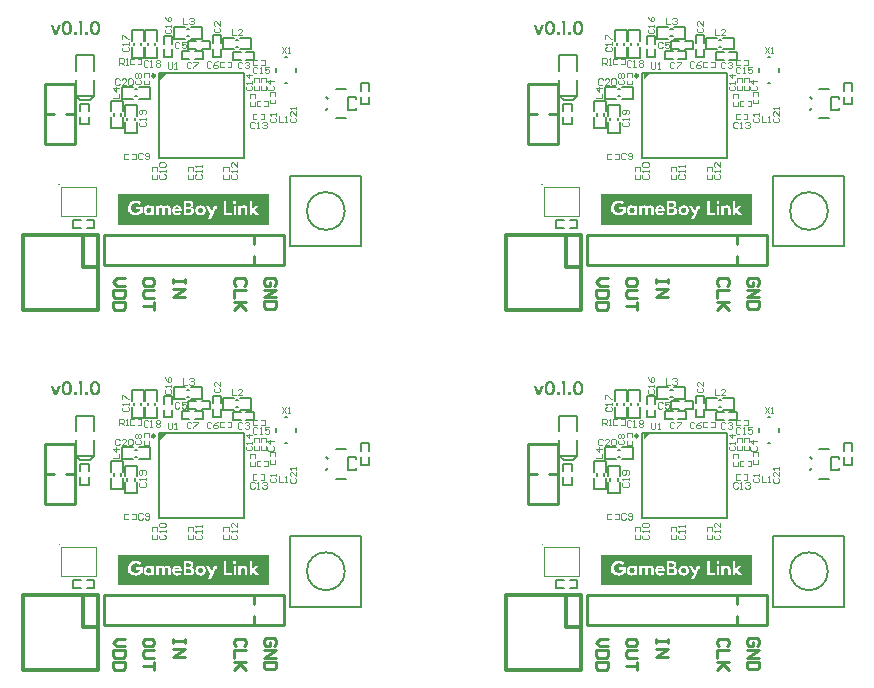
<source format=gto>
G04*
G04 #@! TF.GenerationSoftware,Altium Limited,Altium Designer,24.0.1 (36)*
G04*
G04 Layer_Color=16777215*
%FSLAX24Y24*%
%MOIN*%
G70*
G04*
G04 #@! TF.SameCoordinates,9228D32E-8527-4A6C-AAF6-1CDB9724A3A0*
G04*
G04*
G04 #@! TF.FilePolarity,Positive*
G04*
G01*
G75*
%ADD29C,0.0049*%
%ADD30C,0.0118*%
%ADD31C,0.0098*%
%ADD32C,0.0059*%
%ADD35C,0.0079*%
%ADD36C,0.0100*%
%ADD49C,0.0060*%
%ADD50C,0.0039*%
%ADD51C,0.0050*%
G36*
X24025Y28354D02*
X23944D01*
X23816Y28667D01*
X23911D01*
X23984Y28450D01*
X24059Y28667D01*
X24154D01*
X24025Y28354D01*
D02*
G37*
G36*
X7923D02*
X7842D01*
X7714Y28667D01*
X7808D01*
X7882Y28450D01*
X7956Y28667D01*
X8051D01*
X7923Y28354D01*
D02*
G37*
G36*
X25066D02*
X24972D01*
Y28448D01*
X25066D01*
Y28354D01*
D02*
G37*
G36*
X8964D02*
X8870D01*
Y28448D01*
X8964D01*
Y28354D01*
D02*
G37*
G36*
X24871D02*
X24787D01*
Y28730D01*
X24760D01*
Y28811D01*
X24871D01*
Y28354D01*
D02*
G37*
G36*
X8769D02*
X8685D01*
Y28730D01*
X8658D01*
Y28811D01*
X8769D01*
Y28354D01*
D02*
G37*
G36*
X24686D02*
X24592D01*
Y28448D01*
X24686D01*
Y28354D01*
D02*
G37*
G36*
X8583D02*
X8489D01*
Y28448D01*
X8583D01*
Y28354D01*
D02*
G37*
G36*
X25308Y28821D02*
X25314Y28821D01*
X25321Y28820D01*
X25329Y28818D01*
X25338Y28816D01*
X25348Y28814D01*
X25358Y28811D01*
X25368Y28806D01*
X25379Y28801D01*
X25390Y28795D01*
X25400Y28788D01*
X25411Y28780D01*
X25420Y28770D01*
X25429Y28760D01*
X25429Y28759D01*
X25431Y28757D01*
X25433Y28753D01*
X25436Y28748D01*
X25439Y28742D01*
X25443Y28734D01*
X25447Y28725D01*
X25452Y28714D01*
X25456Y28702D01*
X25460Y28689D01*
X25464Y28675D01*
X25467Y28659D01*
X25470Y28642D01*
X25472Y28623D01*
X25474Y28604D01*
X25474Y28583D01*
Y28582D01*
Y28581D01*
Y28580D01*
Y28578D01*
Y28575D01*
X25474Y28572D01*
Y28564D01*
X25473Y28554D01*
X25472Y28544D01*
X25470Y28531D01*
X25468Y28518D01*
X25466Y28504D01*
X25463Y28489D01*
X25459Y28475D01*
X25455Y28460D01*
X25450Y28445D01*
X25444Y28431D01*
X25436Y28418D01*
X25428Y28406D01*
X25428Y28405D01*
X25426Y28403D01*
X25424Y28400D01*
X25420Y28396D01*
X25416Y28392D01*
X25410Y28386D01*
X25403Y28381D01*
X25395Y28375D01*
X25387Y28369D01*
X25377Y28363D01*
X25366Y28358D01*
X25355Y28354D01*
X25343Y28350D01*
X25330Y28346D01*
X25315Y28344D01*
X25300Y28344D01*
X25297D01*
X25292Y28344D01*
X25286Y28345D01*
X25279Y28346D01*
X25271Y28347D01*
X25262Y28349D01*
X25252Y28352D01*
X25242Y28355D01*
X25232Y28359D01*
X25221Y28364D01*
X25210Y28370D01*
X25199Y28377D01*
X25189Y28385D01*
X25179Y28394D01*
X25171Y28405D01*
X25170Y28406D01*
X25169Y28408D01*
X25167Y28412D01*
X25164Y28417D01*
X25160Y28423D01*
X25156Y28431D01*
X25152Y28440D01*
X25148Y28451D01*
X25144Y28463D01*
X25140Y28476D01*
X25136Y28490D01*
X25132Y28506D01*
X25130Y28523D01*
X25127Y28542D01*
X25126Y28562D01*
X25125Y28583D01*
Y28583D01*
Y28584D01*
Y28586D01*
Y28588D01*
Y28591D01*
X25126Y28594D01*
Y28602D01*
X25127Y28611D01*
X25128Y28622D01*
X25129Y28635D01*
X25131Y28648D01*
X25133Y28662D01*
X25136Y28676D01*
X25140Y28691D01*
X25145Y28706D01*
X25149Y28720D01*
X25156Y28734D01*
X25163Y28747D01*
X25171Y28760D01*
X25171Y28760D01*
X25173Y28762D01*
X25176Y28765D01*
X25179Y28769D01*
X25184Y28774D01*
X25189Y28779D01*
X25196Y28785D01*
X25204Y28791D01*
X25212Y28796D01*
X25222Y28802D01*
X25233Y28807D01*
X25244Y28812D01*
X25257Y28816D01*
X25271Y28819D01*
X25285Y28821D01*
X25300Y28822D01*
X25304D01*
X25308Y28821D01*
D02*
G37*
G36*
X9206D02*
X9211Y28821D01*
X9218Y28820D01*
X9227Y28818D01*
X9236Y28816D01*
X9245Y28814D01*
X9256Y28811D01*
X9266Y28806D01*
X9277Y28801D01*
X9288Y28795D01*
X9298Y28788D01*
X9308Y28780D01*
X9318Y28770D01*
X9327Y28760D01*
X9327Y28759D01*
X9329Y28757D01*
X9331Y28753D01*
X9333Y28748D01*
X9337Y28742D01*
X9341Y28734D01*
X9345Y28725D01*
X9349Y28714D01*
X9354Y28702D01*
X9358Y28689D01*
X9362Y28675D01*
X9365Y28659D01*
X9368Y28642D01*
X9370Y28623D01*
X9371Y28604D01*
X9372Y28583D01*
Y28582D01*
Y28581D01*
Y28580D01*
Y28578D01*
Y28575D01*
X9371Y28572D01*
Y28564D01*
X9370Y28554D01*
X9369Y28544D01*
X9368Y28531D01*
X9366Y28518D01*
X9363Y28504D01*
X9361Y28489D01*
X9357Y28475D01*
X9353Y28460D01*
X9347Y28445D01*
X9341Y28431D01*
X9334Y28418D01*
X9326Y28406D01*
X9326Y28405D01*
X9324Y28403D01*
X9321Y28400D01*
X9318Y28396D01*
X9313Y28392D01*
X9307Y28386D01*
X9300Y28381D01*
X9293Y28375D01*
X9284Y28369D01*
X9275Y28363D01*
X9264Y28358D01*
X9253Y28354D01*
X9240Y28350D01*
X9227Y28346D01*
X9213Y28344D01*
X9198Y28344D01*
X9194D01*
X9190Y28344D01*
X9184Y28345D01*
X9177Y28346D01*
X9169Y28347D01*
X9160Y28349D01*
X9150Y28352D01*
X9140Y28355D01*
X9129Y28359D01*
X9118Y28364D01*
X9108Y28370D01*
X9097Y28377D01*
X9087Y28385D01*
X9077Y28394D01*
X9068Y28405D01*
X9068Y28406D01*
X9066Y28408D01*
X9064Y28412D01*
X9061Y28417D01*
X9058Y28423D01*
X9054Y28431D01*
X9050Y28440D01*
X9046Y28451D01*
X9041Y28463D01*
X9037Y28476D01*
X9033Y28490D01*
X9030Y28506D01*
X9027Y28523D01*
X9025Y28542D01*
X9024Y28562D01*
X9023Y28583D01*
Y28583D01*
Y28584D01*
Y28586D01*
Y28588D01*
Y28591D01*
X9024Y28594D01*
Y28602D01*
X9024Y28611D01*
X9025Y28622D01*
X9027Y28635D01*
X9029Y28648D01*
X9031Y28662D01*
X9034Y28676D01*
X9038Y28691D01*
X9042Y28706D01*
X9047Y28720D01*
X9054Y28734D01*
X9060Y28747D01*
X9068Y28760D01*
X9069Y28760D01*
X9070Y28762D01*
X9073Y28765D01*
X9077Y28769D01*
X9082Y28774D01*
X9087Y28779D01*
X9094Y28785D01*
X9101Y28791D01*
X9110Y28796D01*
X9120Y28802D01*
X9130Y28807D01*
X9142Y28812D01*
X9154Y28816D01*
X9168Y28819D01*
X9182Y28821D01*
X9198Y28822D01*
X9202D01*
X9206Y28821D01*
D02*
G37*
G36*
X24366D02*
X24372Y28821D01*
X24379Y28820D01*
X24387Y28818D01*
X24396Y28816D01*
X24406Y28814D01*
X24416Y28811D01*
X24426Y28806D01*
X24437Y28801D01*
X24448Y28795D01*
X24458Y28788D01*
X24469Y28780D01*
X24478Y28770D01*
X24487Y28760D01*
X24487Y28759D01*
X24489Y28757D01*
X24491Y28753D01*
X24494Y28748D01*
X24497Y28742D01*
X24501Y28734D01*
X24505Y28725D01*
X24509Y28714D01*
X24514Y28702D01*
X24518Y28689D01*
X24522Y28675D01*
X24525Y28659D01*
X24528Y28642D01*
X24530Y28623D01*
X24532Y28604D01*
X24532Y28583D01*
Y28582D01*
Y28581D01*
Y28580D01*
Y28578D01*
Y28575D01*
X24532Y28572D01*
Y28564D01*
X24531Y28554D01*
X24530Y28544D01*
X24528Y28531D01*
X24526Y28518D01*
X24524Y28504D01*
X24521Y28489D01*
X24517Y28475D01*
X24513Y28460D01*
X24507Y28445D01*
X24502Y28431D01*
X24494Y28418D01*
X24486Y28406D01*
X24486Y28405D01*
X24484Y28403D01*
X24481Y28400D01*
X24478Y28396D01*
X24473Y28392D01*
X24468Y28386D01*
X24461Y28381D01*
X24453Y28375D01*
X24444Y28369D01*
X24435Y28363D01*
X24424Y28358D01*
X24413Y28354D01*
X24401Y28350D01*
X24387Y28346D01*
X24373Y28344D01*
X24358Y28344D01*
X24354D01*
X24350Y28344D01*
X24344Y28345D01*
X24337Y28346D01*
X24329Y28347D01*
X24320Y28349D01*
X24310Y28352D01*
X24300Y28355D01*
X24289Y28359D01*
X24279Y28364D01*
X24268Y28370D01*
X24257Y28377D01*
X24247Y28385D01*
X24237Y28394D01*
X24228Y28405D01*
X24228Y28406D01*
X24226Y28408D01*
X24225Y28412D01*
X24222Y28417D01*
X24218Y28423D01*
X24214Y28431D01*
X24210Y28440D01*
X24206Y28451D01*
X24201Y28463D01*
X24197Y28476D01*
X24194Y28490D01*
X24190Y28506D01*
X24188Y28523D01*
X24185Y28542D01*
X24184Y28562D01*
X24183Y28583D01*
Y28583D01*
Y28584D01*
Y28586D01*
Y28588D01*
Y28591D01*
X24184Y28594D01*
Y28602D01*
X24185Y28611D01*
X24186Y28622D01*
X24187Y28635D01*
X24189Y28648D01*
X24191Y28662D01*
X24194Y28676D01*
X24198Y28691D01*
X24202Y28706D01*
X24207Y28720D01*
X24214Y28734D01*
X24221Y28747D01*
X24228Y28760D01*
X24229Y28760D01*
X24230Y28762D01*
X24233Y28765D01*
X24237Y28769D01*
X24242Y28774D01*
X24247Y28779D01*
X24254Y28785D01*
X24261Y28791D01*
X24270Y28796D01*
X24280Y28802D01*
X24290Y28807D01*
X24302Y28812D01*
X24315Y28816D01*
X24328Y28819D01*
X24343Y28821D01*
X24358Y28822D01*
X24362D01*
X24366Y28821D01*
D02*
G37*
G36*
X8263D02*
X8269Y28821D01*
X8276Y28820D01*
X8285Y28818D01*
X8293Y28816D01*
X8303Y28814D01*
X8314Y28811D01*
X8324Y28806D01*
X8335Y28801D01*
X8346Y28795D01*
X8356Y28788D01*
X8366Y28780D01*
X8376Y28770D01*
X8384Y28760D01*
X8385Y28759D01*
X8386Y28757D01*
X8389Y28753D01*
X8391Y28748D01*
X8395Y28742D01*
X8399Y28734D01*
X8403Y28725D01*
X8407Y28714D01*
X8411Y28702D01*
X8415Y28689D01*
X8419Y28675D01*
X8423Y28659D01*
X8426Y28642D01*
X8428Y28623D01*
X8429Y28604D01*
X8430Y28583D01*
Y28582D01*
Y28581D01*
Y28580D01*
Y28578D01*
Y28575D01*
X8429Y28572D01*
Y28564D01*
X8428Y28554D01*
X8427Y28544D01*
X8426Y28531D01*
X8424Y28518D01*
X8421Y28504D01*
X8418Y28489D01*
X8415Y28475D01*
X8410Y28460D01*
X8405Y28445D01*
X8399Y28431D01*
X8392Y28418D01*
X8384Y28406D01*
X8383Y28405D01*
X8382Y28403D01*
X8379Y28400D01*
X8376Y28396D01*
X8371Y28392D01*
X8365Y28386D01*
X8358Y28381D01*
X8351Y28375D01*
X8342Y28369D01*
X8333Y28363D01*
X8322Y28358D01*
X8311Y28354D01*
X8298Y28350D01*
X8285Y28346D01*
X8271Y28344D01*
X8255Y28344D01*
X8252D01*
X8248Y28344D01*
X8242Y28345D01*
X8235Y28346D01*
X8226Y28347D01*
X8218Y28349D01*
X8208Y28352D01*
X8197Y28355D01*
X8187Y28359D01*
X8176Y28364D01*
X8165Y28370D01*
X8155Y28377D01*
X8145Y28385D01*
X8135Y28394D01*
X8126Y28405D01*
X8126Y28406D01*
X8124Y28408D01*
X8122Y28412D01*
X8119Y28417D01*
X8116Y28423D01*
X8112Y28431D01*
X8108Y28440D01*
X8103Y28451D01*
X8099Y28463D01*
X8095Y28476D01*
X8091Y28490D01*
X8088Y28506D01*
X8085Y28523D01*
X8083Y28542D01*
X8081Y28562D01*
X8081Y28583D01*
Y28583D01*
Y28584D01*
Y28586D01*
Y28588D01*
Y28591D01*
X8081Y28594D01*
Y28602D01*
X8082Y28611D01*
X8083Y28622D01*
X8085Y28635D01*
X8087Y28648D01*
X8089Y28662D01*
X8092Y28676D01*
X8096Y28691D01*
X8100Y28706D01*
X8105Y28720D01*
X8111Y28734D01*
X8118Y28747D01*
X8126Y28760D01*
X8127Y28760D01*
X8128Y28762D01*
X8131Y28765D01*
X8134Y28769D01*
X8139Y28774D01*
X8145Y28779D01*
X8152Y28785D01*
X8159Y28791D01*
X8168Y28796D01*
X8178Y28802D01*
X8188Y28807D01*
X8200Y28812D01*
X8212Y28816D01*
X8226Y28819D01*
X8240Y28821D01*
X8255Y28822D01*
X8259D01*
X8263Y28821D01*
D02*
G37*
G36*
X27480Y26850D02*
Y27047D01*
X27677Y27047D01*
X27480Y26850D01*
D02*
G37*
G36*
X11378D02*
Y27047D01*
X11575Y27047D01*
X11378Y26850D01*
D02*
G37*
G36*
X31100Y22006D02*
X26065D01*
Y23034D01*
X31100D01*
Y22006D01*
D02*
G37*
G36*
X14998D02*
X9963D01*
Y23034D01*
X14998D01*
Y22006D01*
D02*
G37*
G36*
X24025Y16346D02*
X23944D01*
X23816Y16659D01*
X23911D01*
X23984Y16442D01*
X24059Y16659D01*
X24154D01*
X24025Y16346D01*
D02*
G37*
G36*
X7923D02*
X7842D01*
X7714Y16659D01*
X7808D01*
X7882Y16442D01*
X7956Y16659D01*
X8051D01*
X7923Y16346D01*
D02*
G37*
G36*
X25066D02*
X24972D01*
Y16440D01*
X25066D01*
Y16346D01*
D02*
G37*
G36*
X8964D02*
X8870D01*
Y16440D01*
X8964D01*
Y16346D01*
D02*
G37*
G36*
X24871D02*
X24787D01*
Y16722D01*
X24760D01*
Y16803D01*
X24871D01*
Y16346D01*
D02*
G37*
G36*
X8769D02*
X8685D01*
Y16722D01*
X8658D01*
Y16803D01*
X8769D01*
Y16346D01*
D02*
G37*
G36*
X24686D02*
X24592D01*
Y16440D01*
X24686D01*
Y16346D01*
D02*
G37*
G36*
X8583D02*
X8489D01*
Y16440D01*
X8583D01*
Y16346D01*
D02*
G37*
G36*
X25308Y16813D02*
X25314Y16813D01*
X25321Y16812D01*
X25329Y16810D01*
X25338Y16808D01*
X25348Y16806D01*
X25358Y16803D01*
X25368Y16798D01*
X25379Y16794D01*
X25390Y16788D01*
X25400Y16780D01*
X25411Y16772D01*
X25420Y16762D01*
X25429Y16752D01*
X25429Y16751D01*
X25431Y16749D01*
X25433Y16745D01*
X25436Y16740D01*
X25439Y16734D01*
X25443Y16726D01*
X25447Y16717D01*
X25452Y16706D01*
X25456Y16695D01*
X25460Y16681D01*
X25464Y16667D01*
X25467Y16651D01*
X25470Y16634D01*
X25472Y16615D01*
X25474Y16596D01*
X25474Y16575D01*
Y16575D01*
Y16574D01*
Y16572D01*
Y16570D01*
Y16567D01*
X25474Y16564D01*
Y16556D01*
X25473Y16547D01*
X25472Y16536D01*
X25470Y16523D01*
X25468Y16510D01*
X25466Y16496D01*
X25463Y16482D01*
X25459Y16467D01*
X25455Y16452D01*
X25450Y16437D01*
X25444Y16424D01*
X25436Y16410D01*
X25428Y16398D01*
X25428Y16397D01*
X25426Y16395D01*
X25424Y16392D01*
X25420Y16388D01*
X25416Y16384D01*
X25410Y16378D01*
X25403Y16373D01*
X25395Y16367D01*
X25387Y16361D01*
X25377Y16356D01*
X25366Y16350D01*
X25355Y16346D01*
X25343Y16342D01*
X25330Y16338D01*
X25315Y16336D01*
X25300Y16336D01*
X25297D01*
X25292Y16336D01*
X25286Y16337D01*
X25279Y16338D01*
X25271Y16339D01*
X25262Y16341D01*
X25252Y16344D01*
X25242Y16347D01*
X25232Y16351D01*
X25221Y16356D01*
X25210Y16362D01*
X25199Y16369D01*
X25189Y16377D01*
X25179Y16387D01*
X25171Y16397D01*
X25170Y16398D01*
X25169Y16400D01*
X25167Y16404D01*
X25164Y16409D01*
X25160Y16415D01*
X25156Y16423D01*
X25152Y16432D01*
X25148Y16443D01*
X25144Y16455D01*
X25140Y16468D01*
X25136Y16483D01*
X25132Y16498D01*
X25130Y16516D01*
X25127Y16534D01*
X25126Y16554D01*
X25125Y16575D01*
Y16576D01*
Y16577D01*
Y16578D01*
Y16580D01*
Y16583D01*
X25126Y16586D01*
Y16594D01*
X25127Y16604D01*
X25128Y16614D01*
X25129Y16627D01*
X25131Y16640D01*
X25133Y16654D01*
X25136Y16669D01*
X25140Y16683D01*
X25145Y16698D01*
X25149Y16712D01*
X25156Y16726D01*
X25163Y16739D01*
X25171Y16752D01*
X25171Y16752D01*
X25173Y16754D01*
X25176Y16758D01*
X25179Y16762D01*
X25184Y16766D01*
X25189Y16771D01*
X25196Y16777D01*
X25204Y16783D01*
X25212Y16789D01*
X25222Y16794D01*
X25233Y16799D01*
X25244Y16804D01*
X25257Y16808D01*
X25271Y16811D01*
X25285Y16813D01*
X25300Y16814D01*
X25304D01*
X25308Y16813D01*
D02*
G37*
G36*
X9206D02*
X9211Y16813D01*
X9218Y16812D01*
X9227Y16810D01*
X9236Y16808D01*
X9245Y16806D01*
X9256Y16803D01*
X9266Y16798D01*
X9277Y16794D01*
X9288Y16788D01*
X9298Y16780D01*
X9308Y16772D01*
X9318Y16762D01*
X9327Y16752D01*
X9327Y16751D01*
X9329Y16749D01*
X9331Y16745D01*
X9333Y16740D01*
X9337Y16734D01*
X9341Y16726D01*
X9345Y16717D01*
X9349Y16706D01*
X9354Y16695D01*
X9358Y16681D01*
X9362Y16667D01*
X9365Y16651D01*
X9368Y16634D01*
X9370Y16615D01*
X9371Y16596D01*
X9372Y16575D01*
Y16575D01*
Y16574D01*
Y16572D01*
Y16570D01*
Y16567D01*
X9371Y16564D01*
Y16556D01*
X9370Y16547D01*
X9369Y16536D01*
X9368Y16523D01*
X9366Y16510D01*
X9363Y16496D01*
X9361Y16482D01*
X9357Y16467D01*
X9353Y16452D01*
X9347Y16437D01*
X9341Y16424D01*
X9334Y16410D01*
X9326Y16398D01*
X9326Y16397D01*
X9324Y16395D01*
X9321Y16392D01*
X9318Y16388D01*
X9313Y16384D01*
X9307Y16378D01*
X9300Y16373D01*
X9293Y16367D01*
X9284Y16361D01*
X9275Y16356D01*
X9264Y16350D01*
X9253Y16346D01*
X9240Y16342D01*
X9227Y16338D01*
X9213Y16336D01*
X9198Y16336D01*
X9194D01*
X9190Y16336D01*
X9184Y16337D01*
X9177Y16338D01*
X9169Y16339D01*
X9160Y16341D01*
X9150Y16344D01*
X9140Y16347D01*
X9129Y16351D01*
X9118Y16356D01*
X9108Y16362D01*
X9097Y16369D01*
X9087Y16377D01*
X9077Y16387D01*
X9068Y16397D01*
X9068Y16398D01*
X9066Y16400D01*
X9064Y16404D01*
X9061Y16409D01*
X9058Y16415D01*
X9054Y16423D01*
X9050Y16432D01*
X9046Y16443D01*
X9041Y16455D01*
X9037Y16468D01*
X9033Y16483D01*
X9030Y16498D01*
X9027Y16516D01*
X9025Y16534D01*
X9024Y16554D01*
X9023Y16575D01*
Y16576D01*
Y16577D01*
Y16578D01*
Y16580D01*
Y16583D01*
X9024Y16586D01*
Y16594D01*
X9024Y16604D01*
X9025Y16614D01*
X9027Y16627D01*
X9029Y16640D01*
X9031Y16654D01*
X9034Y16669D01*
X9038Y16683D01*
X9042Y16698D01*
X9047Y16712D01*
X9054Y16726D01*
X9060Y16739D01*
X9068Y16752D01*
X9069Y16752D01*
X9070Y16754D01*
X9073Y16758D01*
X9077Y16762D01*
X9082Y16766D01*
X9087Y16771D01*
X9094Y16777D01*
X9101Y16783D01*
X9110Y16789D01*
X9120Y16794D01*
X9130Y16799D01*
X9142Y16804D01*
X9154Y16808D01*
X9168Y16811D01*
X9182Y16813D01*
X9198Y16814D01*
X9202D01*
X9206Y16813D01*
D02*
G37*
G36*
X24366D02*
X24372Y16813D01*
X24379Y16812D01*
X24387Y16810D01*
X24396Y16808D01*
X24406Y16806D01*
X24416Y16803D01*
X24426Y16798D01*
X24437Y16794D01*
X24448Y16788D01*
X24458Y16780D01*
X24469Y16772D01*
X24478Y16762D01*
X24487Y16752D01*
X24487Y16751D01*
X24489Y16749D01*
X24491Y16745D01*
X24494Y16740D01*
X24497Y16734D01*
X24501Y16726D01*
X24505Y16717D01*
X24509Y16706D01*
X24514Y16695D01*
X24518Y16681D01*
X24522Y16667D01*
X24525Y16651D01*
X24528Y16634D01*
X24530Y16615D01*
X24532Y16596D01*
X24532Y16575D01*
Y16575D01*
Y16574D01*
Y16572D01*
Y16570D01*
Y16567D01*
X24532Y16564D01*
Y16556D01*
X24531Y16547D01*
X24530Y16536D01*
X24528Y16523D01*
X24526Y16510D01*
X24524Y16496D01*
X24521Y16482D01*
X24517Y16467D01*
X24513Y16452D01*
X24507Y16437D01*
X24502Y16424D01*
X24494Y16410D01*
X24486Y16398D01*
X24486Y16397D01*
X24484Y16395D01*
X24481Y16392D01*
X24478Y16388D01*
X24473Y16384D01*
X24468Y16378D01*
X24461Y16373D01*
X24453Y16367D01*
X24444Y16361D01*
X24435Y16356D01*
X24424Y16350D01*
X24413Y16346D01*
X24401Y16342D01*
X24387Y16338D01*
X24373Y16336D01*
X24358Y16336D01*
X24354D01*
X24350Y16336D01*
X24344Y16337D01*
X24337Y16338D01*
X24329Y16339D01*
X24320Y16341D01*
X24310Y16344D01*
X24300Y16347D01*
X24289Y16351D01*
X24279Y16356D01*
X24268Y16362D01*
X24257Y16369D01*
X24247Y16377D01*
X24237Y16387D01*
X24228Y16397D01*
X24228Y16398D01*
X24226Y16400D01*
X24225Y16404D01*
X24222Y16409D01*
X24218Y16415D01*
X24214Y16423D01*
X24210Y16432D01*
X24206Y16443D01*
X24201Y16455D01*
X24197Y16468D01*
X24194Y16483D01*
X24190Y16498D01*
X24188Y16516D01*
X24185Y16534D01*
X24184Y16554D01*
X24183Y16575D01*
Y16576D01*
Y16577D01*
Y16578D01*
Y16580D01*
Y16583D01*
X24184Y16586D01*
Y16594D01*
X24185Y16604D01*
X24186Y16614D01*
X24187Y16627D01*
X24189Y16640D01*
X24191Y16654D01*
X24194Y16669D01*
X24198Y16683D01*
X24202Y16698D01*
X24207Y16712D01*
X24214Y16726D01*
X24221Y16739D01*
X24228Y16752D01*
X24229Y16752D01*
X24230Y16754D01*
X24233Y16758D01*
X24237Y16762D01*
X24242Y16766D01*
X24247Y16771D01*
X24254Y16777D01*
X24261Y16783D01*
X24270Y16789D01*
X24280Y16794D01*
X24290Y16799D01*
X24302Y16804D01*
X24315Y16808D01*
X24328Y16811D01*
X24343Y16813D01*
X24358Y16814D01*
X24362D01*
X24366Y16813D01*
D02*
G37*
G36*
X8263D02*
X8269Y16813D01*
X8276Y16812D01*
X8285Y16810D01*
X8293Y16808D01*
X8303Y16806D01*
X8314Y16803D01*
X8324Y16798D01*
X8335Y16794D01*
X8346Y16788D01*
X8356Y16780D01*
X8366Y16772D01*
X8376Y16762D01*
X8384Y16752D01*
X8385Y16751D01*
X8386Y16749D01*
X8389Y16745D01*
X8391Y16740D01*
X8395Y16734D01*
X8399Y16726D01*
X8403Y16717D01*
X8407Y16706D01*
X8411Y16695D01*
X8415Y16681D01*
X8419Y16667D01*
X8423Y16651D01*
X8426Y16634D01*
X8428Y16615D01*
X8429Y16596D01*
X8430Y16575D01*
Y16575D01*
Y16574D01*
Y16572D01*
Y16570D01*
Y16567D01*
X8429Y16564D01*
Y16556D01*
X8428Y16547D01*
X8427Y16536D01*
X8426Y16523D01*
X8424Y16510D01*
X8421Y16496D01*
X8418Y16482D01*
X8415Y16467D01*
X8410Y16452D01*
X8405Y16437D01*
X8399Y16424D01*
X8392Y16410D01*
X8384Y16398D01*
X8383Y16397D01*
X8382Y16395D01*
X8379Y16392D01*
X8376Y16388D01*
X8371Y16384D01*
X8365Y16378D01*
X8358Y16373D01*
X8351Y16367D01*
X8342Y16361D01*
X8333Y16356D01*
X8322Y16350D01*
X8311Y16346D01*
X8298Y16342D01*
X8285Y16338D01*
X8271Y16336D01*
X8255Y16336D01*
X8252D01*
X8248Y16336D01*
X8242Y16337D01*
X8235Y16338D01*
X8226Y16339D01*
X8218Y16341D01*
X8208Y16344D01*
X8197Y16347D01*
X8187Y16351D01*
X8176Y16356D01*
X8165Y16362D01*
X8155Y16369D01*
X8145Y16377D01*
X8135Y16387D01*
X8126Y16397D01*
X8126Y16398D01*
X8124Y16400D01*
X8122Y16404D01*
X8119Y16409D01*
X8116Y16415D01*
X8112Y16423D01*
X8108Y16432D01*
X8103Y16443D01*
X8099Y16455D01*
X8095Y16468D01*
X8091Y16483D01*
X8088Y16498D01*
X8085Y16516D01*
X8083Y16534D01*
X8081Y16554D01*
X8081Y16575D01*
Y16576D01*
Y16577D01*
Y16578D01*
Y16580D01*
Y16583D01*
X8081Y16586D01*
Y16594D01*
X8082Y16604D01*
X8083Y16614D01*
X8085Y16627D01*
X8087Y16640D01*
X8089Y16654D01*
X8092Y16669D01*
X8096Y16683D01*
X8100Y16698D01*
X8105Y16712D01*
X8111Y16726D01*
X8118Y16739D01*
X8126Y16752D01*
X8127Y16752D01*
X8128Y16754D01*
X8131Y16758D01*
X8134Y16762D01*
X8139Y16766D01*
X8145Y16771D01*
X8152Y16777D01*
X8159Y16783D01*
X8168Y16789D01*
X8178Y16794D01*
X8188Y16799D01*
X8200Y16804D01*
X8212Y16808D01*
X8226Y16811D01*
X8240Y16813D01*
X8255Y16814D01*
X8259D01*
X8263Y16813D01*
D02*
G37*
G36*
X27480Y14843D02*
Y15039D01*
X27677Y15039D01*
X27480Y14843D01*
D02*
G37*
G36*
X11378D02*
Y15039D01*
X11575Y15039D01*
X11378Y14843D01*
D02*
G37*
G36*
X31100Y9998D02*
X26065D01*
Y11026D01*
X31100D01*
Y9998D01*
D02*
G37*
G36*
X14998D02*
X9963D01*
Y11026D01*
X14998D01*
Y9998D01*
D02*
G37*
%LPC*%
G36*
X25300Y28743D02*
X25298D01*
X25296Y28742D01*
X25293D01*
X25290Y28741D01*
X25285Y28740D01*
X25281Y28739D01*
X25276Y28737D01*
X25271Y28735D01*
X25266Y28732D01*
X25260Y28729D01*
X25255Y28725D01*
X25249Y28720D01*
X25244Y28714D01*
X25239Y28708D01*
X25235Y28701D01*
Y28700D01*
X25234Y28699D01*
X25233Y28696D01*
X25231Y28693D01*
X25229Y28689D01*
X25227Y28683D01*
X25225Y28677D01*
X25223Y28670D01*
X25221Y28662D01*
X25219Y28653D01*
X25217Y28644D01*
X25215Y28633D01*
X25213Y28622D01*
X25212Y28610D01*
X25212Y28597D01*
X25211Y28583D01*
Y28582D01*
Y28579D01*
Y28576D01*
X25212Y28570D01*
Y28564D01*
X25213Y28556D01*
X25213Y28548D01*
X25214Y28540D01*
X25216Y28530D01*
X25217Y28520D01*
X25221Y28501D01*
X25227Y28482D01*
X25231Y28473D01*
X25235Y28464D01*
X25236Y28464D01*
X25236Y28462D01*
X25238Y28460D01*
X25240Y28458D01*
X25242Y28455D01*
X25245Y28451D01*
X25248Y28447D01*
X25252Y28443D01*
X25261Y28435D01*
X25267Y28432D01*
X25272Y28428D01*
X25279Y28426D01*
X25285Y28424D01*
X25293Y28423D01*
X25300Y28422D01*
X25302D01*
X25304Y28423D01*
X25307D01*
X25310Y28424D01*
X25314Y28424D01*
X25319Y28425D01*
X25324Y28427D01*
X25329Y28429D01*
X25334Y28432D01*
X25339Y28436D01*
X25345Y28440D01*
X25350Y28445D01*
X25355Y28451D01*
X25360Y28457D01*
X25364Y28464D01*
X25365Y28465D01*
X25365Y28466D01*
X25366Y28469D01*
X25368Y28472D01*
X25370Y28477D01*
X25372Y28482D01*
X25374Y28488D01*
X25376Y28495D01*
X25378Y28503D01*
X25380Y28512D01*
X25382Y28521D01*
X25384Y28532D01*
X25386Y28544D01*
X25387Y28556D01*
X25388Y28569D01*
Y28583D01*
Y28584D01*
Y28586D01*
Y28590D01*
X25387Y28595D01*
Y28602D01*
X25387Y28609D01*
X25386Y28617D01*
X25385Y28626D01*
X25382Y28645D01*
X25378Y28665D01*
X25372Y28683D01*
X25368Y28692D01*
X25364Y28701D01*
X25364Y28701D01*
X25364Y28702D01*
X25362Y28704D01*
X25360Y28707D01*
X25358Y28710D01*
X25355Y28714D01*
X25352Y28718D01*
X25348Y28722D01*
X25338Y28730D01*
X25333Y28733D01*
X25328Y28736D01*
X25321Y28739D01*
X25315Y28741D01*
X25307Y28742D01*
X25300Y28743D01*
D02*
G37*
G36*
X9198D02*
X9196D01*
X9194Y28742D01*
X9191D01*
X9187Y28741D01*
X9183Y28740D01*
X9178Y28739D01*
X9174Y28737D01*
X9169Y28735D01*
X9163Y28732D01*
X9158Y28729D01*
X9152Y28725D01*
X9147Y28720D01*
X9142Y28714D01*
X9137Y28708D01*
X9132Y28701D01*
Y28700D01*
X9131Y28699D01*
X9130Y28696D01*
X9129Y28693D01*
X9127Y28689D01*
X9125Y28683D01*
X9123Y28677D01*
X9121Y28670D01*
X9118Y28662D01*
X9116Y28653D01*
X9115Y28644D01*
X9113Y28633D01*
X9111Y28622D01*
X9110Y28610D01*
X9110Y28597D01*
X9109Y28583D01*
Y28582D01*
Y28579D01*
Y28576D01*
X9110Y28570D01*
Y28564D01*
X9111Y28556D01*
X9111Y28548D01*
X9112Y28540D01*
X9114Y28530D01*
X9115Y28520D01*
X9119Y28501D01*
X9125Y28482D01*
X9129Y28473D01*
X9133Y28464D01*
X9133Y28464D01*
X9134Y28462D01*
X9135Y28460D01*
X9137Y28458D01*
X9140Y28455D01*
X9143Y28451D01*
X9146Y28447D01*
X9150Y28443D01*
X9159Y28435D01*
X9164Y28432D01*
X9170Y28428D01*
X9177Y28426D01*
X9183Y28424D01*
X9190Y28423D01*
X9198Y28422D01*
X9200D01*
X9202Y28423D01*
X9205D01*
X9208Y28424D01*
X9212Y28424D01*
X9216Y28425D01*
X9221Y28427D01*
X9226Y28429D01*
X9232Y28432D01*
X9237Y28436D01*
X9242Y28440D01*
X9247Y28445D01*
X9253Y28451D01*
X9258Y28457D01*
X9262Y28464D01*
X9263Y28465D01*
X9263Y28466D01*
X9264Y28469D01*
X9266Y28472D01*
X9268Y28477D01*
X9269Y28482D01*
X9271Y28488D01*
X9274Y28495D01*
X9276Y28503D01*
X9278Y28512D01*
X9280Y28521D01*
X9282Y28532D01*
X9283Y28544D01*
X9284Y28556D01*
X9285Y28569D01*
Y28583D01*
Y28584D01*
Y28586D01*
Y28590D01*
X9285Y28595D01*
Y28602D01*
X9284Y28609D01*
X9283Y28617D01*
X9282Y28626D01*
X9280Y28645D01*
X9275Y28665D01*
X9270Y28683D01*
X9266Y28692D01*
X9262Y28701D01*
X9262Y28701D01*
X9261Y28702D01*
X9260Y28704D01*
X9258Y28707D01*
X9256Y28710D01*
X9253Y28714D01*
X9249Y28718D01*
X9245Y28722D01*
X9236Y28730D01*
X9231Y28733D01*
X9225Y28736D01*
X9219Y28739D01*
X9212Y28741D01*
X9205Y28742D01*
X9198Y28743D01*
D02*
G37*
G36*
X24358D02*
X24356D01*
X24354Y28742D01*
X24351D01*
X24348Y28741D01*
X24343Y28740D01*
X24339Y28739D01*
X24334Y28737D01*
X24329Y28735D01*
X24323Y28732D01*
X24318Y28729D01*
X24313Y28725D01*
X24307Y28720D01*
X24302Y28714D01*
X24297Y28708D01*
X24292Y28701D01*
Y28700D01*
X24291Y28699D01*
X24290Y28696D01*
X24289Y28693D01*
X24287Y28689D01*
X24285Y28683D01*
X24283Y28677D01*
X24281Y28670D01*
X24279Y28662D01*
X24277Y28653D01*
X24275Y28644D01*
X24273Y28633D01*
X24271Y28622D01*
X24270Y28610D01*
X24270Y28597D01*
X24269Y28583D01*
Y28582D01*
Y28579D01*
Y28576D01*
X24270Y28570D01*
Y28564D01*
X24271Y28556D01*
X24271Y28548D01*
X24272Y28540D01*
X24274Y28530D01*
X24275Y28520D01*
X24279Y28501D01*
X24285Y28482D01*
X24289Y28473D01*
X24293Y28464D01*
X24293Y28464D01*
X24294Y28462D01*
X24295Y28460D01*
X24297Y28458D01*
X24300Y28455D01*
X24303Y28451D01*
X24306Y28447D01*
X24310Y28443D01*
X24319Y28435D01*
X24324Y28432D01*
X24330Y28428D01*
X24337Y28426D01*
X24343Y28424D01*
X24350Y28423D01*
X24358Y28422D01*
X24360D01*
X24362Y28423D01*
X24365D01*
X24368Y28424D01*
X24372Y28424D01*
X24377Y28425D01*
X24381Y28427D01*
X24386Y28429D01*
X24392Y28432D01*
X24397Y28436D01*
X24403Y28440D01*
X24408Y28445D01*
X24413Y28451D01*
X24418Y28457D01*
X24422Y28464D01*
X24423Y28465D01*
X24423Y28466D01*
X24424Y28469D01*
X24426Y28472D01*
X24428Y28477D01*
X24430Y28482D01*
X24432Y28488D01*
X24434Y28495D01*
X24436Y28503D01*
X24438Y28512D01*
X24440Y28521D01*
X24442Y28532D01*
X24443Y28544D01*
X24444Y28556D01*
X24445Y28569D01*
Y28583D01*
Y28584D01*
Y28586D01*
Y28590D01*
X24445Y28595D01*
Y28602D01*
X24444Y28609D01*
X24443Y28617D01*
X24442Y28626D01*
X24440Y28645D01*
X24436Y28665D01*
X24430Y28683D01*
X24426Y28692D01*
X24422Y28701D01*
X24422Y28701D01*
X24421Y28702D01*
X24420Y28704D01*
X24418Y28707D01*
X24416Y28710D01*
X24413Y28714D01*
X24410Y28718D01*
X24406Y28722D01*
X24396Y28730D01*
X24391Y28733D01*
X24385Y28736D01*
X24379Y28739D01*
X24373Y28741D01*
X24365Y28742D01*
X24358Y28743D01*
D02*
G37*
G36*
X8255D02*
X8254D01*
X8252Y28742D01*
X8249D01*
X8245Y28741D01*
X8241Y28740D01*
X8236Y28739D01*
X8231Y28737D01*
X8226Y28735D01*
X8221Y28732D01*
X8216Y28729D01*
X8210Y28725D01*
X8205Y28720D01*
X8199Y28714D01*
X8194Y28708D01*
X8190Y28701D01*
Y28700D01*
X8189Y28699D01*
X8188Y28696D01*
X8187Y28693D01*
X8185Y28689D01*
X8183Y28683D01*
X8181Y28677D01*
X8179Y28670D01*
X8176Y28662D01*
X8174Y28653D01*
X8172Y28644D01*
X8170Y28633D01*
X8169Y28622D01*
X8168Y28610D01*
X8167Y28597D01*
X8167Y28583D01*
Y28582D01*
Y28579D01*
Y28576D01*
X8167Y28570D01*
Y28564D01*
X8168Y28556D01*
X8169Y28548D01*
X8170Y28540D01*
X8171Y28530D01*
X8173Y28520D01*
X8177Y28501D01*
X8183Y28482D01*
X8187Y28473D01*
X8191Y28464D01*
X8191Y28464D01*
X8192Y28462D01*
X8193Y28460D01*
X8195Y28458D01*
X8197Y28455D01*
X8200Y28451D01*
X8204Y28447D01*
X8208Y28443D01*
X8217Y28435D01*
X8222Y28432D01*
X8228Y28428D01*
X8234Y28426D01*
X8241Y28424D01*
X8248Y28423D01*
X8255Y28422D01*
X8257D01*
X8259Y28423D01*
X8262D01*
X8266Y28424D01*
X8270Y28424D01*
X8274Y28425D01*
X8279Y28427D01*
X8284Y28429D01*
X8289Y28432D01*
X8295Y28436D01*
X8300Y28440D01*
X8305Y28445D01*
X8311Y28451D01*
X8316Y28457D01*
X8320Y28464D01*
X8320Y28465D01*
X8321Y28466D01*
X8322Y28469D01*
X8323Y28472D01*
X8325Y28477D01*
X8327Y28482D01*
X8329Y28488D01*
X8332Y28495D01*
X8334Y28503D01*
X8336Y28512D01*
X8338Y28521D01*
X8340Y28532D01*
X8341Y28544D01*
X8342Y28556D01*
X8343Y28569D01*
Y28583D01*
Y28584D01*
Y28586D01*
Y28590D01*
X8343Y28595D01*
Y28602D01*
X8342Y28609D01*
X8341Y28617D01*
X8340Y28626D01*
X8338Y28645D01*
X8333Y28665D01*
X8328Y28683D01*
X8324Y28692D01*
X8320Y28701D01*
X8319Y28701D01*
X8319Y28702D01*
X8317Y28704D01*
X8316Y28707D01*
X8314Y28710D01*
X8311Y28714D01*
X8307Y28718D01*
X8303Y28722D01*
X8294Y28730D01*
X8289Y28733D01*
X8283Y28736D01*
X8277Y28739D01*
X8270Y28741D01*
X8263Y28742D01*
X8255Y28743D01*
D02*
G37*
G36*
X29878Y22820D02*
X29679D01*
D01*
X29878D01*
D02*
G37*
G36*
X26666Y22830D02*
X26403D01*
X26658D01*
X26644Y22829D01*
X26631Y22828D01*
X26618Y22827D01*
X26605Y22825D01*
X26594Y22822D01*
X26582Y22820D01*
X26572Y22817D01*
X26563Y22814D01*
X26554Y22811D01*
X26546Y22808D01*
X26540Y22806D01*
X26534Y22804D01*
X26530Y22802D01*
X26527Y22800D01*
X26525Y22799D01*
X26524Y22799D01*
X26514Y22793D01*
X26504Y22786D01*
X26495Y22779D01*
X26486Y22772D01*
X26478Y22765D01*
X26471Y22757D01*
X26464Y22750D01*
X26458Y22743D01*
X26452Y22737D01*
X26448Y22731D01*
X26444Y22725D01*
X26441Y22720D01*
X26438Y22716D01*
X26436Y22714D01*
X26435Y22712D01*
X26435Y22711D01*
X26429Y22700D01*
X26424Y22689D01*
X26420Y22679D01*
X26416Y22667D01*
X26413Y22656D01*
X26411Y22646D01*
X26409Y22635D01*
X26407Y22625D01*
X26406Y22617D01*
X26405Y22608D01*
X26404Y22601D01*
X26404Y22594D01*
X26403Y22589D01*
Y22335D01*
Y22582D01*
X26404Y22568D01*
X26405Y22555D01*
X26406Y22542D01*
X26408Y22530D01*
X26411Y22519D01*
X26413Y22508D01*
X26416Y22498D01*
X26419Y22489D01*
X26422Y22480D01*
X26425Y22473D01*
X26428Y22467D01*
X26431Y22461D01*
X26433Y22457D01*
X26434Y22454D01*
X26435Y22452D01*
X26436Y22451D01*
X26442Y22441D01*
X26449Y22432D01*
X26456Y22423D01*
X26463Y22414D01*
X26471Y22407D01*
X26478Y22400D01*
X26485Y22393D01*
X26492Y22387D01*
X26499Y22382D01*
X26505Y22378D01*
X26510Y22374D01*
X26515Y22371D01*
X26519Y22368D01*
X26522Y22367D01*
X26524Y22366D01*
X26525Y22365D01*
X26535Y22360D01*
X26547Y22355D01*
X26558Y22351D01*
X26569Y22348D01*
X26580Y22345D01*
X26591Y22343D01*
X26601Y22341D01*
X26611Y22339D01*
X26620Y22338D01*
X26628Y22337D01*
X26636Y22336D01*
X26642Y22336D01*
X26648Y22335D01*
X26403D01*
X26655D01*
X26669Y22336D01*
X26682Y22337D01*
X26695Y22338D01*
X26708Y22341D01*
X26719Y22343D01*
X26730Y22346D01*
X26740Y22349D01*
X26748Y22352D01*
X26756Y22355D01*
X26764Y22358D01*
X26770Y22361D01*
X26775Y22363D01*
X26779Y22366D01*
X26782Y22367D01*
X26784Y22368D01*
X26784Y22369D01*
X26794Y22375D01*
X26803Y22382D01*
X26811Y22390D01*
X26819Y22397D01*
X26826Y22405D01*
X26833Y22412D01*
X26839Y22420D01*
X26844Y22427D01*
X26849Y22433D01*
X26853Y22439D01*
X26856Y22445D01*
X26859Y22450D01*
X26861Y22454D01*
X26863Y22457D01*
X26864Y22459D01*
X26864Y22459D01*
X26869Y22470D01*
X26873Y22481D01*
X26876Y22492D01*
X26879Y22503D01*
X26884Y22525D01*
X26886Y22534D01*
X26887Y22544D01*
X26889Y22553D01*
X26889Y22561D01*
X26890Y22568D01*
X26890Y22574D01*
X26891Y22579D01*
Y22359D01*
Y22598D01*
X26890Y22603D01*
Y22607D01*
Y22610D01*
X26890Y22612D01*
Y22613D01*
Y22614D01*
X26661D01*
Y22533D01*
X26798D01*
X26796Y22523D01*
X26793Y22513D01*
X26790Y22504D01*
X26787Y22497D01*
X26784Y22490D01*
X26781Y22485D01*
X26780Y22483D01*
X26779Y22481D01*
X26779Y22481D01*
Y22480D01*
X26772Y22471D01*
X26764Y22463D01*
X26756Y22456D01*
X26749Y22450D01*
X26742Y22445D01*
X26737Y22442D01*
X26735Y22440D01*
X26733Y22440D01*
X26732Y22439D01*
X26732D01*
X26720Y22434D01*
X26708Y22430D01*
X26695Y22427D01*
X26684Y22425D01*
X26679Y22425D01*
X26674Y22424D01*
X26669Y22424D01*
X26666D01*
X26663Y22423D01*
X26658D01*
X26641Y22424D01*
X26625Y22426D01*
X26618Y22428D01*
X26611Y22430D01*
X26604Y22432D01*
X26598Y22434D01*
X26593Y22435D01*
X26588Y22437D01*
X26584Y22439D01*
X26580Y22440D01*
X26578Y22441D01*
X26575Y22442D01*
X26574Y22443D01*
X26574D01*
X26561Y22452D01*
X26550Y22461D01*
X26540Y22470D01*
X26533Y22479D01*
X26527Y22488D01*
X26524Y22491D01*
X26522Y22494D01*
X26520Y22497D01*
X26519Y22499D01*
X26518Y22500D01*
Y22500D01*
X26512Y22514D01*
X26507Y22528D01*
X26503Y22542D01*
X26501Y22555D01*
X26500Y22561D01*
X26500Y22565D01*
X26499Y22570D01*
Y22574D01*
X26499Y22578D01*
Y22580D01*
Y22582D01*
Y22582D01*
X26500Y22599D01*
X26502Y22614D01*
X26504Y22628D01*
X26506Y22634D01*
X26508Y22640D01*
X26510Y22646D01*
X26511Y22650D01*
X26513Y22654D01*
X26514Y22657D01*
X26516Y22660D01*
X26516Y22662D01*
X26517Y22663D01*
Y22664D01*
X26525Y22677D01*
X26534Y22688D01*
X26543Y22697D01*
X26552Y22706D01*
X26560Y22712D01*
X26563Y22715D01*
X26566Y22716D01*
X26568Y22718D01*
X26570Y22719D01*
X26571Y22720D01*
X26572D01*
X26586Y22727D01*
X26600Y22732D01*
X26614Y22736D01*
X26627Y22739D01*
X26633Y22740D01*
X26638Y22740D01*
X26643Y22741D01*
X26647D01*
X26651Y22741D01*
X26655D01*
X26668Y22741D01*
X26682Y22739D01*
X26694Y22737D01*
X26706Y22734D01*
X26718Y22730D01*
X26728Y22726D01*
X26738Y22721D01*
X26748Y22717D01*
X26756Y22713D01*
X26763Y22708D01*
X26770Y22704D01*
X26775Y22700D01*
X26779Y22697D01*
X26783Y22695D01*
X26785Y22693D01*
X26785Y22693D01*
X26843Y22767D01*
X26828Y22778D01*
X26813Y22787D01*
X26797Y22796D01*
X26781Y22803D01*
X26766Y22809D01*
X26750Y22814D01*
X26736Y22818D01*
X26721Y22822D01*
X26709Y22824D01*
X26696Y22826D01*
X26686Y22828D01*
X26676Y22829D01*
X26669Y22829D01*
X26666Y22830D01*
D02*
G37*
G36*
X30380Y22668D02*
X30262D01*
D01*
X30076D01*
X30262D01*
X30250Y22668D01*
X30239Y22666D01*
X30228Y22664D01*
X30220Y22661D01*
X30212Y22658D01*
X30209Y22657D01*
X30207Y22656D01*
X30205Y22655D01*
X30203Y22654D01*
X30203Y22654D01*
X30202D01*
X30193Y22648D01*
X30185Y22641D01*
X30178Y22633D01*
X30171Y22626D01*
X30166Y22621D01*
X30163Y22615D01*
X30162Y22613D01*
X30161Y22612D01*
X30160Y22611D01*
Y22611D01*
X30159D01*
Y22658D01*
X30076D01*
Y22345D01*
X30159D01*
D01*
X30163D01*
X30159D01*
Y22498D01*
Y22507D01*
X30160Y22515D01*
X30161Y22523D01*
X30162Y22530D01*
X30163Y22536D01*
X30165Y22541D01*
X30167Y22547D01*
X30169Y22551D01*
X30171Y22556D01*
X30172Y22559D01*
X30174Y22562D01*
X30176Y22564D01*
X30177Y22566D01*
X30178Y22567D01*
X30179Y22568D01*
X30183Y22572D01*
X30187Y22576D01*
X30195Y22582D01*
X30204Y22586D01*
X30213Y22588D01*
X30221Y22590D01*
X30224Y22591D01*
X30227D01*
X30229Y22591D01*
X30232D01*
X30244Y22590D01*
X30254Y22588D01*
X30262Y22584D01*
X30270Y22580D01*
X30276Y22574D01*
X30281Y22568D01*
X30285Y22562D01*
X30289Y22555D01*
X30291Y22548D01*
X30293Y22542D01*
X30295Y22535D01*
X30296Y22530D01*
X30296Y22526D01*
X30297Y22522D01*
Y22520D01*
Y22519D01*
Y22345D01*
X30163D01*
X30380D01*
Y22538D01*
X30380Y22551D01*
X30379Y22562D01*
X30377Y22572D01*
X30376Y22582D01*
X30373Y22591D01*
X30370Y22598D01*
X30368Y22606D01*
X30365Y22612D01*
X30361Y22618D01*
X30359Y22623D01*
X30356Y22627D01*
X30353Y22630D01*
X30351Y22633D01*
X30350Y22635D01*
X30349Y22636D01*
X30348Y22636D01*
X30342Y22642D01*
X30336Y22647D01*
X30329Y22651D01*
X30321Y22655D01*
X30315Y22658D01*
X30307Y22660D01*
X30293Y22664D01*
X30287Y22666D01*
X30281Y22667D01*
X30276Y22667D01*
X30271Y22668D01*
X30268Y22668D01*
X30380D01*
D02*
G37*
G36*
X27261Y22658D02*
D01*
D01*
D01*
D02*
G37*
G36*
X27822Y22668D02*
X27635D01*
X27712D01*
X27700Y22668D01*
X27689Y22666D01*
X27678Y22663D01*
X27670Y22660D01*
X27662Y22657D01*
X27659Y22656D01*
X27657Y22654D01*
X27655Y22654D01*
X27653Y22653D01*
X27652Y22652D01*
X27652D01*
X27642Y22646D01*
X27634Y22638D01*
X27627Y22630D01*
X27621Y22623D01*
X27616Y22616D01*
X27613Y22611D01*
X27611Y22609D01*
X27610Y22607D01*
X27610Y22606D01*
Y22606D01*
X27609D01*
X27603Y22617D01*
X27597Y22626D01*
X27591Y22634D01*
X27585Y22641D01*
X27579Y22646D01*
X27575Y22650D01*
X27572Y22652D01*
X27572Y22653D01*
X27571D01*
X27562Y22658D01*
X27551Y22662D01*
X27542Y22664D01*
X27532Y22666D01*
X27524Y22667D01*
X27521Y22668D01*
X27518Y22668D01*
X27512D01*
X27500Y22668D01*
X27489Y22666D01*
X27480Y22664D01*
X27471Y22661D01*
X27464Y22658D01*
X27459Y22656D01*
X27457Y22655D01*
X27456Y22654D01*
X27455Y22654D01*
X27455D01*
X27446Y22648D01*
X27438Y22641D01*
X27431Y22634D01*
X27426Y22627D01*
X27422Y22621D01*
X27419Y22616D01*
X27418Y22614D01*
X27417Y22612D01*
X27417Y22611D01*
Y22611D01*
X27415D01*
Y22658D01*
X27333D01*
Y22345D01*
X27478D01*
X27416D01*
Y22503D01*
Y22512D01*
X27417Y22520D01*
X27417Y22527D01*
X27419Y22533D01*
X27420Y22539D01*
X27421Y22545D01*
X27423Y22550D01*
X27425Y22554D01*
X27426Y22558D01*
X27427Y22561D01*
X27429Y22563D01*
X27430Y22566D01*
X27431Y22568D01*
X27432Y22569D01*
X27433Y22570D01*
X27436Y22574D01*
X27440Y22577D01*
X27448Y22582D01*
X27456Y22586D01*
X27463Y22589D01*
X27469Y22590D01*
X27475Y22591D01*
X27477Y22591D01*
X27480D01*
X27489Y22591D01*
X27498Y22589D01*
X27505Y22586D01*
X27511Y22583D01*
X27516Y22579D01*
X27519Y22577D01*
X27521Y22575D01*
X27521Y22574D01*
X27526Y22567D01*
X27530Y22560D01*
X27532Y22551D01*
X27534Y22544D01*
X27535Y22537D01*
X27536Y22531D01*
Y22529D01*
Y22528D01*
Y22527D01*
Y22526D01*
Y22345D01*
X27618D01*
Y22504D01*
Y22513D01*
X27618Y22520D01*
X27619Y22528D01*
X27620Y22534D01*
X27622Y22540D01*
X27623Y22545D01*
X27625Y22550D01*
X27626Y22555D01*
X27628Y22558D01*
X27629Y22562D01*
X27631Y22564D01*
X27632Y22566D01*
X27633Y22568D01*
X27634Y22569D01*
X27635Y22570D01*
X27641Y22577D01*
X27649Y22582D01*
X27657Y22586D01*
X27664Y22589D01*
X27671Y22590D01*
X27676Y22591D01*
X27678Y22591D01*
X27681D01*
X27691Y22591D01*
X27700Y22589D01*
X27707Y22586D01*
X27713Y22583D01*
X27718Y22579D01*
X27721Y22577D01*
X27723Y22575D01*
X27724Y22574D01*
X27729Y22567D01*
X27732Y22560D01*
X27734Y22551D01*
X27736Y22544D01*
X27737Y22537D01*
X27738Y22531D01*
Y22529D01*
Y22528D01*
Y22527D01*
Y22526D01*
Y22345D01*
X27696D01*
X27822D01*
Y22544D01*
X27821Y22555D01*
X27820Y22565D01*
X27819Y22575D01*
X27817Y22584D01*
X27815Y22592D01*
X27812Y22600D01*
X27809Y22607D01*
X27806Y22613D01*
X27803Y22619D01*
X27801Y22623D01*
X27798Y22627D01*
X27796Y22630D01*
X27794Y22633D01*
X27793Y22635D01*
X27792Y22636D01*
X27791Y22636D01*
X27785Y22642D01*
X27779Y22647D01*
X27772Y22651D01*
X27766Y22655D01*
X27759Y22658D01*
X27753Y22660D01*
X27740Y22664D01*
X27734Y22666D01*
X27729Y22667D01*
X27725Y22667D01*
X27720Y22668D01*
X27717Y22668D01*
X27822D01*
D02*
G37*
G36*
X28602Y22820D02*
D01*
Y22542D01*
Y22820D01*
D02*
G37*
G36*
X28821Y22668D02*
X28807D01*
X28798Y22667D01*
X28781Y22665D01*
X28766Y22661D01*
X28759Y22659D01*
X28753Y22657D01*
X28747Y22655D01*
X28742Y22654D01*
X28738Y22652D01*
X28734Y22650D01*
X28731Y22649D01*
X28729Y22648D01*
X28727Y22647D01*
X28727Y22647D01*
X28713Y22638D01*
X28700Y22628D01*
X28689Y22619D01*
X28681Y22609D01*
X28674Y22601D01*
X28671Y22597D01*
X28668Y22594D01*
X28667Y22591D01*
X28665Y22589D01*
X28665Y22588D01*
X28664Y22588D01*
X28660Y22580D01*
X28657Y22573D01*
X28652Y22558D01*
X28648Y22544D01*
X28645Y22531D01*
X28644Y22524D01*
X28643Y22519D01*
X28643Y22514D01*
Y22510D01*
X28642Y22506D01*
D01*
D01*
Y22501D01*
X28643Y22493D01*
X28643Y22484D01*
X28646Y22468D01*
X28649Y22453D01*
X28651Y22446D01*
X28654Y22440D01*
X28655Y22435D01*
X28657Y22430D01*
X28659Y22426D01*
X28661Y22422D01*
X28662Y22419D01*
X28663Y22417D01*
X28664Y22416D01*
Y22415D01*
X28674Y22402D01*
X28684Y22390D01*
X28694Y22380D01*
X28704Y22372D01*
X28713Y22365D01*
X28717Y22362D01*
X28720Y22360D01*
X28723Y22359D01*
X28725Y22357D01*
X28726Y22357D01*
X28727Y22356D01*
X28734Y22352D01*
X28742Y22349D01*
X28757Y22344D01*
X28773Y22341D01*
X28786Y22338D01*
X28793Y22337D01*
X28798Y22336D01*
X28803Y22336D01*
X28808D01*
X28811Y22335D01*
X28990Y22335D01*
Y22510D01*
X28989Y22519D01*
X28986Y22535D01*
X28982Y22550D01*
X28980Y22557D01*
X28978Y22562D01*
X28976Y22568D01*
X28974Y22573D01*
X28972Y22577D01*
X28970Y22581D01*
X28969Y22584D01*
X28968Y22586D01*
X28967Y22587D01*
X28967Y22588D01*
X28958Y22601D01*
X28948Y22613D01*
X28937Y22623D01*
X28928Y22631D01*
X28919Y22638D01*
X28915Y22641D01*
X28911Y22643D01*
X28909Y22645D01*
X28907Y22646D01*
X28905Y22647D01*
X28905D01*
X28898Y22651D01*
X28890Y22654D01*
X28874Y22659D01*
X28860Y22663D01*
X28846Y22666D01*
X28839Y22666D01*
X28834Y22667D01*
X28829Y22668D01*
X28824D01*
X28821Y22668D01*
D02*
G37*
G36*
X28038D02*
X27872D01*
X28026D01*
X28017Y22667D01*
X28001Y22665D01*
X27993Y22663D01*
X27986Y22661D01*
X27979Y22660D01*
X27974Y22658D01*
X27968Y22656D01*
X27963Y22654D01*
X27959Y22652D01*
X27955Y22651D01*
X27953Y22649D01*
X27950Y22648D01*
X27949Y22648D01*
X27949Y22647D01*
X27936Y22639D01*
X27925Y22629D01*
X27915Y22620D01*
X27907Y22610D01*
X27900Y22601D01*
X27898Y22597D01*
X27896Y22594D01*
X27894Y22592D01*
X27893Y22590D01*
X27892Y22589D01*
X27892Y22588D01*
X27885Y22573D01*
X27880Y22559D01*
X27877Y22544D01*
X27874Y22531D01*
X27873Y22524D01*
X27873Y22519D01*
X27872Y22514D01*
Y22509D01*
X27872Y22506D01*
Y22509D01*
Y22501D01*
X27872Y22492D01*
X27873Y22483D01*
X27875Y22467D01*
X27877Y22459D01*
X27879Y22451D01*
X27881Y22445D01*
X27883Y22439D01*
X27885Y22433D01*
X27886Y22428D01*
X27888Y22424D01*
X27889Y22420D01*
X27891Y22417D01*
X27892Y22415D01*
X27893Y22414D01*
Y22413D01*
X27902Y22400D01*
X27911Y22389D01*
X27921Y22378D01*
X27930Y22371D01*
X27939Y22364D01*
X27943Y22361D01*
X27946Y22359D01*
X27948Y22357D01*
X27950Y22356D01*
X27951Y22356D01*
X27952Y22355D01*
X27967Y22348D01*
X27982Y22344D01*
X27997Y22340D01*
X28010Y22338D01*
X28017Y22337D01*
X28023Y22336D01*
X28028Y22336D01*
X28033D01*
X28036Y22335D01*
X28041D01*
D01*
X28187D01*
X28041D01*
X28057Y22336D01*
X28071Y22338D01*
X28084Y22340D01*
X28090Y22342D01*
X28096Y22343D01*
X28101Y22345D01*
X28104Y22346D01*
X28108Y22347D01*
X28111Y22348D01*
X28114Y22349D01*
X28116Y22350D01*
X28117Y22351D01*
X28117D01*
X28129Y22357D01*
X28140Y22364D01*
X28151Y22371D01*
X28160Y22377D01*
X28166Y22382D01*
X28169Y22385D01*
X28172Y22387D01*
X28174Y22388D01*
X28176Y22390D01*
X28176Y22390D01*
X28177Y22391D01*
X28134Y22451D01*
X28127Y22444D01*
X28118Y22437D01*
X28110Y22432D01*
X28102Y22427D01*
X28094Y22422D01*
X28086Y22419D01*
X28079Y22416D01*
X28071Y22414D01*
X28065Y22412D01*
X28059Y22411D01*
X28054Y22410D01*
X28049Y22409D01*
X28046D01*
X28043Y22408D01*
X28041D01*
X28028Y22409D01*
X28016Y22411D01*
X28006Y22415D01*
X27997Y22418D01*
X27989Y22422D01*
X27987Y22424D01*
X27984Y22425D01*
X27982Y22426D01*
X27981Y22427D01*
X27980Y22428D01*
X27980D01*
X27972Y22437D01*
X27966Y22445D01*
X27961Y22455D01*
X27957Y22464D01*
X27955Y22472D01*
X27954Y22476D01*
X27953Y22479D01*
X27953Y22481D01*
X27952Y22483D01*
Y22484D01*
Y22485D01*
X28187D01*
Y22501D01*
X28186Y22516D01*
X28185Y22529D01*
X28183Y22542D01*
X28180Y22554D01*
X28177Y22565D01*
X28174Y22575D01*
X28170Y22584D01*
X28166Y22592D01*
X28163Y22600D01*
X28159Y22606D01*
X28156Y22612D01*
X28153Y22617D01*
X28150Y22620D01*
X28148Y22623D01*
X28147Y22624D01*
X28146Y22624D01*
X28138Y22632D01*
X28130Y22639D01*
X28121Y22645D01*
X28112Y22650D01*
X28102Y22654D01*
X28094Y22657D01*
X28084Y22660D01*
X28075Y22663D01*
X28067Y22665D01*
X28059Y22666D01*
X28052Y22667D01*
X28046Y22668D01*
X28041D01*
X28038Y22668D01*
D02*
G37*
G36*
X30535Y22820D02*
X30452D01*
Y22345D01*
X30535D01*
D01*
X30564D01*
X30535D01*
Y22495D01*
X30653Y22345D01*
X30564D01*
X30761D01*
X30616Y22516D01*
X30744Y22658D01*
X30638D01*
X30535Y22529D01*
Y22820D01*
D02*
G37*
G36*
X30007Y22816D02*
X29912D01*
Y22724D01*
X30007D01*
Y22345D01*
X30001D01*
Y22658D01*
X29917D01*
Y22345D01*
X29912D01*
D01*
X30007D01*
Y22816D01*
D02*
G37*
G36*
X29679Y22820D02*
X29593D01*
Y22345D01*
X29878D01*
Y22427D01*
Y22427D01*
X29679D01*
Y22820D01*
D02*
G37*
G36*
X28442Y22820D02*
X28248D01*
Y22345D01*
X28602D01*
D01*
X28449D01*
X28461Y22346D01*
X28472Y22346D01*
X28484Y22348D01*
X28494Y22350D01*
X28504Y22353D01*
X28513Y22356D01*
X28521Y22359D01*
X28529Y22362D01*
X28535Y22365D01*
X28541Y22368D01*
X28547Y22371D01*
X28551Y22374D01*
X28554Y22376D01*
X28557Y22378D01*
X28558Y22378D01*
X28559Y22379D01*
X28566Y22386D01*
X28573Y22393D01*
X28579Y22401D01*
X28584Y22409D01*
X28588Y22417D01*
X28592Y22426D01*
X28594Y22434D01*
X28596Y22442D01*
X28598Y22450D01*
X28599Y22457D01*
X28600Y22463D01*
X28601Y22469D01*
Y22473D01*
X28602Y22476D01*
Y22479D01*
X28601Y22489D01*
X28601Y22498D01*
X28599Y22506D01*
X28598Y22514D01*
X28596Y22521D01*
X28593Y22528D01*
X28591Y22533D01*
X28589Y22539D01*
X28587Y22544D01*
X28584Y22548D01*
X28582Y22552D01*
X28580Y22555D01*
X28578Y22557D01*
X28577Y22559D01*
X28576Y22560D01*
X28576Y22560D01*
X28571Y22565D01*
X28565Y22570D01*
X28554Y22578D01*
X28542Y22585D01*
X28531Y22590D01*
X28521Y22592D01*
X28517Y22594D01*
X28513Y22595D01*
X28510Y22595D01*
X28508Y22596D01*
X28506Y22596D01*
X28506D01*
Y22598D01*
X28518Y22603D01*
X28529Y22608D01*
X28538Y22615D01*
X28546Y22621D01*
X28552Y22626D01*
X28556Y22631D01*
X28558Y22633D01*
X28559Y22634D01*
X28560Y22635D01*
Y22635D01*
X28566Y22646D01*
X28570Y22656D01*
X28574Y22668D01*
X28576Y22678D01*
X28577Y22687D01*
X28578Y22690D01*
Y22694D01*
X28578Y22696D01*
Y22699D01*
Y22700D01*
Y22700D01*
X28578Y22711D01*
X28577Y22720D01*
X28575Y22730D01*
X28572Y22739D01*
X28569Y22747D01*
X28566Y22753D01*
X28563Y22760D01*
X28559Y22766D01*
X28555Y22772D01*
X28552Y22776D01*
X28548Y22780D01*
X28545Y22783D01*
X28543Y22785D01*
X28541Y22787D01*
X28540Y22788D01*
X28539Y22789D01*
X28532Y22794D01*
X28524Y22799D01*
X28515Y22803D01*
X28507Y22807D01*
X28498Y22810D01*
X28490Y22812D01*
X28473Y22816D01*
X28466Y22817D01*
X28459Y22818D01*
X28452Y22819D01*
X28447Y22819D01*
X28442Y22820D01*
D02*
G37*
G36*
X27536Y22345D02*
X27478D01*
X27536D01*
D01*
D02*
G37*
G36*
X27079Y22668D02*
X27072D01*
X27057Y22667D01*
X27043Y22665D01*
X27030Y22662D01*
X27019Y22658D01*
X27014Y22656D01*
X27010Y22655D01*
X27006Y22653D01*
X27002Y22652D01*
X27000Y22651D01*
X26998Y22650D01*
X26997Y22649D01*
X26996D01*
X26984Y22641D01*
X26973Y22631D01*
X26964Y22622D01*
X26956Y22613D01*
X26950Y22604D01*
X26948Y22600D01*
X26946Y22597D01*
X26944Y22594D01*
X26943Y22592D01*
X26942Y22592D01*
X26942Y22591D01*
X26935Y22576D01*
X26930Y22562D01*
X26927Y22546D01*
X26924Y22532D01*
X26923Y22526D01*
X26923Y22520D01*
X26922Y22515D01*
Y22510D01*
X26922Y22506D01*
Y22501D01*
X26923Y22483D01*
X26925Y22466D01*
X26927Y22458D01*
X26928Y22450D01*
X26930Y22443D01*
X26932Y22437D01*
X26933Y22431D01*
X26935Y22426D01*
X26937Y22422D01*
X26939Y22418D01*
X26940Y22415D01*
X26941Y22413D01*
X26942Y22412D01*
Y22411D01*
X26950Y22398D01*
X26959Y22387D01*
X26968Y22377D01*
X26977Y22369D01*
X26985Y22363D01*
X26988Y22360D01*
X26991Y22358D01*
X26993Y22356D01*
X26995Y22355D01*
X26996Y22354D01*
X26996D01*
X27010Y22348D01*
X27023Y22343D01*
X27036Y22340D01*
X27047Y22338D01*
X27053Y22337D01*
X27057Y22336D01*
X27061Y22336D01*
X27065D01*
X27068Y22335D01*
X27072D01*
D01*
X27261D01*
Y22340D01*
Y22335D01*
X27072D01*
X27086Y22336D01*
X27098Y22337D01*
X27108Y22340D01*
X27118Y22342D01*
X27125Y22345D01*
X27128Y22346D01*
X27131Y22347D01*
X27133Y22347D01*
X27134Y22348D01*
X27135Y22349D01*
X27135D01*
X27145Y22355D01*
X27153Y22361D01*
X27160Y22368D01*
X27166Y22374D01*
X27171Y22380D01*
X27174Y22384D01*
X27177Y22388D01*
X27177Y22388D01*
Y22389D01*
X27179D01*
Y22345D01*
X27261D01*
Y22340D01*
Y22658D01*
X27179D01*
Y22614D01*
X27177D01*
X27171Y22623D01*
X27164Y22631D01*
X27157Y22638D01*
X27150Y22644D01*
X27144Y22648D01*
X27140Y22652D01*
X27138Y22653D01*
X27136Y22654D01*
X27136Y22654D01*
X27135D01*
X27125Y22659D01*
X27115Y22662D01*
X27104Y22665D01*
X27094Y22666D01*
X27086Y22668D01*
X27082D01*
X27079Y22668D01*
D02*
G37*
G36*
X28811Y22335D02*
X28642D01*
X28811D01*
D01*
D02*
G37*
G36*
X27068D02*
X26922D01*
X27068D01*
D01*
D02*
G37*
G36*
X29357Y22658D02*
D01*
Y22210D01*
X29156D01*
X29357Y22658D01*
X29269D01*
X29187Y22468D01*
X29108Y22658D01*
X29010D01*
X29146Y22374D01*
X29069Y22210D01*
X29010D01*
X29357D01*
Y22658D01*
D02*
G37*
%LPD*%
G36*
X28823Y22589D02*
X28830Y22589D01*
X28842Y22586D01*
X28853Y22582D01*
X28862Y22578D01*
X28869Y22573D01*
X28872Y22571D01*
X28874Y22569D01*
X28876Y22568D01*
X28878Y22566D01*
X28878Y22566D01*
X28879Y22565D01*
X28883Y22561D01*
X28887Y22556D01*
X28890Y22551D01*
X28893Y22545D01*
X28898Y22534D01*
X28901Y22525D01*
X28902Y22515D01*
X28903Y22511D01*
Y22508D01*
X28903Y22505D01*
Y22503D01*
Y22502D01*
Y22501D01*
X28903Y22494D01*
X28902Y22487D01*
X28900Y22475D01*
X28896Y22464D01*
X28891Y22455D01*
X28887Y22447D01*
X28885Y22444D01*
X28883Y22442D01*
X28881Y22440D01*
X28880Y22439D01*
X28879Y22438D01*
X28879Y22438D01*
X28874Y22433D01*
X28869Y22430D01*
X28864Y22426D01*
X28859Y22424D01*
X28848Y22419D01*
X28839Y22416D01*
X28830Y22415D01*
X28826Y22414D01*
X28822Y22414D01*
X28820Y22413D01*
X28816D01*
X28809Y22414D01*
X28802Y22414D01*
X28790Y22417D01*
X28779Y22421D01*
X28770Y22426D01*
X28762Y22430D01*
X28759Y22432D01*
X28757Y22434D01*
X28755Y22436D01*
X28753Y22437D01*
X28753Y22437D01*
X28752Y22438D01*
X28748Y22442D01*
X28745Y22447D01*
X28741Y22452D01*
X28738Y22458D01*
X28734Y22469D01*
X28731Y22478D01*
X28729Y22488D01*
X28729Y22492D01*
X28728Y22495D01*
X28728Y22498D01*
Y22500D01*
Y22501D01*
Y22501D01*
X28728Y22509D01*
X28729Y22516D01*
X28732Y22529D01*
X28736Y22539D01*
X28740Y22548D01*
X28745Y22556D01*
X28747Y22559D01*
X28748Y22561D01*
X28750Y22563D01*
X28751Y22564D01*
X28752Y22565D01*
X28752Y22565D01*
X28757Y22570D01*
X28762Y22573D01*
X28768Y22577D01*
X28773Y22579D01*
X28783Y22584D01*
X28794Y22587D01*
X28803Y22588D01*
X28806Y22589D01*
X28809D01*
X28812Y22590D01*
X28816D01*
X28823Y22589D01*
D02*
G37*
G36*
X28990Y22335D02*
X28816Y22335D01*
X28825Y22336D01*
X28834Y22336D01*
X28851Y22339D01*
X28859Y22340D01*
X28866Y22342D01*
X28873Y22344D01*
X28879Y22346D01*
X28885Y22348D01*
X28890Y22349D01*
X28894Y22351D01*
X28898Y22353D01*
X28901Y22354D01*
X28903Y22355D01*
X28904Y22356D01*
X28905D01*
X28919Y22365D01*
X28932Y22375D01*
X28942Y22384D01*
X28951Y22394D01*
X28958Y22402D01*
X28961Y22406D01*
X28963Y22409D01*
X28964Y22412D01*
X28966Y22414D01*
X28967Y22415D01*
Y22415D01*
X28971Y22423D01*
X28974Y22430D01*
X28980Y22445D01*
X28984Y22459D01*
X28987Y22472D01*
X28988Y22479D01*
X28989Y22484D01*
X28989Y22489D01*
Y22494D01*
X28990Y22497D01*
Y22335D01*
D02*
G37*
G36*
X28042Y22601D02*
X28052Y22599D01*
X28060Y22596D01*
X28068Y22593D01*
X28073Y22590D01*
X28077Y22587D01*
X28080Y22585D01*
X28081Y22585D01*
X28087Y22578D01*
X28093Y22570D01*
X28097Y22562D01*
X28099Y22555D01*
X28101Y22549D01*
X28102Y22543D01*
Y22541D01*
X28102Y22540D01*
Y22539D01*
Y22538D01*
X27955D01*
X27957Y22550D01*
X27961Y22559D01*
X27965Y22567D01*
X27969Y22574D01*
X27973Y22579D01*
X27976Y22583D01*
X27978Y22585D01*
X27979Y22586D01*
X27987Y22591D01*
X27996Y22595D01*
X28005Y22597D01*
X28012Y22599D01*
X28020Y22600D01*
X28026Y22601D01*
X28031D01*
X28042Y22601D01*
D02*
G37*
G36*
X28433Y22739D02*
X28442Y22737D01*
X28450Y22735D01*
X28457Y22732D01*
X28463Y22730D01*
X28467Y22727D01*
X28469Y22725D01*
X28470Y22725D01*
X28475Y22719D01*
X28480Y22713D01*
X28483Y22706D01*
X28485Y22699D01*
X28486Y22693D01*
X28487Y22688D01*
X28487Y22686D01*
Y22685D01*
Y22684D01*
Y22684D01*
X28486Y22674D01*
X28484Y22665D01*
X28482Y22657D01*
X28478Y22652D01*
X28475Y22647D01*
X28472Y22643D01*
X28470Y22641D01*
X28470Y22640D01*
X28463Y22635D01*
X28454Y22632D01*
X28446Y22629D01*
X28438Y22627D01*
X28430Y22626D01*
X28427Y22626D01*
X28424D01*
X28422Y22625D01*
X28335D01*
Y22740D01*
X28422D01*
X28433Y22739D01*
D02*
G37*
G36*
X28444Y22551D02*
X28456Y22549D01*
X28466Y22546D01*
X28474Y22543D01*
X28481Y22540D01*
X28485Y22537D01*
X28488Y22535D01*
X28489Y22534D01*
X28496Y22528D01*
X28501Y22520D01*
X28505Y22512D01*
X28507Y22505D01*
X28509Y22498D01*
X28509Y22493D01*
X28510Y22491D01*
Y22489D01*
Y22488D01*
Y22488D01*
X28509Y22477D01*
X28506Y22468D01*
X28503Y22460D01*
X28500Y22454D01*
X28496Y22448D01*
X28493Y22444D01*
X28490Y22442D01*
X28489Y22441D01*
X28481Y22436D01*
X28472Y22432D01*
X28463Y22429D01*
X28454Y22427D01*
X28446Y22426D01*
X28442Y22425D01*
X28440D01*
X28437Y22425D01*
X28335D01*
Y22551D01*
X28430D01*
X28444Y22551D01*
D02*
G37*
G36*
X27100Y22589D02*
X27107Y22589D01*
X27119Y22586D01*
X27129Y22582D01*
X27138Y22577D01*
X27146Y22573D01*
X27148Y22571D01*
X27150Y22569D01*
X27152Y22567D01*
X27154Y22566D01*
X27154Y22565D01*
X27155Y22565D01*
X27159Y22561D01*
X27163Y22555D01*
X27169Y22545D01*
X27173Y22534D01*
X27176Y22524D01*
X27178Y22515D01*
X27178Y22511D01*
Y22508D01*
X27179Y22505D01*
Y22503D01*
Y22502D01*
Y22501D01*
X27178Y22494D01*
X27178Y22487D01*
X27175Y22475D01*
X27171Y22464D01*
X27167Y22455D01*
X27162Y22447D01*
X27160Y22444D01*
X27159Y22442D01*
X27157Y22440D01*
X27156Y22439D01*
X27155Y22438D01*
X27155Y22438D01*
X27150Y22433D01*
X27146Y22430D01*
X27141Y22426D01*
X27135Y22424D01*
X27125Y22419D01*
X27116Y22416D01*
X27107Y22415D01*
X27103Y22414D01*
X27100Y22414D01*
X27097Y22413D01*
X27093D01*
X27087Y22414D01*
X27080Y22414D01*
X27068Y22417D01*
X27057Y22421D01*
X27049Y22426D01*
X27041Y22430D01*
X27039Y22432D01*
X27036Y22434D01*
X27034Y22436D01*
X27033Y22437D01*
X27032Y22437D01*
X27032Y22438D01*
X27028Y22442D01*
X27025Y22447D01*
X27019Y22458D01*
X27015Y22469D01*
X27012Y22479D01*
X27010Y22488D01*
X27009Y22492D01*
Y22495D01*
X27009Y22498D01*
Y22500D01*
Y22501D01*
Y22501D01*
X27009Y22509D01*
X27010Y22516D01*
X27012Y22528D01*
X27016Y22539D01*
X27021Y22548D01*
X27025Y22555D01*
X27026Y22558D01*
X27028Y22561D01*
X27030Y22562D01*
X27031Y22564D01*
X27032Y22564D01*
Y22565D01*
X27036Y22569D01*
X27041Y22573D01*
X27046Y22576D01*
X27052Y22579D01*
X27062Y22584D01*
X27072Y22587D01*
X27080Y22588D01*
X27084Y22589D01*
X27087D01*
X27090Y22590D01*
X27093D01*
X27100Y22589D01*
D02*
G37*
%LPC*%
G36*
X10563Y22830D02*
X10301D01*
X10556D01*
X10542Y22829D01*
X10529Y22828D01*
X10515Y22827D01*
X10503Y22825D01*
X10491Y22822D01*
X10480Y22820D01*
X10470Y22817D01*
X10460Y22814D01*
X10452Y22811D01*
X10444Y22808D01*
X10438Y22806D01*
X10432Y22804D01*
X10428Y22802D01*
X10424Y22800D01*
X10422Y22799D01*
X10422Y22799D01*
X10411Y22793D01*
X10402Y22786D01*
X10392Y22779D01*
X10383Y22772D01*
X10376Y22765D01*
X10368Y22757D01*
X10361Y22750D01*
X10355Y22743D01*
X10350Y22737D01*
X10346Y22731D01*
X10342Y22725D01*
X10338Y22720D01*
X10336Y22716D01*
X10334Y22714D01*
X10333Y22712D01*
X10332Y22711D01*
X10327Y22700D01*
X10322Y22689D01*
X10317Y22679D01*
X10314Y22667D01*
X10311Y22656D01*
X10309Y22646D01*
X10306Y22635D01*
X10305Y22625D01*
X10303Y22617D01*
X10302Y22608D01*
X10302Y22601D01*
X10301Y22594D01*
X10301Y22589D01*
Y22335D01*
Y22582D01*
X10301Y22568D01*
X10302Y22555D01*
X10304Y22542D01*
X10306Y22530D01*
X10308Y22519D01*
X10311Y22508D01*
X10314Y22498D01*
X10317Y22489D01*
X10320Y22480D01*
X10323Y22473D01*
X10326Y22467D01*
X10328Y22461D01*
X10330Y22457D01*
X10332Y22454D01*
X10333Y22452D01*
X10333Y22451D01*
X10340Y22441D01*
X10347Y22432D01*
X10353Y22423D01*
X10361Y22414D01*
X10368Y22407D01*
X10376Y22400D01*
X10383Y22393D01*
X10390Y22387D01*
X10397Y22382D01*
X10403Y22378D01*
X10408Y22374D01*
X10413Y22371D01*
X10417Y22368D01*
X10420Y22367D01*
X10422Y22366D01*
X10422Y22365D01*
X10433Y22360D01*
X10444Y22355D01*
X10455Y22351D01*
X10467Y22348D01*
X10478Y22345D01*
X10489Y22343D01*
X10499Y22341D01*
X10509Y22339D01*
X10518Y22338D01*
X10526Y22337D01*
X10533Y22336D01*
X10540Y22336D01*
X10545Y22335D01*
X10301D01*
X10552D01*
X10566Y22336D01*
X10580Y22337D01*
X10593Y22338D01*
X10605Y22341D01*
X10617Y22343D01*
X10627Y22346D01*
X10637Y22349D01*
X10646Y22352D01*
X10654Y22355D01*
X10661Y22358D01*
X10667Y22361D01*
X10673Y22363D01*
X10677Y22366D01*
X10680Y22367D01*
X10682Y22368D01*
X10682Y22369D01*
X10692Y22375D01*
X10701Y22382D01*
X10709Y22390D01*
X10717Y22397D01*
X10724Y22405D01*
X10731Y22412D01*
X10737Y22420D01*
X10742Y22427D01*
X10747Y22433D01*
X10750Y22439D01*
X10754Y22445D01*
X10757Y22450D01*
X10759Y22454D01*
X10761Y22457D01*
X10761Y22459D01*
X10762Y22459D01*
X10767Y22470D01*
X10771Y22481D01*
X10774Y22492D01*
X10777Y22503D01*
X10782Y22525D01*
X10783Y22534D01*
X10785Y22544D01*
X10786Y22553D01*
X10787Y22561D01*
X10787Y22568D01*
X10788Y22574D01*
X10788Y22579D01*
Y22359D01*
Y22598D01*
X10788Y22603D01*
Y22607D01*
Y22610D01*
X10787Y22612D01*
Y22613D01*
Y22614D01*
X10559D01*
Y22533D01*
X10695D01*
X10694Y22523D01*
X10691Y22513D01*
X10688Y22504D01*
X10685Y22497D01*
X10682Y22490D01*
X10679Y22485D01*
X10678Y22483D01*
X10677Y22481D01*
X10676Y22481D01*
Y22480D01*
X10669Y22471D01*
X10662Y22463D01*
X10654Y22456D01*
X10647Y22450D01*
X10640Y22445D01*
X10634Y22442D01*
X10632Y22440D01*
X10631Y22440D01*
X10630Y22439D01*
X10629D01*
X10618Y22434D01*
X10605Y22430D01*
X10593Y22427D01*
X10582Y22425D01*
X10576Y22425D01*
X10571Y22424D01*
X10567Y22424D01*
X10563D01*
X10561Y22423D01*
X10556D01*
X10539Y22424D01*
X10523Y22426D01*
X10515Y22428D01*
X10508Y22430D01*
X10501Y22432D01*
X10496Y22434D01*
X10490Y22435D01*
X10486Y22437D01*
X10481Y22439D01*
X10478Y22440D01*
X10475Y22441D01*
X10473Y22442D01*
X10472Y22443D01*
X10471D01*
X10459Y22452D01*
X10448Y22461D01*
X10438Y22470D01*
X10430Y22479D01*
X10424Y22488D01*
X10422Y22491D01*
X10419Y22494D01*
X10418Y22497D01*
X10417Y22499D01*
X10416Y22500D01*
Y22500D01*
X10409Y22514D01*
X10405Y22528D01*
X10401Y22542D01*
X10399Y22555D01*
X10398Y22561D01*
X10397Y22565D01*
X10397Y22570D01*
Y22574D01*
X10396Y22578D01*
Y22580D01*
Y22582D01*
Y22582D01*
X10397Y22599D01*
X10399Y22614D01*
X10402Y22628D01*
X10404Y22634D01*
X10406Y22640D01*
X10408Y22646D01*
X10409Y22650D01*
X10410Y22654D01*
X10412Y22657D01*
X10413Y22660D01*
X10414Y22662D01*
X10415Y22663D01*
Y22664D01*
X10423Y22677D01*
X10432Y22688D01*
X10440Y22697D01*
X10449Y22706D01*
X10457Y22712D01*
X10461Y22715D01*
X10464Y22716D01*
X10466Y22718D01*
X10468Y22719D01*
X10469Y22720D01*
X10470D01*
X10483Y22727D01*
X10498Y22732D01*
X10512Y22736D01*
X10525Y22739D01*
X10531Y22740D01*
X10536Y22740D01*
X10541Y22741D01*
X10545D01*
X10548Y22741D01*
X10553D01*
X10566Y22741D01*
X10579Y22739D01*
X10592Y22737D01*
X10604Y22734D01*
X10615Y22730D01*
X10626Y22726D01*
X10636Y22721D01*
X10645Y22717D01*
X10654Y22713D01*
X10661Y22708D01*
X10667Y22704D01*
X10673Y22700D01*
X10677Y22697D01*
X10681Y22695D01*
X10683Y22693D01*
X10683Y22693D01*
X10741Y22767D01*
X10726Y22778D01*
X10711Y22787D01*
X10695Y22796D01*
X10679Y22803D01*
X10663Y22809D01*
X10648Y22814D01*
X10633Y22818D01*
X10619Y22822D01*
X10606Y22824D01*
X10594Y22826D01*
X10583Y22828D01*
X10574Y22829D01*
X10566Y22829D01*
X10563Y22830D01*
D02*
G37*
G36*
X14278Y22668D02*
X14160D01*
D01*
D01*
D01*
X13974D01*
X14160D01*
X14148Y22668D01*
X14136Y22666D01*
X14126Y22664D01*
X14117Y22661D01*
X14110Y22658D01*
X14107Y22657D01*
X14104Y22656D01*
X14102Y22655D01*
X14101Y22654D01*
X14100Y22654D01*
X14100D01*
X14091Y22648D01*
X14082Y22641D01*
X14075Y22633D01*
X14069Y22626D01*
X14064Y22621D01*
X14061Y22615D01*
X14059Y22613D01*
X14059Y22612D01*
X14058Y22611D01*
Y22611D01*
X14056D01*
Y22658D01*
X13974D01*
Y22345D01*
X14057D01*
Y22498D01*
Y22507D01*
X14058Y22515D01*
X14059Y22523D01*
X14060Y22530D01*
X14061Y22536D01*
X14063Y22541D01*
X14065Y22547D01*
X14067Y22551D01*
X14068Y22556D01*
X14070Y22559D01*
X14072Y22562D01*
X14073Y22564D01*
X14074Y22566D01*
X14075Y22567D01*
X14076Y22568D01*
X14080Y22572D01*
X14084Y22576D01*
X14093Y22582D01*
X14102Y22586D01*
X14111Y22588D01*
X14118Y22590D01*
X14122Y22591D01*
X14125D01*
X14127Y22591D01*
X14130D01*
X14141Y22590D01*
X14151Y22588D01*
X14160Y22584D01*
X14167Y22580D01*
X14173Y22574D01*
X14179Y22568D01*
X14183Y22562D01*
X14187Y22555D01*
X14189Y22548D01*
X14191Y22542D01*
X14192Y22535D01*
X14193Y22530D01*
X14194Y22526D01*
X14194Y22522D01*
Y22520D01*
Y22519D01*
Y22345D01*
X14061D01*
X14278D01*
Y22538D01*
X14278Y22551D01*
X14277Y22562D01*
X14275Y22572D01*
X14273Y22582D01*
X14271Y22591D01*
X14268Y22598D01*
X14265Y22606D01*
X14262Y22612D01*
X14259Y22618D01*
X14256Y22623D01*
X14253Y22627D01*
X14251Y22630D01*
X14249Y22633D01*
X14248Y22635D01*
X14247Y22636D01*
X14246Y22636D01*
X14240Y22642D01*
X14233Y22647D01*
X14226Y22651D01*
X14219Y22655D01*
X14212Y22658D01*
X14205Y22660D01*
X14191Y22664D01*
X14185Y22666D01*
X14179Y22667D01*
X14174Y22667D01*
X14169Y22668D01*
X14165Y22668D01*
X14278D01*
D02*
G37*
G36*
X11719Y22668D02*
X11533D01*
X11610D01*
X11598Y22668D01*
X11586Y22666D01*
X11576Y22663D01*
X11567Y22660D01*
X11560Y22657D01*
X11557Y22656D01*
X11554Y22654D01*
X11552Y22654D01*
X11551Y22653D01*
X11550Y22652D01*
X11549D01*
X11540Y22646D01*
X11532Y22638D01*
X11524Y22630D01*
X11518Y22623D01*
X11514Y22616D01*
X11511Y22611D01*
X11509Y22609D01*
X11508Y22607D01*
X11508Y22606D01*
Y22606D01*
X11506D01*
X11501Y22617D01*
X11495Y22626D01*
X11489Y22634D01*
X11483Y22641D01*
X11477Y22646D01*
X11473Y22650D01*
X11470Y22652D01*
X11469Y22653D01*
X11469D01*
X11459Y22658D01*
X11449Y22662D01*
X11439Y22664D01*
X11430Y22666D01*
X11422Y22667D01*
X11419Y22668D01*
X11416Y22668D01*
X11410D01*
X11398Y22668D01*
X11387Y22666D01*
X11377Y22664D01*
X11369Y22661D01*
X11362Y22658D01*
X11357Y22656D01*
X11355Y22655D01*
X11353Y22654D01*
X11353Y22654D01*
X11352D01*
X11343Y22648D01*
X11335Y22641D01*
X11329Y22634D01*
X11324Y22627D01*
X11320Y22621D01*
X11317Y22616D01*
X11316Y22614D01*
X11315Y22612D01*
X11314Y22611D01*
Y22611D01*
X11313D01*
Y22658D01*
X11231D01*
Y22345D01*
X11376D01*
X11433D01*
D01*
X11516D01*
Y22504D01*
Y22513D01*
X11516Y22520D01*
X11517Y22528D01*
X11518Y22534D01*
X11519Y22540D01*
X11521Y22545D01*
X11522Y22550D01*
X11524Y22555D01*
X11525Y22558D01*
X11527Y22562D01*
X11528Y22564D01*
X11530Y22566D01*
X11531Y22568D01*
X11532Y22569D01*
X11532Y22570D01*
X11539Y22577D01*
X11546Y22582D01*
X11554Y22586D01*
X11562Y22589D01*
X11569Y22590D01*
X11574Y22591D01*
X11576Y22591D01*
X11578D01*
X11588Y22591D01*
X11597Y22589D01*
X11605Y22586D01*
X11610Y22583D01*
X11615Y22579D01*
X11619Y22577D01*
X11621Y22575D01*
X11621Y22574D01*
X11626Y22567D01*
X11630Y22560D01*
X11632Y22551D01*
X11634Y22544D01*
X11635Y22537D01*
X11636Y22531D01*
Y22529D01*
Y22528D01*
Y22527D01*
Y22526D01*
Y22345D01*
X11593D01*
X11719D01*
Y22544D01*
X11719Y22555D01*
X11718Y22565D01*
X11716Y22575D01*
X11714Y22584D01*
X11712Y22592D01*
X11709Y22600D01*
X11707Y22607D01*
X11704Y22613D01*
X11701Y22619D01*
X11699Y22623D01*
X11696Y22627D01*
X11694Y22630D01*
X11692Y22633D01*
X11690Y22635D01*
X11689Y22636D01*
X11689Y22636D01*
X11683Y22642D01*
X11676Y22647D01*
X11670Y22651D01*
X11664Y22655D01*
X11657Y22658D01*
X11650Y22660D01*
X11638Y22664D01*
X11632Y22666D01*
X11627Y22667D01*
X11622Y22667D01*
X11618Y22668D01*
X11614Y22668D01*
X11719D01*
D02*
G37*
G36*
X12500Y22820D02*
D01*
Y22542D01*
Y22820D01*
D02*
G37*
G36*
X11935Y22668D02*
X11769D01*
X11923D01*
X11915Y22667D01*
X11898Y22665D01*
X11891Y22663D01*
X11884Y22661D01*
X11877Y22660D01*
X11871Y22658D01*
X11866Y22656D01*
X11861Y22654D01*
X11856Y22652D01*
X11853Y22651D01*
X11851Y22649D01*
X11848Y22648D01*
X11847Y22648D01*
X11847Y22647D01*
X11834Y22639D01*
X11823Y22629D01*
X11813Y22620D01*
X11804Y22610D01*
X11798Y22601D01*
X11795Y22597D01*
X11793Y22594D01*
X11792Y22592D01*
X11791Y22590D01*
X11790Y22589D01*
X11790Y22588D01*
X11783Y22573D01*
X11778Y22559D01*
X11774Y22544D01*
X11772Y22531D01*
X11771Y22524D01*
X11770Y22519D01*
X11770Y22514D01*
Y22509D01*
X11769Y22506D01*
Y22509D01*
Y22501D01*
X11770Y22492D01*
X11770Y22483D01*
X11773Y22467D01*
X11774Y22459D01*
X11776Y22451D01*
X11778Y22445D01*
X11780Y22439D01*
X11782Y22433D01*
X11784Y22428D01*
X11786Y22424D01*
X11787Y22420D01*
X11789Y22417D01*
X11790Y22415D01*
X11791Y22414D01*
Y22413D01*
X11799Y22400D01*
X11809Y22389D01*
X11819Y22378D01*
X11828Y22371D01*
X11836Y22364D01*
X11840Y22361D01*
X11843Y22359D01*
X11846Y22357D01*
X11848Y22356D01*
X11849Y22356D01*
X11850Y22355D01*
X11864Y22348D01*
X11880Y22344D01*
X11894Y22340D01*
X11908Y22338D01*
X11915Y22337D01*
X11920Y22336D01*
X11926Y22336D01*
X11930D01*
X11934Y22335D01*
X11939D01*
X12084D01*
X11939D01*
X11954Y22336D01*
X11969Y22338D01*
X11982Y22340D01*
X11988Y22342D01*
X11993Y22343D01*
X11998Y22345D01*
X12002Y22346D01*
X12006Y22347D01*
X12009Y22348D01*
X12011Y22349D01*
X12013Y22350D01*
X12014Y22351D01*
X12015D01*
X12027Y22357D01*
X12038Y22364D01*
X12048Y22371D01*
X12057Y22377D01*
X12064Y22382D01*
X12067Y22385D01*
X12070Y22387D01*
X12072Y22388D01*
X12073Y22390D01*
X12074Y22390D01*
X12074Y22391D01*
X12032Y22451D01*
X12024Y22444D01*
X12016Y22437D01*
X12007Y22432D01*
X12000Y22427D01*
X11991Y22422D01*
X11984Y22419D01*
X11977Y22416D01*
X11969Y22414D01*
X11963Y22412D01*
X11957Y22411D01*
X11952Y22410D01*
X11947Y22409D01*
X11944D01*
X11941Y22408D01*
X11939D01*
X11925Y22409D01*
X11914Y22411D01*
X11903Y22415D01*
X11894Y22418D01*
X11887Y22422D01*
X11884Y22424D01*
X11882Y22425D01*
X11880Y22426D01*
X11879Y22427D01*
X11878Y22428D01*
X11878D01*
X11870Y22437D01*
X11863Y22445D01*
X11858Y22455D01*
X11855Y22464D01*
X11853Y22472D01*
X11852Y22476D01*
X11851Y22479D01*
X11851Y22481D01*
X11850Y22483D01*
Y22484D01*
Y22485D01*
X12084D01*
Y22501D01*
X12084Y22516D01*
X12083Y22529D01*
X12080Y22542D01*
X12078Y22554D01*
X12075Y22565D01*
X12071Y22575D01*
X12068Y22584D01*
X12064Y22592D01*
X12060Y22600D01*
X12057Y22606D01*
X12053Y22612D01*
X12050Y22617D01*
X12048Y22620D01*
X12046Y22623D01*
X12044Y22624D01*
X12044Y22624D01*
X12036Y22632D01*
X12028Y22639D01*
X12019Y22645D01*
X12009Y22650D01*
X12000Y22654D01*
X11991Y22657D01*
X11982Y22660D01*
X11973Y22663D01*
X11965Y22665D01*
X11957Y22666D01*
X11950Y22667D01*
X11944Y22668D01*
X11939D01*
X11935Y22668D01*
D02*
G37*
G36*
X14433Y22820D02*
X14349D01*
Y22345D01*
X14433D01*
Y22495D01*
X14550Y22345D01*
X14462D01*
X14659D01*
X14513Y22516D01*
X14642Y22658D01*
X14536D01*
X14433Y22529D01*
Y22820D01*
D02*
G37*
G36*
X13905Y22816D02*
X13810D01*
Y22724D01*
X13905D01*
Y22345D01*
X13898D01*
Y22658D01*
X13815D01*
Y22345D01*
X13810D01*
D01*
X13905D01*
Y22816D01*
D02*
G37*
G36*
X13577Y22820D02*
X13490D01*
Y22345D01*
X13775D01*
Y22427D01*
Y22427D01*
X13577D01*
Y22820D01*
D02*
G37*
G36*
X12340Y22820D02*
X12146D01*
Y22345D01*
X12500D01*
D01*
X12346D01*
X12359Y22346D01*
X12370Y22346D01*
X12381Y22348D01*
X12392Y22350D01*
X12402Y22353D01*
X12410Y22356D01*
X12419Y22359D01*
X12426Y22362D01*
X12433Y22365D01*
X12439Y22368D01*
X12444Y22371D01*
X12448Y22374D01*
X12452Y22376D01*
X12454Y22378D01*
X12456Y22378D01*
X12456Y22379D01*
X12464Y22386D01*
X12470Y22393D01*
X12476Y22401D01*
X12481Y22409D01*
X12485Y22417D01*
X12489Y22426D01*
X12492Y22434D01*
X12494Y22442D01*
X12496Y22450D01*
X12497Y22457D01*
X12498Y22463D01*
X12499Y22469D01*
Y22473D01*
X12500Y22476D01*
Y22479D01*
X12499Y22489D01*
X12499Y22498D01*
X12497Y22506D01*
X12496Y22514D01*
X12494Y22521D01*
X12491Y22528D01*
X12489Y22533D01*
X12487Y22539D01*
X12484Y22544D01*
X12482Y22548D01*
X12479Y22552D01*
X12477Y22555D01*
X12476Y22557D01*
X12474Y22559D01*
X12474Y22560D01*
X12473Y22560D01*
X12469Y22565D01*
X12463Y22570D01*
X12451Y22578D01*
X12440Y22585D01*
X12429Y22590D01*
X12419Y22592D01*
X12414Y22594D01*
X12411Y22595D01*
X12408Y22595D01*
X12406Y22596D01*
X12404Y22596D01*
X12404D01*
Y22598D01*
X12416Y22603D01*
X12427Y22608D01*
X12436Y22615D01*
X12443Y22621D01*
X12449Y22626D01*
X12454Y22631D01*
X12455Y22633D01*
X12456Y22634D01*
X12457Y22635D01*
Y22635D01*
X12464Y22646D01*
X12468Y22656D01*
X12471Y22668D01*
X12473Y22678D01*
X12475Y22687D01*
X12475Y22690D01*
Y22694D01*
X12476Y22696D01*
Y22699D01*
Y22700D01*
Y22700D01*
X12475Y22711D01*
X12474Y22720D01*
X12472Y22730D01*
X12470Y22739D01*
X12467Y22747D01*
X12464Y22753D01*
X12460Y22760D01*
X12457Y22766D01*
X12453Y22772D01*
X12449Y22776D01*
X12446Y22780D01*
X12443Y22783D01*
X12440Y22785D01*
X12438Y22787D01*
X12438Y22788D01*
X12437Y22789D01*
X12430Y22794D01*
X12421Y22799D01*
X12413Y22803D01*
X12405Y22807D01*
X12396Y22810D01*
X12387Y22812D01*
X12371Y22816D01*
X12363Y22817D01*
X12356Y22818D01*
X12350Y22819D01*
X12345Y22819D01*
X12340Y22820D01*
D02*
G37*
G36*
X10976Y22668D02*
X10970D01*
X10955Y22667D01*
X10941Y22665D01*
X10928Y22662D01*
X10917Y22658D01*
X10912Y22656D01*
X10907Y22655D01*
X10903Y22653D01*
X10900Y22652D01*
X10898Y22651D01*
X10896Y22650D01*
X10895Y22649D01*
X10894D01*
X10882Y22641D01*
X10871Y22631D01*
X10862Y22622D01*
X10854Y22613D01*
X10848Y22604D01*
X10845Y22600D01*
X10843Y22597D01*
X10841Y22594D01*
X10840Y22592D01*
X10840Y22592D01*
X10839Y22591D01*
X10833Y22576D01*
X10828Y22562D01*
X10824Y22546D01*
X10822Y22532D01*
X10821Y22526D01*
X10820Y22520D01*
X10820Y22515D01*
Y22510D01*
X10819Y22506D01*
Y22501D01*
X10820Y22483D01*
X10822Y22466D01*
X10824Y22458D01*
X10826Y22450D01*
X10828Y22443D01*
X10830Y22437D01*
X10831Y22431D01*
X10833Y22426D01*
X10835Y22422D01*
X10837Y22418D01*
X10838Y22415D01*
X10839Y22413D01*
X10839Y22412D01*
Y22411D01*
X10848Y22398D01*
X10857Y22387D01*
X10866Y22377D01*
X10874Y22369D01*
X10882Y22363D01*
X10886Y22360D01*
X10888Y22358D01*
X10891Y22356D01*
X10893Y22355D01*
X10894Y22354D01*
X10894D01*
X10907Y22348D01*
X10921Y22343D01*
X10933Y22340D01*
X10945Y22338D01*
X10950Y22337D01*
X10955Y22336D01*
X10959Y22336D01*
X10963D01*
X10966Y22335D01*
X10970D01*
X11159D01*
X10970D01*
X10983Y22336D01*
X10995Y22337D01*
X11006Y22340D01*
X11015Y22342D01*
X11023Y22345D01*
X11025Y22346D01*
X11028Y22347D01*
X11030Y22347D01*
X11032Y22348D01*
X11032Y22349D01*
X11033D01*
X11042Y22355D01*
X11051Y22361D01*
X11057Y22368D01*
X11063Y22374D01*
X11068Y22380D01*
X11072Y22384D01*
X11074Y22388D01*
X11075Y22388D01*
Y22389D01*
X11076D01*
Y22345D01*
X11159D01*
Y22340D01*
Y22345D01*
Y22658D01*
D01*
D01*
D01*
X11076D01*
Y22614D01*
X11075D01*
X11068Y22623D01*
X11061Y22631D01*
X11055Y22638D01*
X11048Y22644D01*
X11042Y22648D01*
X11037Y22652D01*
X11035Y22653D01*
X11034Y22654D01*
X11033Y22654D01*
X11033D01*
X11023Y22659D01*
X11012Y22662D01*
X11001Y22665D01*
X10992Y22666D01*
X10983Y22668D01*
X10979D01*
X10976Y22668D01*
D02*
G37*
G36*
X12718D02*
X12705D01*
X12696Y22667D01*
X12679Y22665D01*
X12664Y22661D01*
X12657Y22659D01*
X12651Y22657D01*
X12645Y22655D01*
X12640Y22654D01*
X12635Y22652D01*
X12631Y22650D01*
X12628Y22649D01*
X12626Y22648D01*
X12625Y22647D01*
X12624Y22647D01*
X12610Y22638D01*
X12598Y22628D01*
X12587Y22619D01*
X12578Y22609D01*
X12571Y22601D01*
X12568Y22597D01*
X12566Y22594D01*
X12564Y22591D01*
X12563Y22589D01*
X12562Y22588D01*
X12562Y22588D01*
X12558Y22580D01*
X12555Y22573D01*
X12549Y22558D01*
X12545Y22544D01*
X12543Y22531D01*
X12542Y22524D01*
X12541Y22519D01*
X12540Y22514D01*
Y22510D01*
X12540Y22506D01*
Y22501D01*
X12540Y22493D01*
X12541Y22484D01*
X12543Y22468D01*
X12547Y22453D01*
X12549Y22446D01*
X12551Y22440D01*
X12553Y22435D01*
X12555Y22430D01*
X12557Y22426D01*
X12559Y22422D01*
X12560Y22419D01*
X12561Y22417D01*
X12562Y22416D01*
Y22415D01*
X12571Y22402D01*
X12581Y22390D01*
X12592Y22380D01*
X12602Y22372D01*
X12611Y22365D01*
X12615Y22362D01*
X12618Y22360D01*
X12621Y22359D01*
X12622Y22357D01*
X12624Y22357D01*
X12624Y22356D01*
X12632Y22352D01*
X12640Y22349D01*
X12655Y22344D01*
X12670Y22341D01*
X12684Y22338D01*
X12690Y22337D01*
X12696Y22336D01*
X12701Y22336D01*
X12705D01*
X12709Y22335D01*
X12887Y22335D01*
Y22510D01*
X12886Y22519D01*
X12884Y22535D01*
X12880Y22550D01*
X12878Y22557D01*
X12876Y22562D01*
X12874Y22568D01*
X12872Y22573D01*
X12870Y22577D01*
X12868Y22581D01*
X12867Y22584D01*
X12866Y22586D01*
X12865Y22587D01*
X12865Y22588D01*
X12856Y22601D01*
X12845Y22613D01*
X12835Y22623D01*
X12825Y22631D01*
X12816Y22638D01*
X12812Y22641D01*
X12809Y22643D01*
X12807Y22645D01*
X12805Y22646D01*
X12803Y22647D01*
X12803D01*
X12795Y22651D01*
X12787Y22654D01*
X12772Y22659D01*
X12757Y22663D01*
X12744Y22666D01*
X12737Y22666D01*
X12731Y22667D01*
X12726Y22668D01*
X12722D01*
X12718Y22668D01*
D02*
G37*
%LPD*%
G36*
X11939Y22335D02*
D01*
D01*
D01*
D02*
G37*
G36*
X10970D02*
D01*
D01*
D01*
D02*
G37*
%LPC*%
G36*
X10966D02*
D01*
X10819D01*
X10966D01*
D02*
G37*
G36*
X13254Y22658D02*
D01*
Y22210D01*
X13053D01*
X13254Y22658D01*
X13167D01*
X13085Y22468D01*
X13006Y22658D01*
X12908D01*
X13044Y22374D01*
X12967Y22210D01*
X12908D01*
X13254D01*
Y22658D01*
D02*
G37*
%LPD*%
G36*
X11387Y22591D02*
X11395Y22589D01*
X11403Y22586D01*
X11409Y22583D01*
X11413Y22579D01*
X11417Y22577D01*
X11419Y22575D01*
X11419Y22574D01*
X11424Y22567D01*
X11427Y22560D01*
X11430Y22551D01*
X11431Y22544D01*
X11433Y22537D01*
X11433Y22531D01*
Y22529D01*
Y22528D01*
Y22527D01*
Y22526D01*
Y22345D01*
X11376D01*
X11313D01*
Y22503D01*
Y22512D01*
X11314Y22520D01*
X11315Y22527D01*
X11316Y22533D01*
X11317Y22539D01*
X11319Y22545D01*
X11320Y22550D01*
X11322Y22554D01*
X11324Y22558D01*
X11325Y22561D01*
X11327Y22563D01*
X11328Y22566D01*
X11329Y22568D01*
X11330Y22569D01*
X11331Y22570D01*
X11334Y22574D01*
X11337Y22577D01*
X11345Y22582D01*
X11353Y22586D01*
X11361Y22589D01*
X11367Y22590D01*
X11372Y22591D01*
X11374Y22591D01*
X11377D01*
X11387Y22591D01*
D02*
G37*
G36*
X11940Y22601D02*
X11949Y22599D01*
X11958Y22596D01*
X11965Y22593D01*
X11971Y22590D01*
X11975Y22587D01*
X11977Y22585D01*
X11978Y22585D01*
X11985Y22578D01*
X11990Y22570D01*
X11994Y22562D01*
X11997Y22555D01*
X11999Y22549D01*
X12000Y22543D01*
Y22541D01*
X12000Y22540D01*
Y22539D01*
Y22538D01*
X11853D01*
X11855Y22550D01*
X11858Y22559D01*
X11862Y22567D01*
X11866Y22574D01*
X11871Y22579D01*
X11874Y22583D01*
X11876Y22585D01*
X11877Y22586D01*
X11885Y22591D01*
X11894Y22595D01*
X11902Y22597D01*
X11910Y22599D01*
X11917Y22600D01*
X11923Y22601D01*
X11928D01*
X11940Y22601D01*
D02*
G37*
G36*
X12331Y22739D02*
X12340Y22737D01*
X12348Y22735D01*
X12355Y22732D01*
X12360Y22730D01*
X12364Y22727D01*
X12366Y22725D01*
X12367Y22725D01*
X12373Y22719D01*
X12377Y22713D01*
X12380Y22706D01*
X12383Y22699D01*
X12384Y22693D01*
X12384Y22688D01*
X12385Y22686D01*
Y22685D01*
Y22684D01*
Y22684D01*
X12384Y22674D01*
X12382Y22665D01*
X12379Y22657D01*
X12376Y22652D01*
X12373Y22647D01*
X12370Y22643D01*
X12368Y22641D01*
X12367Y22640D01*
X12360Y22635D01*
X12352Y22632D01*
X12344Y22629D01*
X12335Y22627D01*
X12328Y22626D01*
X12325Y22626D01*
X12322D01*
X12320Y22625D01*
X12232D01*
Y22740D01*
X12320D01*
X12331Y22739D01*
D02*
G37*
G36*
X12342Y22551D02*
X12353Y22549D01*
X12364Y22546D01*
X12372Y22543D01*
X12378Y22540D01*
X12383Y22537D01*
X12386Y22535D01*
X12387Y22534D01*
X12394Y22528D01*
X12399Y22520D01*
X12403Y22512D01*
X12405Y22505D01*
X12407Y22498D01*
X12407Y22493D01*
X12407Y22491D01*
Y22489D01*
Y22488D01*
Y22488D01*
X12407Y22477D01*
X12404Y22468D01*
X12401Y22460D01*
X12397Y22454D01*
X12393Y22448D01*
X12390Y22444D01*
X12388Y22442D01*
X12387Y22441D01*
X12378Y22436D01*
X12370Y22432D01*
X12360Y22429D01*
X12351Y22427D01*
X12344Y22426D01*
X12340Y22425D01*
X12337D01*
X12335Y22425D01*
X12232D01*
Y22551D01*
X12328D01*
X12342Y22551D01*
D02*
G37*
G36*
X10998Y22589D02*
X11005Y22589D01*
X11017Y22586D01*
X11027Y22582D01*
X11036Y22577D01*
X11043Y22573D01*
X11046Y22571D01*
X11048Y22569D01*
X11050Y22567D01*
X11052Y22566D01*
X11052Y22565D01*
X11053Y22565D01*
X11056Y22561D01*
X11060Y22555D01*
X11066Y22545D01*
X11070Y22534D01*
X11073Y22524D01*
X11075Y22515D01*
X11076Y22511D01*
Y22508D01*
X11076Y22505D01*
Y22503D01*
Y22502D01*
Y22501D01*
X11076Y22494D01*
X11075Y22487D01*
X11073Y22475D01*
X11069Y22464D01*
X11064Y22455D01*
X11060Y22447D01*
X11058Y22444D01*
X11056Y22442D01*
X11055Y22440D01*
X11054Y22439D01*
X11053Y22438D01*
X11053Y22438D01*
X11048Y22433D01*
X11043Y22430D01*
X11038Y22426D01*
X11033Y22424D01*
X11023Y22419D01*
X11013Y22416D01*
X11004Y22415D01*
X11000Y22414D01*
X10997Y22414D01*
X10994Y22413D01*
X10991D01*
X10984Y22414D01*
X10978Y22414D01*
X10965Y22417D01*
X10955Y22421D01*
X10946Y22426D01*
X10939Y22430D01*
X10936Y22432D01*
X10934Y22434D01*
X10932Y22436D01*
X10931Y22437D01*
X10930Y22437D01*
X10930Y22438D01*
X10926Y22442D01*
X10922Y22447D01*
X10916Y22458D01*
X10912Y22469D01*
X10909Y22479D01*
X10908Y22488D01*
X10907Y22492D01*
Y22495D01*
X10906Y22498D01*
Y22500D01*
Y22501D01*
Y22501D01*
X10907Y22509D01*
X10907Y22516D01*
X10910Y22528D01*
X10914Y22539D01*
X10918Y22548D01*
X10922Y22555D01*
X10924Y22558D01*
X10926Y22561D01*
X10928Y22562D01*
X10929Y22564D01*
X10930Y22564D01*
Y22565D01*
X10934Y22569D01*
X10939Y22573D01*
X10944Y22576D01*
X10949Y22579D01*
X10960Y22584D01*
X10969Y22587D01*
X10978Y22588D01*
X10982Y22589D01*
X10985D01*
X10988Y22590D01*
X10991D01*
X10998Y22589D01*
D02*
G37*
G36*
X12720D02*
X12727Y22589D01*
X12740Y22586D01*
X12750Y22582D01*
X12760Y22578D01*
X12767Y22573D01*
X12770Y22571D01*
X12772Y22569D01*
X12774Y22568D01*
X12776Y22566D01*
X12776Y22566D01*
X12776Y22565D01*
X12781Y22561D01*
X12785Y22556D01*
X12788Y22551D01*
X12791Y22545D01*
X12795Y22534D01*
X12798Y22525D01*
X12800Y22515D01*
X12801Y22511D01*
Y22508D01*
X12801Y22505D01*
Y22503D01*
Y22502D01*
Y22501D01*
X12801Y22494D01*
X12800Y22487D01*
X12797Y22475D01*
X12793Y22464D01*
X12789Y22455D01*
X12784Y22447D01*
X12782Y22444D01*
X12780Y22442D01*
X12779Y22440D01*
X12777Y22439D01*
X12777Y22438D01*
X12776Y22438D01*
X12772Y22433D01*
X12767Y22430D01*
X12762Y22426D01*
X12756Y22424D01*
X12746Y22419D01*
X12736Y22416D01*
X12727Y22415D01*
X12723Y22414D01*
X12720Y22414D01*
X12717Y22413D01*
X12714D01*
X12707Y22414D01*
X12700Y22414D01*
X12687Y22417D01*
X12677Y22421D01*
X12667Y22426D01*
X12660Y22430D01*
X12657Y22432D01*
X12654Y22434D01*
X12653Y22436D01*
X12651Y22437D01*
X12651Y22437D01*
X12650Y22438D01*
X12646Y22442D01*
X12642Y22447D01*
X12639Y22452D01*
X12636Y22458D01*
X12631Y22469D01*
X12628Y22478D01*
X12627Y22488D01*
X12626Y22492D01*
X12626Y22495D01*
X12625Y22498D01*
Y22500D01*
Y22501D01*
Y22501D01*
X12626Y22509D01*
X12626Y22516D01*
X12629Y22529D01*
X12633Y22539D01*
X12638Y22548D01*
X12642Y22556D01*
X12644Y22559D01*
X12646Y22561D01*
X12648Y22563D01*
X12649Y22564D01*
X12650Y22565D01*
X12650Y22565D01*
X12655Y22570D01*
X12660Y22573D01*
X12665Y22577D01*
X12671Y22579D01*
X12681Y22584D01*
X12691Y22587D01*
X12700Y22588D01*
X12704Y22589D01*
X12707D01*
X12710Y22590D01*
X12714D01*
X12720Y22589D01*
D02*
G37*
G36*
X12887Y22335D02*
X12714Y22335D01*
X12723Y22336D01*
X12732Y22336D01*
X12748Y22339D01*
X12756Y22340D01*
X12764Y22342D01*
X12771Y22344D01*
X12776Y22346D01*
X12782Y22348D01*
X12787Y22349D01*
X12792Y22351D01*
X12796Y22353D01*
X12799Y22354D01*
X12801Y22355D01*
X12802Y22356D01*
X12803D01*
X12817Y22365D01*
X12829Y22375D01*
X12839Y22384D01*
X12848Y22394D01*
X12856Y22402D01*
X12858Y22406D01*
X12861Y22409D01*
X12862Y22412D01*
X12864Y22414D01*
X12865Y22415D01*
Y22415D01*
X12868Y22423D01*
X12872Y22430D01*
X12878Y22445D01*
X12882Y22459D01*
X12884Y22472D01*
X12885Y22479D01*
X12886Y22484D01*
X12887Y22489D01*
Y22494D01*
X12887Y22497D01*
Y22335D01*
D02*
G37*
%LPC*%
G36*
X25300Y16735D02*
X25298D01*
X25296Y16734D01*
X25293D01*
X25290Y16733D01*
X25285Y16732D01*
X25281Y16731D01*
X25276Y16730D01*
X25271Y16728D01*
X25266Y16725D01*
X25260Y16721D01*
X25255Y16717D01*
X25249Y16712D01*
X25244Y16706D01*
X25239Y16700D01*
X25235Y16693D01*
Y16692D01*
X25234Y16691D01*
X25233Y16688D01*
X25231Y16685D01*
X25229Y16681D01*
X25227Y16675D01*
X25225Y16670D01*
X25223Y16662D01*
X25221Y16654D01*
X25219Y16645D01*
X25217Y16636D01*
X25215Y16625D01*
X25213Y16614D01*
X25212Y16602D01*
X25212Y16589D01*
X25211Y16575D01*
Y16574D01*
Y16572D01*
Y16568D01*
X25212Y16562D01*
Y16556D01*
X25213Y16548D01*
X25213Y16541D01*
X25214Y16532D01*
X25216Y16522D01*
X25217Y16513D01*
X25221Y16493D01*
X25227Y16474D01*
X25231Y16465D01*
X25235Y16456D01*
X25236Y16456D01*
X25236Y16455D01*
X25238Y16453D01*
X25240Y16450D01*
X25242Y16447D01*
X25245Y16443D01*
X25248Y16439D01*
X25252Y16435D01*
X25261Y16427D01*
X25267Y16424D01*
X25272Y16421D01*
X25279Y16418D01*
X25285Y16416D01*
X25293Y16415D01*
X25300Y16414D01*
X25302D01*
X25304Y16415D01*
X25307D01*
X25310Y16416D01*
X25314Y16417D01*
X25319Y16418D01*
X25324Y16420D01*
X25329Y16422D01*
X25334Y16424D01*
X25339Y16428D01*
X25345Y16432D01*
X25350Y16437D01*
X25355Y16443D01*
X25360Y16449D01*
X25364Y16456D01*
X25365Y16457D01*
X25365Y16458D01*
X25366Y16461D01*
X25368Y16464D01*
X25370Y16469D01*
X25372Y16474D01*
X25374Y16480D01*
X25376Y16487D01*
X25378Y16495D01*
X25380Y16504D01*
X25382Y16514D01*
X25384Y16524D01*
X25386Y16536D01*
X25387Y16548D01*
X25388Y16561D01*
Y16575D01*
Y16576D01*
Y16578D01*
Y16582D01*
X25387Y16587D01*
Y16594D01*
X25387Y16601D01*
X25386Y16609D01*
X25385Y16618D01*
X25382Y16637D01*
X25378Y16657D01*
X25372Y16675D01*
X25368Y16684D01*
X25364Y16693D01*
X25364Y16693D01*
X25364Y16695D01*
X25362Y16697D01*
X25360Y16699D01*
X25358Y16702D01*
X25355Y16706D01*
X25352Y16710D01*
X25348Y16714D01*
X25338Y16722D01*
X25333Y16725D01*
X25328Y16729D01*
X25321Y16731D01*
X25315Y16733D01*
X25307Y16734D01*
X25300Y16735D01*
D02*
G37*
G36*
X9198D02*
X9196D01*
X9194Y16734D01*
X9191D01*
X9187Y16733D01*
X9183Y16732D01*
X9178Y16731D01*
X9174Y16730D01*
X9169Y16728D01*
X9163Y16725D01*
X9158Y16721D01*
X9152Y16717D01*
X9147Y16712D01*
X9142Y16706D01*
X9137Y16700D01*
X9132Y16693D01*
Y16692D01*
X9131Y16691D01*
X9130Y16688D01*
X9129Y16685D01*
X9127Y16681D01*
X9125Y16675D01*
X9123Y16670D01*
X9121Y16662D01*
X9118Y16654D01*
X9116Y16645D01*
X9115Y16636D01*
X9113Y16625D01*
X9111Y16614D01*
X9110Y16602D01*
X9110Y16589D01*
X9109Y16575D01*
Y16574D01*
Y16572D01*
Y16568D01*
X9110Y16562D01*
Y16556D01*
X9111Y16548D01*
X9111Y16541D01*
X9112Y16532D01*
X9114Y16522D01*
X9115Y16513D01*
X9119Y16493D01*
X9125Y16474D01*
X9129Y16465D01*
X9133Y16456D01*
X9133Y16456D01*
X9134Y16455D01*
X9135Y16453D01*
X9137Y16450D01*
X9140Y16447D01*
X9143Y16443D01*
X9146Y16439D01*
X9150Y16435D01*
X9159Y16427D01*
X9164Y16424D01*
X9170Y16421D01*
X9177Y16418D01*
X9183Y16416D01*
X9190Y16415D01*
X9198Y16414D01*
X9200D01*
X9202Y16415D01*
X9205D01*
X9208Y16416D01*
X9212Y16417D01*
X9216Y16418D01*
X9221Y16420D01*
X9226Y16422D01*
X9232Y16424D01*
X9237Y16428D01*
X9242Y16432D01*
X9247Y16437D01*
X9253Y16443D01*
X9258Y16449D01*
X9262Y16456D01*
X9263Y16457D01*
X9263Y16458D01*
X9264Y16461D01*
X9266Y16464D01*
X9268Y16469D01*
X9269Y16474D01*
X9271Y16480D01*
X9274Y16487D01*
X9276Y16495D01*
X9278Y16504D01*
X9280Y16514D01*
X9282Y16524D01*
X9283Y16536D01*
X9284Y16548D01*
X9285Y16561D01*
Y16575D01*
Y16576D01*
Y16578D01*
Y16582D01*
X9285Y16587D01*
Y16594D01*
X9284Y16601D01*
X9283Y16609D01*
X9282Y16618D01*
X9280Y16637D01*
X9275Y16657D01*
X9270Y16675D01*
X9266Y16684D01*
X9262Y16693D01*
X9262Y16693D01*
X9261Y16695D01*
X9260Y16697D01*
X9258Y16699D01*
X9256Y16702D01*
X9253Y16706D01*
X9249Y16710D01*
X9245Y16714D01*
X9236Y16722D01*
X9231Y16725D01*
X9225Y16729D01*
X9219Y16731D01*
X9212Y16733D01*
X9205Y16734D01*
X9198Y16735D01*
D02*
G37*
G36*
X24358D02*
X24356D01*
X24354Y16734D01*
X24351D01*
X24348Y16733D01*
X24343Y16732D01*
X24339Y16731D01*
X24334Y16730D01*
X24329Y16728D01*
X24323Y16725D01*
X24318Y16721D01*
X24313Y16717D01*
X24307Y16712D01*
X24302Y16706D01*
X24297Y16700D01*
X24292Y16693D01*
Y16692D01*
X24291Y16691D01*
X24290Y16688D01*
X24289Y16685D01*
X24287Y16681D01*
X24285Y16675D01*
X24283Y16670D01*
X24281Y16662D01*
X24279Y16654D01*
X24277Y16645D01*
X24275Y16636D01*
X24273Y16625D01*
X24271Y16614D01*
X24270Y16602D01*
X24270Y16589D01*
X24269Y16575D01*
Y16574D01*
Y16572D01*
Y16568D01*
X24270Y16562D01*
Y16556D01*
X24271Y16548D01*
X24271Y16541D01*
X24272Y16532D01*
X24274Y16522D01*
X24275Y16513D01*
X24279Y16493D01*
X24285Y16474D01*
X24289Y16465D01*
X24293Y16456D01*
X24293Y16456D01*
X24294Y16455D01*
X24295Y16453D01*
X24297Y16450D01*
X24300Y16447D01*
X24303Y16443D01*
X24306Y16439D01*
X24310Y16435D01*
X24319Y16427D01*
X24324Y16424D01*
X24330Y16421D01*
X24337Y16418D01*
X24343Y16416D01*
X24350Y16415D01*
X24358Y16414D01*
X24360D01*
X24362Y16415D01*
X24365D01*
X24368Y16416D01*
X24372Y16417D01*
X24377Y16418D01*
X24381Y16420D01*
X24386Y16422D01*
X24392Y16424D01*
X24397Y16428D01*
X24403Y16432D01*
X24408Y16437D01*
X24413Y16443D01*
X24418Y16449D01*
X24422Y16456D01*
X24423Y16457D01*
X24423Y16458D01*
X24424Y16461D01*
X24426Y16464D01*
X24428Y16469D01*
X24430Y16474D01*
X24432Y16480D01*
X24434Y16487D01*
X24436Y16495D01*
X24438Y16504D01*
X24440Y16514D01*
X24442Y16524D01*
X24443Y16536D01*
X24444Y16548D01*
X24445Y16561D01*
Y16575D01*
Y16576D01*
Y16578D01*
Y16582D01*
X24445Y16587D01*
Y16594D01*
X24444Y16601D01*
X24443Y16609D01*
X24442Y16618D01*
X24440Y16637D01*
X24436Y16657D01*
X24430Y16675D01*
X24426Y16684D01*
X24422Y16693D01*
X24422Y16693D01*
X24421Y16695D01*
X24420Y16697D01*
X24418Y16699D01*
X24416Y16702D01*
X24413Y16706D01*
X24410Y16710D01*
X24406Y16714D01*
X24396Y16722D01*
X24391Y16725D01*
X24385Y16729D01*
X24379Y16731D01*
X24373Y16733D01*
X24365Y16734D01*
X24358Y16735D01*
D02*
G37*
G36*
X8255D02*
X8254D01*
X8252Y16734D01*
X8249D01*
X8245Y16733D01*
X8241Y16732D01*
X8236Y16731D01*
X8231Y16730D01*
X8226Y16728D01*
X8221Y16725D01*
X8216Y16721D01*
X8210Y16717D01*
X8205Y16712D01*
X8199Y16706D01*
X8194Y16700D01*
X8190Y16693D01*
Y16692D01*
X8189Y16691D01*
X8188Y16688D01*
X8187Y16685D01*
X8185Y16681D01*
X8183Y16675D01*
X8181Y16670D01*
X8179Y16662D01*
X8176Y16654D01*
X8174Y16645D01*
X8172Y16636D01*
X8170Y16625D01*
X8169Y16614D01*
X8168Y16602D01*
X8167Y16589D01*
X8167Y16575D01*
Y16574D01*
Y16572D01*
Y16568D01*
X8167Y16562D01*
Y16556D01*
X8168Y16548D01*
X8169Y16541D01*
X8170Y16532D01*
X8171Y16522D01*
X8173Y16513D01*
X8177Y16493D01*
X8183Y16474D01*
X8187Y16465D01*
X8191Y16456D01*
X8191Y16456D01*
X8192Y16455D01*
X8193Y16453D01*
X8195Y16450D01*
X8197Y16447D01*
X8200Y16443D01*
X8204Y16439D01*
X8208Y16435D01*
X8217Y16427D01*
X8222Y16424D01*
X8228Y16421D01*
X8234Y16418D01*
X8241Y16416D01*
X8248Y16415D01*
X8255Y16414D01*
X8257D01*
X8259Y16415D01*
X8262D01*
X8266Y16416D01*
X8270Y16417D01*
X8274Y16418D01*
X8279Y16420D01*
X8284Y16422D01*
X8289Y16424D01*
X8295Y16428D01*
X8300Y16432D01*
X8305Y16437D01*
X8311Y16443D01*
X8316Y16449D01*
X8320Y16456D01*
X8320Y16457D01*
X8321Y16458D01*
X8322Y16461D01*
X8323Y16464D01*
X8325Y16469D01*
X8327Y16474D01*
X8329Y16480D01*
X8332Y16487D01*
X8334Y16495D01*
X8336Y16504D01*
X8338Y16514D01*
X8340Y16524D01*
X8341Y16536D01*
X8342Y16548D01*
X8343Y16561D01*
Y16575D01*
Y16576D01*
Y16578D01*
Y16582D01*
X8343Y16587D01*
Y16594D01*
X8342Y16601D01*
X8341Y16609D01*
X8340Y16618D01*
X8338Y16637D01*
X8333Y16657D01*
X8328Y16675D01*
X8324Y16684D01*
X8320Y16693D01*
X8319Y16693D01*
X8319Y16695D01*
X8317Y16697D01*
X8316Y16699D01*
X8314Y16702D01*
X8311Y16706D01*
X8307Y16710D01*
X8303Y16714D01*
X8294Y16722D01*
X8289Y16725D01*
X8283Y16729D01*
X8277Y16731D01*
X8270Y16733D01*
X8263Y16734D01*
X8255Y16735D01*
D02*
G37*
G36*
X26666Y10822D02*
X26403D01*
X26658D01*
X26644Y10821D01*
X26631Y10820D01*
X26618Y10819D01*
X26605Y10817D01*
X26594Y10814D01*
X26582Y10812D01*
X26572Y10809D01*
X26563Y10807D01*
X26554Y10804D01*
X26546Y10801D01*
X26540Y10798D01*
X26534Y10796D01*
X26530Y10794D01*
X26527Y10792D01*
X26525Y10791D01*
X26524Y10791D01*
X26514Y10785D01*
X26504Y10778D01*
X26495Y10771D01*
X26486Y10764D01*
X26478Y10757D01*
X26471Y10749D01*
X26464Y10742D01*
X26458Y10735D01*
X26452Y10729D01*
X26448Y10723D01*
X26444Y10717D01*
X26441Y10713D01*
X26438Y10709D01*
X26436Y10706D01*
X26435Y10704D01*
X26435Y10703D01*
X26429Y10692D01*
X26424Y10682D01*
X26420Y10671D01*
X26416Y10659D01*
X26413Y10649D01*
X26411Y10638D01*
X26409Y10627D01*
X26407Y10618D01*
X26406Y10609D01*
X26405Y10600D01*
X26404Y10593D01*
X26404Y10587D01*
X26403Y10581D01*
Y10327D01*
Y10574D01*
X26404Y10561D01*
X26405Y10547D01*
X26406Y10534D01*
X26408Y10522D01*
X26411Y10511D01*
X26413Y10500D01*
X26416Y10490D01*
X26419Y10481D01*
X26422Y10472D01*
X26425Y10465D01*
X26428Y10459D01*
X26431Y10453D01*
X26433Y10449D01*
X26434Y10446D01*
X26435Y10444D01*
X26436Y10443D01*
X26442Y10433D01*
X26449Y10424D01*
X26456Y10415D01*
X26463Y10407D01*
X26471Y10399D01*
X26478Y10392D01*
X26485Y10385D01*
X26492Y10379D01*
X26499Y10375D01*
X26505Y10370D01*
X26510Y10366D01*
X26515Y10363D01*
X26519Y10360D01*
X26522Y10359D01*
X26524Y10358D01*
X26525Y10357D01*
X26535Y10352D01*
X26547Y10347D01*
X26558Y10344D01*
X26569Y10340D01*
X26580Y10337D01*
X26591Y10335D01*
X26601Y10333D01*
X26611Y10331D01*
X26620Y10330D01*
X26628Y10329D01*
X26636Y10328D01*
X26642Y10328D01*
X26648Y10327D01*
X26403D01*
X26655D01*
X26669Y10328D01*
X26682Y10329D01*
X26695Y10330D01*
X26708Y10333D01*
X26719Y10335D01*
X26730Y10338D01*
X26740Y10341D01*
X26748Y10344D01*
X26756Y10347D01*
X26764Y10350D01*
X26770Y10353D01*
X26775Y10355D01*
X26779Y10358D01*
X26782Y10359D01*
X26784Y10360D01*
X26784Y10361D01*
X26794Y10367D01*
X26803Y10375D01*
X26811Y10382D01*
X26819Y10389D01*
X26826Y10397D01*
X26833Y10405D01*
X26839Y10412D01*
X26844Y10419D01*
X26849Y10425D01*
X26853Y10432D01*
X26856Y10437D01*
X26859Y10442D01*
X26861Y10446D01*
X26863Y10449D01*
X26864Y10451D01*
X26864Y10451D01*
X26869Y10462D01*
X26873Y10473D01*
X26876Y10484D01*
X26879Y10495D01*
X26884Y10517D01*
X26886Y10527D01*
X26887Y10536D01*
X26889Y10545D01*
X26889Y10553D01*
X26890Y10561D01*
X26890Y10566D01*
X26891Y10571D01*
Y10351D01*
Y10590D01*
X26890Y10595D01*
Y10599D01*
Y10602D01*
X26890Y10604D01*
Y10605D01*
Y10606D01*
X26661D01*
Y10526D01*
X26798D01*
X26796Y10515D01*
X26793Y10505D01*
X26790Y10497D01*
X26787Y10489D01*
X26784Y10482D01*
X26781Y10477D01*
X26780Y10475D01*
X26779Y10473D01*
X26779Y10473D01*
Y10472D01*
X26772Y10464D01*
X26764Y10455D01*
X26756Y10448D01*
X26749Y10442D01*
X26742Y10438D01*
X26737Y10434D01*
X26735Y10433D01*
X26733Y10432D01*
X26732Y10431D01*
X26732D01*
X26720Y10426D01*
X26708Y10422D01*
X26695Y10419D01*
X26684Y10417D01*
X26679Y10417D01*
X26674Y10416D01*
X26669Y10416D01*
X26666D01*
X26663Y10415D01*
X26658D01*
X26641Y10416D01*
X26625Y10418D01*
X26618Y10420D01*
X26611Y10422D01*
X26604Y10424D01*
X26598Y10426D01*
X26593Y10427D01*
X26588Y10429D01*
X26584Y10431D01*
X26580Y10433D01*
X26578Y10434D01*
X26575Y10435D01*
X26574Y10436D01*
X26574D01*
X26561Y10444D01*
X26550Y10453D01*
X26540Y10463D01*
X26533Y10471D01*
X26527Y10480D01*
X26524Y10483D01*
X26522Y10486D01*
X26520Y10489D01*
X26519Y10491D01*
X26518Y10492D01*
Y10492D01*
X26512Y10506D01*
X26507Y10520D01*
X26503Y10534D01*
X26501Y10547D01*
X26500Y10553D01*
X26500Y10558D01*
X26499Y10562D01*
Y10566D01*
X26499Y10570D01*
Y10572D01*
Y10574D01*
Y10574D01*
X26500Y10591D01*
X26502Y10606D01*
X26504Y10620D01*
X26506Y10626D01*
X26508Y10632D01*
X26510Y10638D01*
X26511Y10642D01*
X26513Y10646D01*
X26514Y10650D01*
X26516Y10653D01*
X26516Y10654D01*
X26517Y10655D01*
Y10656D01*
X26525Y10669D01*
X26534Y10680D01*
X26543Y10689D01*
X26552Y10698D01*
X26560Y10704D01*
X26563Y10707D01*
X26566Y10709D01*
X26568Y10711D01*
X26570Y10712D01*
X26571Y10713D01*
X26572D01*
X26586Y10719D01*
X26600Y10724D01*
X26614Y10728D01*
X26627Y10731D01*
X26633Y10732D01*
X26638Y10732D01*
X26643Y10733D01*
X26647D01*
X26651Y10733D01*
X26655D01*
X26668Y10733D01*
X26682Y10731D01*
X26694Y10729D01*
X26706Y10726D01*
X26718Y10722D01*
X26728Y10718D01*
X26738Y10714D01*
X26748Y10709D01*
X26756Y10705D01*
X26763Y10700D01*
X26770Y10696D01*
X26775Y10692D01*
X26779Y10689D01*
X26783Y10687D01*
X26785Y10685D01*
X26785Y10685D01*
X26843Y10759D01*
X26828Y10770D01*
X26813Y10779D01*
X26797Y10788D01*
X26781Y10795D01*
X26766Y10801D01*
X26750Y10807D01*
X26736Y10810D01*
X26721Y10814D01*
X26709Y10816D01*
X26696Y10818D01*
X26686Y10820D01*
X26676Y10821D01*
X26669Y10821D01*
X26666Y10822D01*
D02*
G37*
G36*
X30380Y10660D02*
X30262D01*
X30250Y10660D01*
X30239Y10658D01*
X30228Y10656D01*
X30220Y10653D01*
X30212Y10651D01*
X30209Y10649D01*
X30207Y10648D01*
X30205Y10647D01*
X30203Y10646D01*
X30203Y10646D01*
X30202D01*
X30193Y10640D01*
X30185Y10633D01*
X30178Y10625D01*
X30171Y10619D01*
X30166Y10613D01*
X30163Y10607D01*
X30162Y10605D01*
X30161Y10604D01*
X30160Y10603D01*
Y10603D01*
X30159D01*
Y10651D01*
X30076D01*
Y10337D01*
X30159D01*
Y10490D01*
Y10499D01*
X30160Y10507D01*
X30161Y10515D01*
X30162Y10522D01*
X30163Y10528D01*
X30165Y10533D01*
X30167Y10539D01*
X30169Y10543D01*
X30171Y10548D01*
X30172Y10551D01*
X30174Y10554D01*
X30176Y10556D01*
X30177Y10558D01*
X30178Y10560D01*
X30179Y10561D01*
X30183Y10564D01*
X30187Y10568D01*
X30195Y10574D01*
X30204Y10578D01*
X30213Y10580D01*
X30221Y10582D01*
X30224Y10583D01*
X30227D01*
X30229Y10583D01*
X30232D01*
X30244Y10582D01*
X30254Y10580D01*
X30262Y10576D01*
X30270Y10572D01*
X30276Y10566D01*
X30281Y10561D01*
X30285Y10554D01*
X30289Y10547D01*
X30291Y10540D01*
X30293Y10534D01*
X30295Y10528D01*
X30296Y10522D01*
X30296Y10518D01*
X30297Y10514D01*
Y10512D01*
Y10511D01*
Y10337D01*
X30163D01*
X30380D01*
Y10531D01*
X30380Y10543D01*
X30379Y10554D01*
X30377Y10564D01*
X30376Y10574D01*
X30373Y10583D01*
X30370Y10591D01*
X30368Y10598D01*
X30365Y10604D01*
X30361Y10610D01*
X30359Y10615D01*
X30356Y10619D01*
X30353Y10623D01*
X30351Y10625D01*
X30350Y10627D01*
X30349Y10628D01*
X30348Y10628D01*
X30342Y10634D01*
X30336Y10639D01*
X30329Y10643D01*
X30321Y10647D01*
X30315Y10650D01*
X30307Y10653D01*
X30293Y10656D01*
X30287Y10658D01*
X30281Y10659D01*
X30276Y10659D01*
X30271Y10660D01*
X30268Y10660D01*
X30380D01*
D02*
G37*
G36*
X27822Y10660D02*
X27635D01*
X27712D01*
X27700Y10660D01*
X27689Y10658D01*
X27678Y10655D01*
X27670Y10653D01*
X27662Y10649D01*
X27659Y10648D01*
X27657Y10647D01*
X27655Y10646D01*
X27653Y10645D01*
X27652Y10644D01*
X27652D01*
X27642Y10638D01*
X27634Y10630D01*
X27627Y10623D01*
X27621Y10615D01*
X27616Y10608D01*
X27613Y10603D01*
X27611Y10601D01*
X27610Y10599D01*
X27610Y10598D01*
Y10598D01*
X27609D01*
X27603Y10609D01*
X27597Y10619D01*
X27591Y10626D01*
X27585Y10633D01*
X27579Y10638D01*
X27575Y10642D01*
X27572Y10644D01*
X27572Y10645D01*
X27571D01*
X27562Y10650D01*
X27551Y10654D01*
X27542Y10656D01*
X27532Y10658D01*
X27524Y10659D01*
X27521Y10660D01*
X27518Y10660D01*
X27512D01*
X27500Y10660D01*
X27489Y10658D01*
X27480Y10656D01*
X27471Y10653D01*
X27464Y10651D01*
X27459Y10648D01*
X27457Y10647D01*
X27456Y10646D01*
X27455Y10646D01*
X27455D01*
X27446Y10640D01*
X27438Y10633D01*
X27431Y10626D01*
X27426Y10619D01*
X27422Y10613D01*
X27419Y10608D01*
X27418Y10606D01*
X27417Y10604D01*
X27417Y10603D01*
Y10603D01*
X27415D01*
Y10651D01*
X27333D01*
Y10337D01*
X27478D01*
X27536D01*
D01*
X27618D01*
Y10497D01*
Y10505D01*
X27618Y10512D01*
X27619Y10520D01*
X27620Y10526D01*
X27622Y10532D01*
X27623Y10537D01*
X27625Y10542D01*
X27626Y10547D01*
X27628Y10550D01*
X27629Y10554D01*
X27631Y10556D01*
X27632Y10559D01*
X27633Y10561D01*
X27634Y10561D01*
X27635Y10562D01*
X27641Y10569D01*
X27649Y10574D01*
X27657Y10578D01*
X27664Y10581D01*
X27671Y10582D01*
X27676Y10583D01*
X27678Y10583D01*
X27681D01*
X27691Y10583D01*
X27700Y10581D01*
X27707Y10578D01*
X27713Y10575D01*
X27718Y10571D01*
X27721Y10569D01*
X27723Y10567D01*
X27724Y10566D01*
X27729Y10559D01*
X27732Y10552D01*
X27734Y10543D01*
X27736Y10536D01*
X27737Y10529D01*
X27738Y10523D01*
Y10521D01*
Y10520D01*
Y10519D01*
Y10518D01*
Y10337D01*
X27696D01*
X27822D01*
Y10536D01*
X27821Y10547D01*
X27820Y10558D01*
X27819Y10567D01*
X27817Y10576D01*
X27815Y10585D01*
X27812Y10592D01*
X27809Y10599D01*
X27806Y10605D01*
X27803Y10611D01*
X27801Y10615D01*
X27798Y10619D01*
X27796Y10623D01*
X27794Y10625D01*
X27793Y10627D01*
X27792Y10628D01*
X27791Y10628D01*
X27785Y10634D01*
X27779Y10639D01*
X27772Y10643D01*
X27766Y10647D01*
X27759Y10650D01*
X27753Y10653D01*
X27740Y10656D01*
X27734Y10658D01*
X27729Y10659D01*
X27725Y10659D01*
X27720Y10660D01*
X27717Y10660D01*
X27822D01*
D02*
G37*
G36*
X28602Y10812D02*
D01*
Y10534D01*
Y10812D01*
D02*
G37*
G36*
X28038Y10660D02*
X27872D01*
X28026D01*
X28017Y10659D01*
X28001Y10657D01*
X27993Y10655D01*
X27986Y10654D01*
X27979Y10652D01*
X27974Y10650D01*
X27968Y10648D01*
X27963Y10646D01*
X27959Y10644D01*
X27955Y10643D01*
X27953Y10641D01*
X27950Y10640D01*
X27949Y10640D01*
X27949Y10639D01*
X27936Y10631D01*
X27925Y10622D01*
X27915Y10612D01*
X27907Y10602D01*
X27900Y10593D01*
X27898Y10590D01*
X27896Y10587D01*
X27894Y10584D01*
X27893Y10582D01*
X27892Y10581D01*
X27892Y10580D01*
X27885Y10565D01*
X27880Y10551D01*
X27877Y10536D01*
X27874Y10523D01*
X27873Y10516D01*
X27873Y10511D01*
X27872Y10506D01*
Y10501D01*
X27872Y10498D01*
Y10501D01*
Y10493D01*
X27872Y10484D01*
X27873Y10475D01*
X27875Y10459D01*
X27877Y10451D01*
X27879Y10443D01*
X27881Y10437D01*
X27883Y10431D01*
X27885Y10425D01*
X27886Y10420D01*
X27888Y10416D01*
X27889Y10412D01*
X27891Y10409D01*
X27892Y10408D01*
X27893Y10406D01*
Y10406D01*
X27902Y10392D01*
X27911Y10381D01*
X27921Y10371D01*
X27930Y10363D01*
X27939Y10356D01*
X27943Y10353D01*
X27946Y10351D01*
X27948Y10349D01*
X27950Y10348D01*
X27951Y10348D01*
X27952Y10347D01*
X27967Y10341D01*
X27982Y10336D01*
X27997Y10332D01*
X28010Y10330D01*
X28017Y10329D01*
X28023Y10328D01*
X28028Y10328D01*
X28033D01*
X28036Y10327D01*
X28041D01*
X28057Y10328D01*
X28071Y10330D01*
X28084Y10332D01*
X28090Y10334D01*
X28096Y10335D01*
X28101Y10337D01*
X28104Y10338D01*
X28108Y10340D01*
X28111Y10341D01*
X28114Y10342D01*
X28116Y10343D01*
X28117Y10343D01*
X28117D01*
X28129Y10349D01*
X28140Y10356D01*
X28151Y10363D01*
X28160Y10369D01*
X28166Y10375D01*
X28169Y10377D01*
X28172Y10379D01*
X28174Y10380D01*
X28176Y10382D01*
X28176Y10382D01*
X28177Y10383D01*
X28134Y10443D01*
X28127Y10436D01*
X28118Y10429D01*
X28110Y10424D01*
X28102Y10419D01*
X28094Y10414D01*
X28086Y10411D01*
X28079Y10408D01*
X28071Y10406D01*
X28065Y10404D01*
X28059Y10403D01*
X28054Y10402D01*
X28049Y10401D01*
X28046D01*
X28043Y10401D01*
X28041D01*
X28028Y10402D01*
X28016Y10404D01*
X28006Y10407D01*
X27997Y10410D01*
X27989Y10414D01*
X27987Y10416D01*
X27984Y10417D01*
X27982Y10418D01*
X27981Y10419D01*
X27980Y10420D01*
X27980D01*
X27972Y10429D01*
X27966Y10438D01*
X27961Y10447D01*
X27957Y10456D01*
X27955Y10464D01*
X27954Y10468D01*
X27953Y10471D01*
X27953Y10473D01*
X27952Y10475D01*
Y10476D01*
Y10477D01*
X28187D01*
Y10493D01*
X28186Y10508D01*
X28185Y10521D01*
X28183Y10534D01*
X28180Y10546D01*
X28177Y10557D01*
X28174Y10567D01*
X28170Y10576D01*
X28166Y10585D01*
X28163Y10592D01*
X28159Y10598D01*
X28156Y10604D01*
X28153Y10609D01*
X28150Y10612D01*
X28148Y10615D01*
X28147Y10616D01*
X28146Y10617D01*
X28138Y10624D01*
X28130Y10631D01*
X28121Y10637D01*
X28112Y10642D01*
X28102Y10646D01*
X28094Y10650D01*
X28084Y10653D01*
X28075Y10655D01*
X28067Y10657D01*
X28059Y10658D01*
X28052Y10659D01*
X28046Y10660D01*
X28041D01*
X28038Y10660D01*
D02*
G37*
G36*
X30535Y10812D02*
X30452D01*
Y10337D01*
X30535D01*
Y10487D01*
X30653Y10337D01*
X30564D01*
X30761D01*
X30616Y10508D01*
X30744Y10651D01*
X30638D01*
X30535Y10521D01*
Y10812D01*
D02*
G37*
G36*
X30007Y10808D02*
X29912D01*
Y10716D01*
X30007D01*
Y10337D01*
X30001D01*
Y10651D01*
X29917D01*
Y10337D01*
X29912D01*
D01*
X30007D01*
Y10808D01*
D02*
G37*
G36*
X29679Y10812D02*
X29593D01*
Y10337D01*
X29878D01*
Y10419D01*
Y10419D01*
X29679D01*
Y10812D01*
D02*
G37*
G36*
X28442Y10812D02*
X28248D01*
Y10337D01*
X28602D01*
D01*
X28449D01*
X28461Y10338D01*
X28472Y10339D01*
X28484Y10340D01*
X28494Y10343D01*
X28504Y10345D01*
X28513Y10348D01*
X28521Y10351D01*
X28529Y10354D01*
X28535Y10357D01*
X28541Y10360D01*
X28547Y10363D01*
X28551Y10366D01*
X28554Y10368D01*
X28557Y10370D01*
X28558Y10371D01*
X28559Y10371D01*
X28566Y10378D01*
X28573Y10385D01*
X28579Y10393D01*
X28584Y10401D01*
X28588Y10409D01*
X28592Y10418D01*
X28594Y10426D01*
X28596Y10434D01*
X28598Y10442D01*
X28599Y10449D01*
X28600Y10455D01*
X28601Y10461D01*
Y10465D01*
X28602Y10469D01*
Y10471D01*
X28601Y10481D01*
X28601Y10490D01*
X28599Y10498D01*
X28598Y10506D01*
X28596Y10513D01*
X28593Y10520D01*
X28591Y10526D01*
X28589Y10531D01*
X28587Y10536D01*
X28584Y10540D01*
X28582Y10544D01*
X28580Y10547D01*
X28578Y10549D01*
X28577Y10551D01*
X28576Y10552D01*
X28576Y10552D01*
X28571Y10558D01*
X28565Y10562D01*
X28554Y10570D01*
X28542Y10577D01*
X28531Y10582D01*
X28521Y10585D01*
X28517Y10586D01*
X28513Y10587D01*
X28510Y10588D01*
X28508Y10588D01*
X28506Y10589D01*
X28506D01*
Y10590D01*
X28518Y10595D01*
X28529Y10600D01*
X28538Y10607D01*
X28546Y10613D01*
X28552Y10619D01*
X28556Y10623D01*
X28558Y10625D01*
X28559Y10626D01*
X28560Y10627D01*
Y10627D01*
X28566Y10638D01*
X28570Y10649D01*
X28574Y10660D01*
X28576Y10670D01*
X28577Y10679D01*
X28578Y10683D01*
Y10686D01*
X28578Y10688D01*
Y10691D01*
Y10692D01*
Y10692D01*
X28578Y10703D01*
X28577Y10713D01*
X28575Y10722D01*
X28572Y10731D01*
X28569Y10739D01*
X28566Y10746D01*
X28563Y10752D01*
X28559Y10758D01*
X28555Y10764D01*
X28552Y10768D01*
X28548Y10772D01*
X28545Y10775D01*
X28543Y10777D01*
X28541Y10779D01*
X28540Y10780D01*
X28539Y10781D01*
X28532Y10786D01*
X28524Y10791D01*
X28515Y10795D01*
X28507Y10799D01*
X28498Y10802D01*
X28490Y10805D01*
X28473Y10808D01*
X28466Y10809D01*
X28459Y10810D01*
X28452Y10811D01*
X28447Y10811D01*
X28442Y10812D01*
D02*
G37*
G36*
X27079Y10660D02*
X27072D01*
X27057Y10659D01*
X27043Y10657D01*
X27030Y10654D01*
X27019Y10651D01*
X27014Y10649D01*
X27010Y10647D01*
X27006Y10645D01*
X27002Y10644D01*
X27000Y10643D01*
X26998Y10642D01*
X26997Y10641D01*
X26996D01*
X26984Y10633D01*
X26973Y10624D01*
X26964Y10614D01*
X26956Y10605D01*
X26950Y10596D01*
X26948Y10592D01*
X26946Y10590D01*
X26944Y10587D01*
X26943Y10585D01*
X26942Y10584D01*
X26942Y10583D01*
X26935Y10568D01*
X26930Y10554D01*
X26927Y10538D01*
X26924Y10525D01*
X26923Y10518D01*
X26923Y10512D01*
X26922Y10507D01*
Y10502D01*
X26922Y10499D01*
Y10494D01*
X26923Y10475D01*
X26925Y10458D01*
X26927Y10450D01*
X26928Y10442D01*
X26930Y10436D01*
X26932Y10429D01*
X26933Y10423D01*
X26935Y10418D01*
X26937Y10414D01*
X26939Y10410D01*
X26940Y10408D01*
X26941Y10406D01*
X26942Y10404D01*
Y10404D01*
X26950Y10390D01*
X26959Y10379D01*
X26968Y10369D01*
X26977Y10361D01*
X26985Y10355D01*
X26988Y10352D01*
X26991Y10350D01*
X26993Y10348D01*
X26995Y10347D01*
X26996Y10346D01*
X26996D01*
X27010Y10340D01*
X27023Y10335D01*
X27036Y10332D01*
X27047Y10330D01*
X27053Y10329D01*
X27057Y10328D01*
X27061Y10328D01*
X27065D01*
X27068Y10327D01*
X27072D01*
X27086Y10328D01*
X27098Y10329D01*
X27108Y10332D01*
X27118Y10334D01*
X27125Y10337D01*
X27128Y10338D01*
X27131Y10339D01*
X27133Y10340D01*
X27134Y10341D01*
X27135Y10341D01*
X27135D01*
X27145Y10347D01*
X27153Y10353D01*
X27160Y10360D01*
X27166Y10366D01*
X27171Y10372D01*
X27174Y10377D01*
X27177Y10380D01*
X27177Y10380D01*
Y10381D01*
X27179D01*
Y10337D01*
X27261D01*
Y10651D01*
D01*
D01*
D01*
X27179D01*
Y10606D01*
X27177D01*
X27171Y10615D01*
X27164Y10624D01*
X27157Y10630D01*
X27150Y10636D01*
X27144Y10640D01*
X27140Y10644D01*
X27138Y10645D01*
X27136Y10646D01*
X27136Y10646D01*
X27135D01*
X27125Y10651D01*
X27115Y10654D01*
X27104Y10657D01*
X27094Y10658D01*
X27086Y10660D01*
X27082D01*
X27079Y10660D01*
D02*
G37*
G36*
X28821D02*
X28807D01*
X28798Y10659D01*
X28781Y10657D01*
X28766Y10654D01*
X28759Y10652D01*
X28753Y10650D01*
X28747Y10648D01*
X28742Y10646D01*
X28738Y10644D01*
X28734Y10642D01*
X28731Y10641D01*
X28729Y10640D01*
X28727Y10639D01*
X28727Y10639D01*
X28713Y10630D01*
X28700Y10621D01*
X28689Y10611D01*
X28681Y10601D01*
X28674Y10593D01*
X28671Y10589D01*
X28668Y10586D01*
X28667Y10583D01*
X28665Y10581D01*
X28665Y10580D01*
X28664Y10580D01*
X28660Y10572D01*
X28657Y10565D01*
X28652Y10550D01*
X28648Y10536D01*
X28645Y10523D01*
X28644Y10516D01*
X28643Y10511D01*
X28643Y10506D01*
Y10502D01*
X28642Y10499D01*
Y10494D01*
X28643Y10485D01*
X28643Y10476D01*
X28646Y10460D01*
X28649Y10445D01*
X28651Y10438D01*
X28654Y10433D01*
X28655Y10427D01*
X28657Y10422D01*
X28659Y10418D01*
X28661Y10414D01*
X28662Y10411D01*
X28663Y10409D01*
X28664Y10408D01*
Y10408D01*
X28674Y10394D01*
X28684Y10382D01*
X28694Y10372D01*
X28704Y10364D01*
X28713Y10357D01*
X28717Y10354D01*
X28720Y10352D01*
X28723Y10351D01*
X28725Y10349D01*
X28726Y10349D01*
X28727Y10348D01*
X28734Y10345D01*
X28742Y10342D01*
X28757Y10336D01*
X28773Y10333D01*
X28786Y10330D01*
X28793Y10329D01*
X28798Y10328D01*
X28803Y10328D01*
X28808D01*
X28811Y10327D01*
X28990Y10327D01*
Y10502D01*
X28989Y10511D01*
X28986Y10528D01*
X28982Y10542D01*
X28980Y10549D01*
X28978Y10555D01*
X28976Y10561D01*
X28974Y10565D01*
X28972Y10569D01*
X28970Y10573D01*
X28969Y10576D01*
X28968Y10578D01*
X28967Y10579D01*
X28967Y10580D01*
X28958Y10593D01*
X28948Y10605D01*
X28937Y10615D01*
X28928Y10624D01*
X28919Y10630D01*
X28915Y10633D01*
X28911Y10635D01*
X28909Y10637D01*
X28907Y10638D01*
X28905Y10639D01*
X28905D01*
X28898Y10643D01*
X28890Y10646D01*
X28874Y10651D01*
X28860Y10655D01*
X28846Y10658D01*
X28839Y10658D01*
X28834Y10659D01*
X28829Y10660D01*
X28824D01*
X28821Y10660D01*
D02*
G37*
G36*
X27068Y10327D02*
D01*
X26922D01*
X27068D01*
D02*
G37*
G36*
X29357Y10651D02*
D01*
Y10202D01*
X29156D01*
X29357Y10651D01*
X29269D01*
X29187Y10460D01*
X29108Y10651D01*
X29010D01*
X29146Y10366D01*
X29069Y10202D01*
X29010D01*
X29357D01*
Y10651D01*
D02*
G37*
%LPD*%
G36*
X27489Y10583D02*
X27498Y10581D01*
X27505Y10578D01*
X27511Y10575D01*
X27516Y10571D01*
X27519Y10569D01*
X27521Y10567D01*
X27521Y10566D01*
X27526Y10559D01*
X27530Y10552D01*
X27532Y10543D01*
X27534Y10536D01*
X27535Y10529D01*
X27536Y10523D01*
Y10521D01*
Y10520D01*
Y10519D01*
Y10518D01*
Y10337D01*
X27478D01*
X27416D01*
Y10496D01*
Y10504D01*
X27417Y10512D01*
X27417Y10519D01*
X27419Y10525D01*
X27420Y10531D01*
X27421Y10537D01*
X27423Y10542D01*
X27425Y10546D01*
X27426Y10550D01*
X27427Y10553D01*
X27429Y10556D01*
X27430Y10558D01*
X27431Y10560D01*
X27432Y10561D01*
X27433Y10562D01*
X27436Y10566D01*
X27440Y10569D01*
X27448Y10574D01*
X27456Y10578D01*
X27463Y10581D01*
X27469Y10582D01*
X27475Y10583D01*
X27477Y10583D01*
X27480D01*
X27489Y10583D01*
D02*
G37*
G36*
X28042Y10593D02*
X28052Y10591D01*
X28060Y10588D01*
X28068Y10585D01*
X28073Y10582D01*
X28077Y10579D01*
X28080Y10577D01*
X28081Y10577D01*
X28087Y10570D01*
X28093Y10562D01*
X28097Y10555D01*
X28099Y10547D01*
X28101Y10541D01*
X28102Y10535D01*
Y10533D01*
X28102Y10532D01*
Y10531D01*
Y10531D01*
X27955D01*
X27957Y10542D01*
X27961Y10551D01*
X27965Y10560D01*
X27969Y10566D01*
X27973Y10571D01*
X27976Y10575D01*
X27978Y10577D01*
X27979Y10578D01*
X27987Y10583D01*
X27996Y10587D01*
X28005Y10590D01*
X28012Y10592D01*
X28020Y10592D01*
X28026Y10593D01*
X28031D01*
X28042Y10593D01*
D02*
G37*
G36*
X28433Y10731D02*
X28442Y10729D01*
X28450Y10727D01*
X28457Y10724D01*
X28463Y10722D01*
X28467Y10719D01*
X28469Y10717D01*
X28470Y10717D01*
X28475Y10711D01*
X28480Y10705D01*
X28483Y10698D01*
X28485Y10691D01*
X28486Y10685D01*
X28487Y10680D01*
X28487Y10678D01*
Y10677D01*
Y10676D01*
Y10676D01*
X28486Y10666D01*
X28484Y10657D01*
X28482Y10650D01*
X28478Y10644D01*
X28475Y10639D01*
X28472Y10635D01*
X28470Y10633D01*
X28470Y10632D01*
X28463Y10627D01*
X28454Y10624D01*
X28446Y10621D01*
X28438Y10620D01*
X28430Y10619D01*
X28427Y10618D01*
X28424D01*
X28422Y10618D01*
X28335D01*
Y10732D01*
X28422D01*
X28433Y10731D01*
D02*
G37*
G36*
X28444Y10543D02*
X28456Y10541D01*
X28466Y10538D01*
X28474Y10535D01*
X28481Y10532D01*
X28485Y10529D01*
X28488Y10527D01*
X28489Y10527D01*
X28496Y10520D01*
X28501Y10512D01*
X28505Y10504D01*
X28507Y10497D01*
X28509Y10490D01*
X28509Y10485D01*
X28510Y10483D01*
Y10481D01*
Y10480D01*
Y10480D01*
X28509Y10469D01*
X28506Y10460D01*
X28503Y10452D01*
X28500Y10446D01*
X28496Y10440D01*
X28493Y10437D01*
X28490Y10435D01*
X28489Y10434D01*
X28481Y10428D01*
X28472Y10424D01*
X28463Y10421D01*
X28454Y10419D01*
X28446Y10418D01*
X28442Y10417D01*
X28440D01*
X28437Y10417D01*
X28335D01*
Y10543D01*
X28430D01*
X28444Y10543D01*
D02*
G37*
G36*
X27100Y10581D02*
X27107Y10581D01*
X27119Y10578D01*
X27129Y10574D01*
X27138Y10569D01*
X27146Y10565D01*
X27148Y10563D01*
X27150Y10561D01*
X27152Y10560D01*
X27154Y10558D01*
X27154Y10558D01*
X27155Y10557D01*
X27159Y10553D01*
X27163Y10547D01*
X27169Y10537D01*
X27173Y10527D01*
X27176Y10516D01*
X27178Y10507D01*
X27178Y10503D01*
Y10500D01*
X27179Y10498D01*
Y10496D01*
Y10494D01*
Y10494D01*
X27178Y10486D01*
X27178Y10479D01*
X27175Y10467D01*
X27171Y10456D01*
X27167Y10447D01*
X27162Y10439D01*
X27160Y10437D01*
X27159Y10434D01*
X27157Y10432D01*
X27156Y10431D01*
X27155Y10430D01*
X27155Y10430D01*
X27150Y10425D01*
X27146Y10422D01*
X27141Y10418D01*
X27135Y10416D01*
X27125Y10411D01*
X27116Y10408D01*
X27107Y10407D01*
X27103Y10407D01*
X27100Y10406D01*
X27097Y10406D01*
X27093D01*
X27087Y10406D01*
X27080Y10407D01*
X27068Y10409D01*
X27057Y10413D01*
X27049Y10418D01*
X27041Y10422D01*
X27039Y10424D01*
X27036Y10426D01*
X27034Y10428D01*
X27033Y10429D01*
X27032Y10429D01*
X27032Y10430D01*
X27028Y10435D01*
X27025Y10439D01*
X27019Y10450D01*
X27015Y10461D01*
X27012Y10471D01*
X27010Y10480D01*
X27009Y10484D01*
Y10487D01*
X27009Y10490D01*
Y10492D01*
Y10493D01*
Y10494D01*
X27009Y10501D01*
X27010Y10508D01*
X27012Y10520D01*
X27016Y10531D01*
X27021Y10540D01*
X27025Y10547D01*
X27026Y10550D01*
X27028Y10553D01*
X27030Y10555D01*
X27031Y10556D01*
X27032Y10557D01*
Y10557D01*
X27036Y10561D01*
X27041Y10565D01*
X27046Y10568D01*
X27052Y10571D01*
X27062Y10576D01*
X27072Y10579D01*
X27080Y10580D01*
X27084Y10581D01*
X27087D01*
X27090Y10582D01*
X27093D01*
X27100Y10581D01*
D02*
G37*
G36*
X28823D02*
X28830Y10581D01*
X28842Y10578D01*
X28853Y10574D01*
X28862Y10570D01*
X28869Y10565D01*
X28872Y10563D01*
X28874Y10561D01*
X28876Y10560D01*
X28878Y10559D01*
X28878Y10558D01*
X28879Y10558D01*
X28883Y10553D01*
X28887Y10548D01*
X28890Y10543D01*
X28893Y10537D01*
X28898Y10527D01*
X28901Y10517D01*
X28902Y10507D01*
X28903Y10503D01*
Y10500D01*
X28903Y10498D01*
Y10496D01*
Y10494D01*
Y10494D01*
X28903Y10486D01*
X28902Y10479D01*
X28900Y10467D01*
X28896Y10456D01*
X28891Y10447D01*
X28887Y10439D01*
X28885Y10437D01*
X28883Y10434D01*
X28881Y10432D01*
X28880Y10431D01*
X28879Y10430D01*
X28879Y10430D01*
X28874Y10425D01*
X28869Y10422D01*
X28864Y10418D01*
X28859Y10416D01*
X28848Y10411D01*
X28839Y10408D01*
X28830Y10407D01*
X28826Y10407D01*
X28822Y10406D01*
X28820Y10406D01*
X28816D01*
X28809Y10406D01*
X28802Y10407D01*
X28790Y10409D01*
X28779Y10413D01*
X28770Y10418D01*
X28762Y10422D01*
X28759Y10424D01*
X28757Y10426D01*
X28755Y10428D01*
X28753Y10429D01*
X28753Y10429D01*
X28752Y10430D01*
X28748Y10435D01*
X28745Y10439D01*
X28741Y10444D01*
X28738Y10450D01*
X28734Y10461D01*
X28731Y10470D01*
X28729Y10480D01*
X28729Y10484D01*
X28728Y10487D01*
X28728Y10490D01*
Y10492D01*
Y10493D01*
Y10494D01*
X28728Y10501D01*
X28729Y10508D01*
X28732Y10521D01*
X28736Y10531D01*
X28740Y10540D01*
X28745Y10548D01*
X28747Y10551D01*
X28748Y10553D01*
X28750Y10555D01*
X28751Y10557D01*
X28752Y10557D01*
X28752Y10558D01*
X28757Y10562D01*
X28762Y10565D01*
X28768Y10569D01*
X28773Y10571D01*
X28783Y10576D01*
X28794Y10579D01*
X28803Y10580D01*
X28806Y10581D01*
X28809D01*
X28812Y10582D01*
X28816D01*
X28823Y10581D01*
D02*
G37*
G36*
X28990Y10327D02*
X28816Y10327D01*
X28825Y10328D01*
X28834Y10328D01*
X28851Y10331D01*
X28859Y10332D01*
X28866Y10334D01*
X28873Y10336D01*
X28879Y10338D01*
X28885Y10340D01*
X28890Y10342D01*
X28894Y10344D01*
X28898Y10345D01*
X28901Y10346D01*
X28903Y10347D01*
X28904Y10348D01*
X28905D01*
X28919Y10357D01*
X28932Y10367D01*
X28942Y10377D01*
X28951Y10386D01*
X28958Y10394D01*
X28961Y10398D01*
X28963Y10401D01*
X28964Y10404D01*
X28966Y10406D01*
X28967Y10407D01*
Y10408D01*
X28971Y10415D01*
X28974Y10422D01*
X28980Y10437D01*
X28984Y10451D01*
X28987Y10465D01*
X28988Y10471D01*
X28989Y10476D01*
X28989Y10481D01*
Y10486D01*
X28990Y10489D01*
Y10327D01*
D02*
G37*
%LPC*%
G36*
X10563Y10822D02*
X10301D01*
X10556D01*
X10542Y10821D01*
X10529Y10820D01*
X10515Y10819D01*
X10503Y10817D01*
X10491Y10814D01*
X10480Y10812D01*
X10470Y10809D01*
X10460Y10807D01*
X10452Y10804D01*
X10444Y10801D01*
X10438Y10798D01*
X10432Y10796D01*
X10428Y10794D01*
X10424Y10792D01*
X10422Y10791D01*
X10422Y10791D01*
X10411Y10785D01*
X10402Y10778D01*
X10392Y10771D01*
X10383Y10764D01*
X10376Y10757D01*
X10368Y10749D01*
X10361Y10742D01*
X10355Y10735D01*
X10350Y10729D01*
X10346Y10723D01*
X10342Y10717D01*
X10338Y10713D01*
X10336Y10709D01*
X10334Y10706D01*
X10333Y10704D01*
X10332Y10703D01*
X10327Y10692D01*
X10322Y10682D01*
X10317Y10671D01*
X10314Y10659D01*
X10311Y10649D01*
X10309Y10638D01*
X10306Y10627D01*
X10305Y10618D01*
X10303Y10609D01*
X10302Y10600D01*
X10302Y10593D01*
X10301Y10587D01*
X10301Y10581D01*
Y10327D01*
Y10574D01*
X10301Y10561D01*
X10302Y10547D01*
X10304Y10534D01*
X10306Y10522D01*
X10308Y10511D01*
X10311Y10500D01*
X10314Y10490D01*
X10317Y10481D01*
X10320Y10472D01*
X10323Y10465D01*
X10326Y10459D01*
X10328Y10453D01*
X10330Y10449D01*
X10332Y10446D01*
X10333Y10444D01*
X10333Y10443D01*
X10340Y10433D01*
X10347Y10424D01*
X10353Y10415D01*
X10361Y10407D01*
X10368Y10399D01*
X10376Y10392D01*
X10383Y10385D01*
X10390Y10379D01*
X10397Y10375D01*
X10403Y10370D01*
X10408Y10366D01*
X10413Y10363D01*
X10417Y10360D01*
X10420Y10359D01*
X10422Y10358D01*
X10422Y10357D01*
X10433Y10352D01*
X10444Y10347D01*
X10455Y10344D01*
X10467Y10340D01*
X10478Y10337D01*
X10489Y10335D01*
X10499Y10333D01*
X10509Y10331D01*
X10518Y10330D01*
X10526Y10329D01*
X10533Y10328D01*
X10540Y10328D01*
X10545Y10327D01*
X10301D01*
X10552D01*
X10566Y10328D01*
X10580Y10329D01*
X10593Y10330D01*
X10605Y10333D01*
X10617Y10335D01*
X10627Y10338D01*
X10637Y10341D01*
X10646Y10344D01*
X10654Y10347D01*
X10661Y10350D01*
X10667Y10353D01*
X10673Y10355D01*
X10677Y10358D01*
X10680Y10359D01*
X10682Y10360D01*
X10682Y10361D01*
X10692Y10367D01*
X10701Y10375D01*
X10709Y10382D01*
X10717Y10389D01*
X10724Y10397D01*
X10731Y10405D01*
X10737Y10412D01*
X10742Y10419D01*
X10747Y10425D01*
X10750Y10432D01*
X10754Y10437D01*
X10757Y10442D01*
X10759Y10446D01*
X10761Y10449D01*
X10761Y10451D01*
X10762Y10451D01*
X10767Y10462D01*
X10771Y10473D01*
X10774Y10484D01*
X10777Y10495D01*
X10782Y10517D01*
X10783Y10527D01*
X10785Y10536D01*
X10786Y10545D01*
X10787Y10553D01*
X10787Y10561D01*
X10788Y10566D01*
X10788Y10571D01*
Y10351D01*
Y10590D01*
X10788Y10595D01*
Y10599D01*
Y10602D01*
X10787Y10604D01*
Y10605D01*
Y10606D01*
X10559D01*
Y10526D01*
X10695D01*
X10694Y10515D01*
X10691Y10505D01*
X10688Y10497D01*
X10685Y10489D01*
X10682Y10482D01*
X10679Y10477D01*
X10678Y10475D01*
X10677Y10473D01*
X10676Y10473D01*
Y10472D01*
X10669Y10464D01*
X10662Y10455D01*
X10654Y10448D01*
X10647Y10442D01*
X10640Y10438D01*
X10634Y10434D01*
X10632Y10433D01*
X10631Y10432D01*
X10630Y10431D01*
X10629D01*
X10618Y10426D01*
X10605Y10422D01*
X10593Y10419D01*
X10582Y10417D01*
X10576Y10417D01*
X10571Y10416D01*
X10567Y10416D01*
X10563D01*
X10561Y10415D01*
X10556D01*
X10539Y10416D01*
X10523Y10418D01*
X10515Y10420D01*
X10508Y10422D01*
X10501Y10424D01*
X10496Y10426D01*
X10490Y10427D01*
X10486Y10429D01*
X10481Y10431D01*
X10478Y10433D01*
X10475Y10434D01*
X10473Y10435D01*
X10472Y10436D01*
X10471D01*
X10459Y10444D01*
X10448Y10453D01*
X10438Y10463D01*
X10430Y10471D01*
X10424Y10480D01*
X10422Y10483D01*
X10419Y10486D01*
X10418Y10489D01*
X10417Y10491D01*
X10416Y10492D01*
Y10492D01*
X10409Y10506D01*
X10405Y10520D01*
X10401Y10534D01*
X10399Y10547D01*
X10398Y10553D01*
X10397Y10558D01*
X10397Y10562D01*
Y10566D01*
X10396Y10570D01*
Y10572D01*
Y10574D01*
Y10574D01*
X10397Y10591D01*
X10399Y10606D01*
X10402Y10620D01*
X10404Y10626D01*
X10406Y10632D01*
X10408Y10638D01*
X10409Y10642D01*
X10410Y10646D01*
X10412Y10650D01*
X10413Y10653D01*
X10414Y10654D01*
X10415Y10655D01*
Y10656D01*
X10423Y10669D01*
X10432Y10680D01*
X10440Y10689D01*
X10449Y10698D01*
X10457Y10704D01*
X10461Y10707D01*
X10464Y10709D01*
X10466Y10711D01*
X10468Y10712D01*
X10469Y10713D01*
X10470D01*
X10483Y10719D01*
X10498Y10724D01*
X10512Y10728D01*
X10525Y10731D01*
X10531Y10732D01*
X10536Y10732D01*
X10541Y10733D01*
X10545D01*
X10548Y10733D01*
X10553D01*
X10566Y10733D01*
X10579Y10731D01*
X10592Y10729D01*
X10604Y10726D01*
X10615Y10722D01*
X10626Y10718D01*
X10636Y10714D01*
X10645Y10709D01*
X10654Y10705D01*
X10661Y10700D01*
X10667Y10696D01*
X10673Y10692D01*
X10677Y10689D01*
X10681Y10687D01*
X10683Y10685D01*
X10683Y10685D01*
X10741Y10759D01*
X10726Y10770D01*
X10711Y10779D01*
X10695Y10788D01*
X10679Y10795D01*
X10663Y10801D01*
X10648Y10807D01*
X10633Y10810D01*
X10619Y10814D01*
X10606Y10816D01*
X10594Y10818D01*
X10583Y10820D01*
X10574Y10821D01*
X10566Y10821D01*
X10563Y10822D01*
D02*
G37*
G36*
X14278Y10660D02*
X14160D01*
X14148Y10660D01*
X14136Y10658D01*
X14126Y10656D01*
X14117Y10653D01*
X14110Y10651D01*
X14107Y10649D01*
X14104Y10648D01*
X14102Y10647D01*
X14101Y10646D01*
X14100Y10646D01*
X14100D01*
X14091Y10640D01*
X14082Y10633D01*
X14075Y10625D01*
X14069Y10619D01*
X14064Y10613D01*
X14061Y10607D01*
X14059Y10605D01*
X14059Y10604D01*
X14058Y10603D01*
Y10603D01*
X14056D01*
Y10651D01*
X13974D01*
Y10337D01*
X14057D01*
Y10490D01*
Y10499D01*
X14058Y10507D01*
X14059Y10515D01*
X14060Y10522D01*
X14061Y10528D01*
X14063Y10533D01*
X14065Y10539D01*
X14067Y10543D01*
X14068Y10548D01*
X14070Y10551D01*
X14072Y10554D01*
X14073Y10556D01*
X14074Y10558D01*
X14075Y10560D01*
X14076Y10561D01*
X14080Y10564D01*
X14084Y10568D01*
X14093Y10574D01*
X14102Y10578D01*
X14111Y10580D01*
X14118Y10582D01*
X14122Y10583D01*
X14125D01*
X14127Y10583D01*
X14130D01*
X14141Y10582D01*
X14151Y10580D01*
X14160Y10576D01*
X14167Y10572D01*
X14173Y10566D01*
X14179Y10561D01*
X14183Y10554D01*
X14187Y10547D01*
X14189Y10540D01*
X14191Y10534D01*
X14192Y10528D01*
X14193Y10522D01*
X14194Y10518D01*
X14194Y10514D01*
Y10512D01*
Y10511D01*
Y10337D01*
X14061D01*
X14278D01*
Y10531D01*
X14278Y10543D01*
X14277Y10554D01*
X14275Y10564D01*
X14273Y10574D01*
X14271Y10583D01*
X14268Y10591D01*
X14265Y10598D01*
X14262Y10604D01*
X14259Y10610D01*
X14256Y10615D01*
X14253Y10619D01*
X14251Y10623D01*
X14249Y10625D01*
X14248Y10627D01*
X14247Y10628D01*
X14246Y10628D01*
X14240Y10634D01*
X14233Y10639D01*
X14226Y10643D01*
X14219Y10647D01*
X14212Y10650D01*
X14205Y10653D01*
X14191Y10656D01*
X14185Y10658D01*
X14179Y10659D01*
X14174Y10659D01*
X14169Y10660D01*
X14165Y10660D01*
X14278D01*
D02*
G37*
G36*
X11719Y10660D02*
X11533D01*
X11610D01*
X11598Y10660D01*
X11586Y10658D01*
X11576Y10655D01*
X11567Y10653D01*
X11560Y10649D01*
X11557Y10648D01*
X11554Y10647D01*
X11552Y10646D01*
X11551Y10645D01*
X11550Y10644D01*
X11549D01*
X11540Y10638D01*
X11532Y10630D01*
X11524Y10623D01*
X11518Y10615D01*
X11514Y10608D01*
X11511Y10603D01*
X11509Y10601D01*
X11508Y10599D01*
X11508Y10598D01*
Y10598D01*
X11506D01*
X11501Y10609D01*
X11495Y10619D01*
X11489Y10626D01*
X11483Y10633D01*
X11477Y10638D01*
X11473Y10642D01*
X11470Y10644D01*
X11469Y10645D01*
X11469D01*
X11459Y10650D01*
X11449Y10654D01*
X11439Y10656D01*
X11430Y10658D01*
X11422Y10659D01*
X11419Y10660D01*
X11416Y10660D01*
X11410D01*
X11398Y10660D01*
X11387Y10658D01*
X11377Y10656D01*
X11369Y10653D01*
X11362Y10651D01*
X11357Y10648D01*
X11355Y10647D01*
X11353Y10646D01*
X11353Y10646D01*
X11352D01*
X11343Y10640D01*
X11335Y10633D01*
X11329Y10626D01*
X11324Y10619D01*
X11320Y10613D01*
X11317Y10608D01*
X11316Y10606D01*
X11315Y10604D01*
X11314Y10603D01*
Y10603D01*
X11313D01*
Y10651D01*
X11231D01*
Y10337D01*
X11376D01*
X11433D01*
D01*
X11516D01*
Y10497D01*
Y10505D01*
X11516Y10512D01*
X11517Y10520D01*
X11518Y10526D01*
X11519Y10532D01*
X11521Y10537D01*
X11522Y10542D01*
X11524Y10547D01*
X11525Y10550D01*
X11527Y10554D01*
X11528Y10556D01*
X11530Y10559D01*
X11531Y10561D01*
X11532Y10561D01*
X11532Y10562D01*
X11539Y10569D01*
X11546Y10574D01*
X11554Y10578D01*
X11562Y10581D01*
X11569Y10582D01*
X11574Y10583D01*
X11576Y10583D01*
X11578D01*
X11588Y10583D01*
X11597Y10581D01*
X11605Y10578D01*
X11610Y10575D01*
X11615Y10571D01*
X11619Y10569D01*
X11621Y10567D01*
X11621Y10566D01*
X11626Y10559D01*
X11630Y10552D01*
X11632Y10543D01*
X11634Y10536D01*
X11635Y10529D01*
X11636Y10523D01*
Y10521D01*
Y10520D01*
Y10519D01*
Y10518D01*
Y10337D01*
X11593D01*
X11719D01*
Y10536D01*
X11719Y10547D01*
X11718Y10558D01*
X11716Y10567D01*
X11714Y10576D01*
X11712Y10585D01*
X11709Y10592D01*
X11707Y10599D01*
X11704Y10605D01*
X11701Y10611D01*
X11699Y10615D01*
X11696Y10619D01*
X11694Y10623D01*
X11692Y10625D01*
X11690Y10627D01*
X11689Y10628D01*
X11689Y10628D01*
X11683Y10634D01*
X11676Y10639D01*
X11670Y10643D01*
X11664Y10647D01*
X11657Y10650D01*
X11650Y10653D01*
X11638Y10656D01*
X11632Y10658D01*
X11627Y10659D01*
X11622Y10659D01*
X11618Y10660D01*
X11614Y10660D01*
X11719D01*
D02*
G37*
G36*
X12500Y10812D02*
D01*
Y10534D01*
Y10812D01*
D02*
G37*
G36*
X11935Y10660D02*
X11769D01*
X11923D01*
X11915Y10659D01*
X11898Y10657D01*
X11891Y10655D01*
X11884Y10654D01*
X11877Y10652D01*
X11871Y10650D01*
X11866Y10648D01*
X11861Y10646D01*
X11856Y10644D01*
X11853Y10643D01*
X11851Y10641D01*
X11848Y10640D01*
X11847Y10640D01*
X11847Y10639D01*
X11834Y10631D01*
X11823Y10622D01*
X11813Y10612D01*
X11804Y10602D01*
X11798Y10593D01*
X11795Y10590D01*
X11793Y10587D01*
X11792Y10584D01*
X11791Y10582D01*
X11790Y10581D01*
X11790Y10580D01*
X11783Y10565D01*
X11778Y10551D01*
X11774Y10536D01*
X11772Y10523D01*
X11771Y10516D01*
X11770Y10511D01*
X11770Y10506D01*
Y10501D01*
X11769Y10498D01*
Y10501D01*
Y10493D01*
X11770Y10484D01*
X11770Y10475D01*
X11773Y10459D01*
X11774Y10451D01*
X11776Y10443D01*
X11778Y10437D01*
X11780Y10431D01*
X11782Y10425D01*
X11784Y10420D01*
X11786Y10416D01*
X11787Y10412D01*
X11789Y10409D01*
X11790Y10408D01*
X11791Y10406D01*
Y10406D01*
X11799Y10392D01*
X11809Y10381D01*
X11819Y10371D01*
X11828Y10363D01*
X11836Y10356D01*
X11840Y10353D01*
X11843Y10351D01*
X11846Y10349D01*
X11848Y10348D01*
X11849Y10348D01*
X11850Y10347D01*
X11864Y10341D01*
X11880Y10336D01*
X11894Y10332D01*
X11908Y10330D01*
X11915Y10329D01*
X11920Y10328D01*
X11926Y10328D01*
X11930D01*
X11934Y10327D01*
X11939D01*
X11954Y10328D01*
X11969Y10330D01*
X11982Y10332D01*
X11988Y10334D01*
X11993Y10335D01*
X11998Y10337D01*
X12002Y10338D01*
X12006Y10340D01*
X12009Y10341D01*
X12011Y10342D01*
X12013Y10343D01*
X12014Y10343D01*
X12015D01*
X12027Y10349D01*
X12038Y10356D01*
X12048Y10363D01*
X12057Y10369D01*
X12064Y10375D01*
X12067Y10377D01*
X12070Y10379D01*
X12072Y10380D01*
X12073Y10382D01*
X12074Y10382D01*
X12074Y10383D01*
X12032Y10443D01*
X12024Y10436D01*
X12016Y10429D01*
X12007Y10424D01*
X12000Y10419D01*
X11991Y10414D01*
X11984Y10411D01*
X11977Y10408D01*
X11969Y10406D01*
X11963Y10404D01*
X11957Y10403D01*
X11952Y10402D01*
X11947Y10401D01*
X11944D01*
X11941Y10401D01*
X11939D01*
X11925Y10402D01*
X11914Y10404D01*
X11903Y10407D01*
X11894Y10410D01*
X11887Y10414D01*
X11884Y10416D01*
X11882Y10417D01*
X11880Y10418D01*
X11879Y10419D01*
X11878Y10420D01*
X11878D01*
X11870Y10429D01*
X11863Y10438D01*
X11858Y10447D01*
X11855Y10456D01*
X11853Y10464D01*
X11852Y10468D01*
X11851Y10471D01*
X11851Y10473D01*
X11850Y10475D01*
Y10476D01*
Y10477D01*
X12084D01*
Y10493D01*
X12084Y10508D01*
X12083Y10521D01*
X12080Y10534D01*
X12078Y10546D01*
X12075Y10557D01*
X12071Y10567D01*
X12068Y10576D01*
X12064Y10585D01*
X12060Y10592D01*
X12057Y10598D01*
X12053Y10604D01*
X12050Y10609D01*
X12048Y10612D01*
X12046Y10615D01*
X12044Y10616D01*
X12044Y10617D01*
X12036Y10624D01*
X12028Y10631D01*
X12019Y10637D01*
X12009Y10642D01*
X12000Y10646D01*
X11991Y10650D01*
X11982Y10653D01*
X11973Y10655D01*
X11965Y10657D01*
X11957Y10658D01*
X11950Y10659D01*
X11944Y10660D01*
X11939D01*
X11935Y10660D01*
D02*
G37*
G36*
X14433Y10812D02*
X14349D01*
Y10337D01*
X14433D01*
Y10487D01*
X14550Y10337D01*
X14462D01*
X14659D01*
X14513Y10508D01*
X14642Y10651D01*
X14536D01*
X14433Y10521D01*
Y10812D01*
D02*
G37*
G36*
X13905Y10808D02*
X13810D01*
Y10716D01*
X13905D01*
Y10337D01*
X13898D01*
Y10651D01*
X13815D01*
Y10337D01*
X13810D01*
D01*
X13905D01*
Y10808D01*
D02*
G37*
G36*
X13577Y10812D02*
X13490D01*
Y10337D01*
X13775D01*
Y10419D01*
Y10419D01*
X13577D01*
Y10812D01*
D02*
G37*
G36*
X12340Y10812D02*
X12146D01*
Y10337D01*
X12500D01*
D01*
X12346D01*
X12359Y10338D01*
X12370Y10339D01*
X12381Y10340D01*
X12392Y10343D01*
X12402Y10345D01*
X12410Y10348D01*
X12419Y10351D01*
X12426Y10354D01*
X12433Y10357D01*
X12439Y10360D01*
X12444Y10363D01*
X12448Y10366D01*
X12452Y10368D01*
X12454Y10370D01*
X12456Y10371D01*
X12456Y10371D01*
X12464Y10378D01*
X12470Y10385D01*
X12476Y10393D01*
X12481Y10401D01*
X12485Y10409D01*
X12489Y10418D01*
X12492Y10426D01*
X12494Y10434D01*
X12496Y10442D01*
X12497Y10449D01*
X12498Y10455D01*
X12499Y10461D01*
Y10465D01*
X12500Y10469D01*
Y10471D01*
X12499Y10481D01*
X12499Y10490D01*
X12497Y10498D01*
X12496Y10506D01*
X12494Y10513D01*
X12491Y10520D01*
X12489Y10526D01*
X12487Y10531D01*
X12484Y10536D01*
X12482Y10540D01*
X12479Y10544D01*
X12477Y10547D01*
X12476Y10549D01*
X12474Y10551D01*
X12474Y10552D01*
X12473Y10552D01*
X12469Y10558D01*
X12463Y10562D01*
X12451Y10570D01*
X12440Y10577D01*
X12429Y10582D01*
X12419Y10585D01*
X12414Y10586D01*
X12411Y10587D01*
X12408Y10588D01*
X12406Y10588D01*
X12404Y10589D01*
X12404D01*
Y10590D01*
X12416Y10595D01*
X12427Y10600D01*
X12436Y10607D01*
X12443Y10613D01*
X12449Y10619D01*
X12454Y10623D01*
X12455Y10625D01*
X12456Y10626D01*
X12457Y10627D01*
Y10627D01*
X12464Y10638D01*
X12468Y10649D01*
X12471Y10660D01*
X12473Y10670D01*
X12475Y10679D01*
X12475Y10683D01*
Y10686D01*
X12476Y10688D01*
Y10691D01*
Y10692D01*
Y10692D01*
X12475Y10703D01*
X12474Y10713D01*
X12472Y10722D01*
X12470Y10731D01*
X12467Y10739D01*
X12464Y10746D01*
X12460Y10752D01*
X12457Y10758D01*
X12453Y10764D01*
X12449Y10768D01*
X12446Y10772D01*
X12443Y10775D01*
X12440Y10777D01*
X12438Y10779D01*
X12438Y10780D01*
X12437Y10781D01*
X12430Y10786D01*
X12421Y10791D01*
X12413Y10795D01*
X12405Y10799D01*
X12396Y10802D01*
X12387Y10805D01*
X12371Y10808D01*
X12363Y10809D01*
X12356Y10810D01*
X12350Y10811D01*
X12345Y10811D01*
X12340Y10812D01*
D02*
G37*
G36*
X10976Y10660D02*
X10970D01*
X10955Y10659D01*
X10941Y10657D01*
X10928Y10654D01*
X10917Y10651D01*
X10912Y10649D01*
X10907Y10647D01*
X10903Y10645D01*
X10900Y10644D01*
X10898Y10643D01*
X10896Y10642D01*
X10895Y10641D01*
X10894D01*
X10882Y10633D01*
X10871Y10624D01*
X10862Y10614D01*
X10854Y10605D01*
X10848Y10596D01*
X10845Y10592D01*
X10843Y10590D01*
X10841Y10587D01*
X10840Y10585D01*
X10840Y10584D01*
X10839Y10583D01*
X10833Y10568D01*
X10828Y10554D01*
X10824Y10538D01*
X10822Y10525D01*
X10821Y10518D01*
X10820Y10512D01*
X10820Y10507D01*
Y10502D01*
X10819Y10499D01*
Y10494D01*
X10820Y10475D01*
X10822Y10458D01*
X10824Y10450D01*
X10826Y10442D01*
X10828Y10436D01*
X10830Y10429D01*
X10831Y10423D01*
X10833Y10418D01*
X10835Y10414D01*
X10837Y10410D01*
X10838Y10408D01*
X10839Y10406D01*
X10839Y10404D01*
Y10404D01*
X10848Y10390D01*
X10857Y10379D01*
X10866Y10369D01*
X10874Y10361D01*
X10882Y10355D01*
X10886Y10352D01*
X10888Y10350D01*
X10891Y10348D01*
X10893Y10347D01*
X10894Y10346D01*
X10894D01*
X10907Y10340D01*
X10921Y10335D01*
X10933Y10332D01*
X10945Y10330D01*
X10950Y10329D01*
X10955Y10328D01*
X10959Y10328D01*
X10963D01*
X10966Y10327D01*
X10970D01*
X10983Y10328D01*
X10995Y10329D01*
X11006Y10332D01*
X11015Y10334D01*
X11023Y10337D01*
X11025Y10338D01*
X11028Y10339D01*
X11030Y10340D01*
X11032Y10341D01*
X11032Y10341D01*
X11033D01*
X11042Y10347D01*
X11051Y10353D01*
X11057Y10360D01*
X11063Y10366D01*
X11068Y10372D01*
X11072Y10377D01*
X11074Y10380D01*
X11075Y10380D01*
Y10381D01*
X11076D01*
Y10337D01*
X11159D01*
Y10651D01*
D01*
D01*
D01*
X11076D01*
Y10606D01*
X11075D01*
X11068Y10615D01*
X11061Y10624D01*
X11055Y10630D01*
X11048Y10636D01*
X11042Y10640D01*
X11037Y10644D01*
X11035Y10645D01*
X11034Y10646D01*
X11033Y10646D01*
X11033D01*
X11023Y10651D01*
X11012Y10654D01*
X11001Y10657D01*
X10992Y10658D01*
X10983Y10660D01*
X10979D01*
X10976Y10660D01*
D02*
G37*
G36*
X12718D02*
X12705D01*
X12696Y10659D01*
X12679Y10657D01*
X12664Y10654D01*
X12657Y10652D01*
X12651Y10650D01*
X12645Y10648D01*
X12640Y10646D01*
X12635Y10644D01*
X12631Y10642D01*
X12628Y10641D01*
X12626Y10640D01*
X12625Y10639D01*
X12624Y10639D01*
X12610Y10630D01*
X12598Y10621D01*
X12587Y10611D01*
X12578Y10601D01*
X12571Y10593D01*
X12568Y10589D01*
X12566Y10586D01*
X12564Y10583D01*
X12563Y10581D01*
X12562Y10580D01*
X12562Y10580D01*
X12558Y10572D01*
X12555Y10565D01*
X12549Y10550D01*
X12545Y10536D01*
X12543Y10523D01*
X12542Y10516D01*
X12541Y10511D01*
X12540Y10506D01*
Y10502D01*
X12540Y10499D01*
Y10494D01*
X12540Y10485D01*
X12541Y10476D01*
X12543Y10460D01*
X12547Y10445D01*
X12549Y10438D01*
X12551Y10433D01*
X12553Y10427D01*
X12555Y10422D01*
X12557Y10418D01*
X12559Y10414D01*
X12560Y10411D01*
X12561Y10409D01*
X12562Y10408D01*
Y10408D01*
X12571Y10394D01*
X12581Y10382D01*
X12592Y10372D01*
X12602Y10364D01*
X12611Y10357D01*
X12615Y10354D01*
X12618Y10352D01*
X12621Y10351D01*
X12622Y10349D01*
X12624Y10349D01*
X12624Y10348D01*
X12632Y10345D01*
X12640Y10342D01*
X12655Y10336D01*
X12670Y10333D01*
X12684Y10330D01*
X12690Y10329D01*
X12696Y10328D01*
X12701Y10328D01*
X12705D01*
X12709Y10327D01*
X12887Y10327D01*
Y10502D01*
X12886Y10511D01*
X12884Y10528D01*
X12880Y10542D01*
X12878Y10549D01*
X12876Y10555D01*
X12874Y10561D01*
X12872Y10565D01*
X12870Y10569D01*
X12868Y10573D01*
X12867Y10576D01*
X12866Y10578D01*
X12865Y10579D01*
X12865Y10580D01*
X12856Y10593D01*
X12845Y10605D01*
X12835Y10615D01*
X12825Y10624D01*
X12816Y10630D01*
X12812Y10633D01*
X12809Y10635D01*
X12807Y10637D01*
X12805Y10638D01*
X12803Y10639D01*
X12803D01*
X12795Y10643D01*
X12787Y10646D01*
X12772Y10651D01*
X12757Y10655D01*
X12744Y10658D01*
X12737Y10658D01*
X12731Y10659D01*
X12726Y10660D01*
X12722D01*
X12718Y10660D01*
D02*
G37*
G36*
X10966Y10327D02*
D01*
X10819D01*
X10966D01*
D02*
G37*
G36*
X13254Y10651D02*
D01*
Y10202D01*
X13053D01*
X13254Y10651D01*
X13167D01*
X13085Y10460D01*
X13006Y10651D01*
X12908D01*
X13044Y10366D01*
X12967Y10202D01*
X12908D01*
X13254D01*
Y10651D01*
D02*
G37*
%LPD*%
G36*
X11387Y10583D02*
X11395Y10581D01*
X11403Y10578D01*
X11409Y10575D01*
X11413Y10571D01*
X11417Y10569D01*
X11419Y10567D01*
X11419Y10566D01*
X11424Y10559D01*
X11427Y10552D01*
X11430Y10543D01*
X11431Y10536D01*
X11433Y10529D01*
X11433Y10523D01*
Y10521D01*
Y10520D01*
Y10519D01*
Y10518D01*
Y10337D01*
X11376D01*
X11313D01*
Y10496D01*
Y10504D01*
X11314Y10512D01*
X11315Y10519D01*
X11316Y10525D01*
X11317Y10531D01*
X11319Y10537D01*
X11320Y10542D01*
X11322Y10546D01*
X11324Y10550D01*
X11325Y10553D01*
X11327Y10556D01*
X11328Y10558D01*
X11329Y10560D01*
X11330Y10561D01*
X11331Y10562D01*
X11334Y10566D01*
X11337Y10569D01*
X11345Y10574D01*
X11353Y10578D01*
X11361Y10581D01*
X11367Y10582D01*
X11372Y10583D01*
X11374Y10583D01*
X11377D01*
X11387Y10583D01*
D02*
G37*
G36*
X11940Y10593D02*
X11949Y10591D01*
X11958Y10588D01*
X11965Y10585D01*
X11971Y10582D01*
X11975Y10579D01*
X11977Y10577D01*
X11978Y10577D01*
X11985Y10570D01*
X11990Y10562D01*
X11994Y10555D01*
X11997Y10547D01*
X11999Y10541D01*
X12000Y10535D01*
Y10533D01*
X12000Y10532D01*
Y10531D01*
Y10531D01*
X11853D01*
X11855Y10542D01*
X11858Y10551D01*
X11862Y10560D01*
X11866Y10566D01*
X11871Y10571D01*
X11874Y10575D01*
X11876Y10577D01*
X11877Y10578D01*
X11885Y10583D01*
X11894Y10587D01*
X11902Y10590D01*
X11910Y10592D01*
X11917Y10592D01*
X11923Y10593D01*
X11928D01*
X11940Y10593D01*
D02*
G37*
G36*
X12331Y10731D02*
X12340Y10729D01*
X12348Y10727D01*
X12355Y10724D01*
X12360Y10722D01*
X12364Y10719D01*
X12366Y10717D01*
X12367Y10717D01*
X12373Y10711D01*
X12377Y10705D01*
X12380Y10698D01*
X12383Y10691D01*
X12384Y10685D01*
X12384Y10680D01*
X12385Y10678D01*
Y10677D01*
Y10676D01*
Y10676D01*
X12384Y10666D01*
X12382Y10657D01*
X12379Y10650D01*
X12376Y10644D01*
X12373Y10639D01*
X12370Y10635D01*
X12368Y10633D01*
X12367Y10632D01*
X12360Y10627D01*
X12352Y10624D01*
X12344Y10621D01*
X12335Y10620D01*
X12328Y10619D01*
X12325Y10618D01*
X12322D01*
X12320Y10618D01*
X12232D01*
Y10732D01*
X12320D01*
X12331Y10731D01*
D02*
G37*
G36*
X12342Y10543D02*
X12353Y10541D01*
X12364Y10538D01*
X12372Y10535D01*
X12378Y10532D01*
X12383Y10529D01*
X12386Y10527D01*
X12387Y10527D01*
X12394Y10520D01*
X12399Y10512D01*
X12403Y10504D01*
X12405Y10497D01*
X12407Y10490D01*
X12407Y10485D01*
X12407Y10483D01*
Y10481D01*
Y10480D01*
Y10480D01*
X12407Y10469D01*
X12404Y10460D01*
X12401Y10452D01*
X12397Y10446D01*
X12393Y10440D01*
X12390Y10437D01*
X12388Y10435D01*
X12387Y10434D01*
X12378Y10428D01*
X12370Y10424D01*
X12360Y10421D01*
X12351Y10419D01*
X12344Y10418D01*
X12340Y10417D01*
X12337D01*
X12335Y10417D01*
X12232D01*
Y10543D01*
X12328D01*
X12342Y10543D01*
D02*
G37*
G36*
X10998Y10581D02*
X11005Y10581D01*
X11017Y10578D01*
X11027Y10574D01*
X11036Y10569D01*
X11043Y10565D01*
X11046Y10563D01*
X11048Y10561D01*
X11050Y10560D01*
X11052Y10558D01*
X11052Y10558D01*
X11053Y10557D01*
X11056Y10553D01*
X11060Y10547D01*
X11066Y10537D01*
X11070Y10527D01*
X11073Y10516D01*
X11075Y10507D01*
X11076Y10503D01*
Y10500D01*
X11076Y10498D01*
Y10496D01*
Y10494D01*
Y10494D01*
X11076Y10486D01*
X11075Y10479D01*
X11073Y10467D01*
X11069Y10456D01*
X11064Y10447D01*
X11060Y10439D01*
X11058Y10437D01*
X11056Y10434D01*
X11055Y10432D01*
X11054Y10431D01*
X11053Y10430D01*
X11053Y10430D01*
X11048Y10425D01*
X11043Y10422D01*
X11038Y10418D01*
X11033Y10416D01*
X11023Y10411D01*
X11013Y10408D01*
X11004Y10407D01*
X11000Y10407D01*
X10997Y10406D01*
X10994Y10406D01*
X10991D01*
X10984Y10406D01*
X10978Y10407D01*
X10965Y10409D01*
X10955Y10413D01*
X10946Y10418D01*
X10939Y10422D01*
X10936Y10424D01*
X10934Y10426D01*
X10932Y10428D01*
X10931Y10429D01*
X10930Y10429D01*
X10930Y10430D01*
X10926Y10435D01*
X10922Y10439D01*
X10916Y10450D01*
X10912Y10461D01*
X10909Y10471D01*
X10908Y10480D01*
X10907Y10484D01*
Y10487D01*
X10906Y10490D01*
Y10492D01*
Y10493D01*
Y10494D01*
X10907Y10501D01*
X10907Y10508D01*
X10910Y10520D01*
X10914Y10531D01*
X10918Y10540D01*
X10922Y10547D01*
X10924Y10550D01*
X10926Y10553D01*
X10928Y10555D01*
X10929Y10556D01*
X10930Y10557D01*
Y10557D01*
X10934Y10561D01*
X10939Y10565D01*
X10944Y10568D01*
X10949Y10571D01*
X10960Y10576D01*
X10969Y10579D01*
X10978Y10580D01*
X10982Y10581D01*
X10985D01*
X10988Y10582D01*
X10991D01*
X10998Y10581D01*
D02*
G37*
G36*
X12720D02*
X12727Y10581D01*
X12740Y10578D01*
X12750Y10574D01*
X12760Y10570D01*
X12767Y10565D01*
X12770Y10563D01*
X12772Y10561D01*
X12774Y10560D01*
X12776Y10559D01*
X12776Y10558D01*
X12776Y10558D01*
X12781Y10553D01*
X12785Y10548D01*
X12788Y10543D01*
X12791Y10537D01*
X12795Y10527D01*
X12798Y10517D01*
X12800Y10507D01*
X12801Y10503D01*
Y10500D01*
X12801Y10498D01*
Y10496D01*
Y10494D01*
Y10494D01*
X12801Y10486D01*
X12800Y10479D01*
X12797Y10467D01*
X12793Y10456D01*
X12789Y10447D01*
X12784Y10439D01*
X12782Y10437D01*
X12780Y10434D01*
X12779Y10432D01*
X12777Y10431D01*
X12777Y10430D01*
X12776Y10430D01*
X12772Y10425D01*
X12767Y10422D01*
X12762Y10418D01*
X12756Y10416D01*
X12746Y10411D01*
X12736Y10408D01*
X12727Y10407D01*
X12723Y10407D01*
X12720Y10406D01*
X12717Y10406D01*
X12714D01*
X12707Y10406D01*
X12700Y10407D01*
X12687Y10409D01*
X12677Y10413D01*
X12667Y10418D01*
X12660Y10422D01*
X12657Y10424D01*
X12654Y10426D01*
X12653Y10428D01*
X12651Y10429D01*
X12651Y10429D01*
X12650Y10430D01*
X12646Y10435D01*
X12642Y10439D01*
X12639Y10444D01*
X12636Y10450D01*
X12631Y10461D01*
X12628Y10470D01*
X12627Y10480D01*
X12626Y10484D01*
X12626Y10487D01*
X12625Y10490D01*
Y10492D01*
Y10493D01*
Y10494D01*
X12626Y10501D01*
X12626Y10508D01*
X12629Y10521D01*
X12633Y10531D01*
X12638Y10540D01*
X12642Y10548D01*
X12644Y10551D01*
X12646Y10553D01*
X12648Y10555D01*
X12649Y10557D01*
X12650Y10557D01*
X12650Y10558D01*
X12655Y10562D01*
X12660Y10565D01*
X12665Y10569D01*
X12671Y10571D01*
X12681Y10576D01*
X12691Y10579D01*
X12700Y10580D01*
X12704Y10581D01*
X12707D01*
X12710Y10582D01*
X12714D01*
X12720Y10581D01*
D02*
G37*
G36*
X12887Y10327D02*
X12714Y10327D01*
X12723Y10328D01*
X12732Y10328D01*
X12748Y10331D01*
X12756Y10332D01*
X12764Y10334D01*
X12771Y10336D01*
X12776Y10338D01*
X12782Y10340D01*
X12787Y10342D01*
X12792Y10344D01*
X12796Y10345D01*
X12799Y10346D01*
X12801Y10347D01*
X12802Y10348D01*
X12803D01*
X12817Y10357D01*
X12829Y10367D01*
X12839Y10377D01*
X12848Y10386D01*
X12856Y10394D01*
X12858Y10398D01*
X12861Y10401D01*
X12862Y10404D01*
X12864Y10406D01*
X12865Y10407D01*
Y10408D01*
X12868Y10415D01*
X12872Y10422D01*
X12878Y10437D01*
X12882Y10451D01*
X12884Y10465D01*
X12885Y10471D01*
X12886Y10476D01*
X12887Y10481D01*
Y10486D01*
X12887Y10489D01*
Y10327D01*
D02*
G37*
D29*
X8007Y11363D02*
G03*
X8007Y11363I-24J0D01*
G01*
X10744Y15356D02*
Y15530D01*
X10358Y15356D02*
Y15530D01*
X10482D01*
X10620D02*
X10744D01*
X10358Y15356D02*
X10482D01*
X10620D02*
X10744D01*
X13476Y11549D02*
Y11673D01*
Y11811D02*
Y11935D01*
X13650Y11549D02*
Y11673D01*
Y11811D02*
Y11935D01*
X13476D02*
X13650D01*
X13476Y11549D02*
X13650D01*
X12296D02*
X12469D01*
X12296Y11935D02*
X12469D01*
Y11811D02*
Y11935D01*
Y11549D02*
Y11673D01*
X12296Y11811D02*
Y11935D01*
Y11549D02*
Y11673D01*
X15022Y14059D02*
Y14183D01*
Y14321D02*
Y14445D01*
X15195Y14059D02*
Y14183D01*
Y14321D02*
Y14445D01*
X15022D02*
X15195D01*
X15022Y14059D02*
X15195D01*
X14581Y14142D02*
X14705D01*
X14842D02*
X14966D01*
X14581Y13968D02*
X14705D01*
X14842D02*
X14966D01*
Y14142D01*
X14581Y13968D02*
Y14142D01*
X14715Y13526D02*
X14839D01*
X14453D02*
X14577D01*
X14715Y13699D02*
X14839D01*
X14453D02*
X14577D01*
X14453Y13526D02*
Y13699D01*
X14839Y13526D02*
Y13699D01*
X10171Y12380D02*
X10295D01*
X10433D02*
X10557D01*
X10171Y12207D02*
X10295D01*
X10433D02*
X10557D01*
Y12380D01*
X10171Y12207D02*
Y12380D01*
X11084Y11549D02*
Y11673D01*
Y11811D02*
Y11935D01*
X11257Y11549D02*
Y11673D01*
Y11811D02*
Y11935D01*
X11084D02*
X11257D01*
X11084Y11549D02*
X11257D01*
X14890Y14774D02*
Y14898D01*
Y14512D02*
Y14636D01*
X14717Y14774D02*
Y14898D01*
Y14512D02*
Y14636D01*
Y14512D02*
X14890D01*
X14717Y14898D02*
X14890D01*
X13620Y15268D02*
X13744D01*
X13358D02*
X13482D01*
X13620Y15441D02*
X13744D01*
X13358D02*
X13482D01*
X13358Y15268D02*
Y15441D01*
X13744Y15268D02*
Y15441D01*
X10992Y14951D02*
Y15075D01*
Y14689D02*
Y14813D01*
X10819Y14951D02*
Y15075D01*
Y14689D02*
Y14813D01*
Y14689D02*
X10992D01*
X10819Y15075D02*
X10992D01*
X14734Y15337D02*
X14858D01*
X14472D02*
X14596D01*
X14734Y15510D02*
X14858D01*
X14472D02*
X14596D01*
X14472Y15337D02*
Y15510D01*
X14858Y15337D02*
Y15510D01*
X14500Y14512D02*
Y14636D01*
Y14774D02*
Y14898D01*
X14673Y14512D02*
Y14636D01*
Y14774D02*
Y14898D01*
X14500D02*
X14673D01*
X14500Y14512D02*
X14673D01*
X14362Y13980D02*
Y14104D01*
Y14242D02*
Y14366D01*
X14535Y13980D02*
Y14104D01*
Y14242D02*
Y14366D01*
X14362D02*
X14535D01*
X14362Y13980D02*
X14535D01*
X10003Y15344D02*
Y15561D01*
X10112D01*
X10148Y15525D01*
Y15453D01*
X10112Y15417D01*
X10003D01*
X10075D02*
X10148Y15344D01*
X10220D02*
X10292D01*
X10256D01*
Y15561D01*
X10220Y15525D01*
X15417Y15955D02*
X15561Y15738D01*
Y15955D02*
X15417Y15738D01*
X15633D02*
X15705D01*
X15669D01*
Y15955D01*
X15633Y15919D01*
X15318Y13649D02*
Y13432D01*
X15462D01*
X15534D02*
X15606D01*
X15570D01*
Y13649D01*
X15534Y13612D01*
X15715Y13573D02*
X15679Y13537D01*
Y13465D01*
X15715Y13429D01*
X15860D01*
X15896Y13465D01*
Y13537D01*
X15860Y13573D01*
X15896Y13789D02*
Y13645D01*
X15751Y13789D01*
X15715D01*
X15679Y13753D01*
Y13681D01*
X15715Y13645D01*
X15896Y13861D02*
Y13934D01*
Y13898D01*
X15679D01*
X15715Y13861D01*
X11627Y15423D02*
Y15243D01*
X11663Y15207D01*
X11736D01*
X11772Y15243D01*
Y15423D01*
X11844Y15207D02*
X11916D01*
X11880D01*
Y15423D01*
X11844Y15387D01*
X13757Y11695D02*
X13721Y11659D01*
Y11586D01*
X13757Y11550D01*
X13901D01*
X13937Y11586D01*
Y11659D01*
X13901Y11695D01*
X13937Y11767D02*
Y11839D01*
Y11803D01*
X13721D01*
X13757Y11767D01*
X13937Y12091D02*
Y11947D01*
X13793Y12091D01*
X13757D01*
X13721Y12055D01*
Y11983D01*
X13757Y11947D01*
X14519Y13409D02*
X14483Y13445D01*
X14411D01*
X14375Y13409D01*
Y13264D01*
X14411Y13228D01*
X14483D01*
X14519Y13264D01*
X14592Y13228D02*
X14664D01*
X14628D01*
Y13445D01*
X14592Y13409D01*
X14772D02*
X14808Y13445D01*
X14880D01*
X14916Y13409D01*
Y13373D01*
X14880Y13337D01*
X14844D01*
X14880D01*
X14916Y13301D01*
Y13264D01*
X14880Y13228D01*
X14808D01*
X14772Y13264D01*
X10781Y12375D02*
X10745Y12411D01*
X10673D01*
X10637Y12375D01*
Y12231D01*
X10673Y12195D01*
X10745D01*
X10781Y12231D01*
X10853D02*
X10889Y12195D01*
X10961D01*
X10997Y12231D01*
Y12375D01*
X10961Y12411D01*
X10889D01*
X10853Y12375D01*
Y12339D01*
X10889Y12303D01*
X10997D01*
X10966Y15466D02*
X10930Y15502D01*
X10858D01*
X10822Y15466D01*
Y15322D01*
X10858Y15285D01*
X10930D01*
X10966Y15322D01*
X11038Y15285D02*
X11111D01*
X11074D01*
Y15502D01*
X11038Y15466D01*
X11219D02*
X11255Y15502D01*
X11327D01*
X11363Y15466D01*
Y15430D01*
X11327Y15394D01*
X11363Y15358D01*
Y15322D01*
X11327Y15285D01*
X11255D01*
X11219Y15322D01*
Y15358D01*
X11255Y15394D01*
X11219Y15430D01*
Y15466D01*
X11255Y15394D02*
X11327D01*
X13747Y16555D02*
Y16339D01*
X13891D01*
X14108D02*
X13963D01*
X14108Y16483D01*
Y16519D01*
X14071Y16555D01*
X13999D01*
X13963Y16519D01*
X9790Y14238D02*
X10006D01*
Y14382D01*
Y14563D02*
X9790D01*
X9898Y14454D01*
Y14599D01*
X11552Y16537D02*
X11516Y16501D01*
Y16429D01*
X11552Y16393D01*
X11696D01*
X11732Y16429D01*
Y16501D01*
X11696Y16537D01*
X11732Y16609D02*
Y16681D01*
Y16645D01*
X11516D01*
X11552Y16609D01*
X11516Y16934D02*
X11552Y16862D01*
X11624Y16790D01*
X11696D01*
X11732Y16826D01*
Y16898D01*
X11696Y16934D01*
X11660D01*
X11624Y16898D01*
Y16790D01*
X12011Y16076D02*
X11975Y16112D01*
X11903D01*
X11867Y16076D01*
Y15932D01*
X11903Y15896D01*
X11975D01*
X12011Y15932D01*
X12228Y16112D02*
X12083D01*
Y16004D01*
X12155Y16040D01*
X12192D01*
X12228Y16004D01*
Y15932D01*
X12192Y15896D01*
X12119D01*
X12083Y15932D01*
X12123Y16909D02*
Y16693D01*
X12267D01*
X12339Y16873D02*
X12375Y16909D01*
X12447D01*
X12484Y16873D01*
Y16837D01*
X12447Y16801D01*
X12411D01*
X12447D01*
X12484Y16765D01*
Y16729D01*
X12447Y16693D01*
X12375D01*
X12339Y16729D01*
X10705Y13437D02*
X10669Y13401D01*
Y13328D01*
X10705Y13292D01*
X10850D01*
X10886Y13328D01*
Y13401D01*
X10850Y13437D01*
X10886Y13509D02*
Y13581D01*
Y13545D01*
X10669D01*
X10705Y13509D01*
X10850Y13689D02*
X10886Y13725D01*
Y13798D01*
X10850Y13834D01*
X10705D01*
X10669Y13798D01*
Y13725D01*
X10705Y13689D01*
X10741D01*
X10778Y13725D01*
Y13834D01*
X14108Y15407D02*
X14072Y15443D01*
X13999D01*
X13963Y15407D01*
Y15262D01*
X13999Y15226D01*
X14072D01*
X14108Y15262D01*
X14180Y15407D02*
X14216Y15443D01*
X14288D01*
X14324Y15407D01*
Y15371D01*
X14288Y15335D01*
X14252D01*
X14288D01*
X14324Y15299D01*
Y15262D01*
X14288Y15226D01*
X14216D01*
X14180Y15262D01*
X13064Y15426D02*
X13028Y15463D01*
X12956D01*
X12920Y15426D01*
Y15282D01*
X12956Y15246D01*
X13028D01*
X13064Y15282D01*
X13281Y15463D02*
X13209Y15426D01*
X13136Y15354D01*
Y15282D01*
X13173Y15246D01*
X13245D01*
X13281Y15282D01*
Y15318D01*
X13245Y15354D01*
X13136D01*
X14967Y14639D02*
X14931Y14603D01*
Y14531D01*
X14967Y14495D01*
X15112D01*
X15148Y14531D01*
Y14603D01*
X15112Y14639D01*
X15148Y14820D02*
X14931D01*
X15039Y14711D01*
Y14856D01*
X10558Y14846D02*
X10522Y14810D01*
Y14738D01*
X10558Y14701D01*
X10702D01*
X10738Y14738D01*
Y14810D01*
X10702Y14846D01*
X10558Y14918D02*
X10522Y14954D01*
Y15026D01*
X10558Y15062D01*
X10594D01*
X10630Y15026D01*
X10666Y15062D01*
X10702D01*
X10738Y15026D01*
Y14954D01*
X10702Y14918D01*
X10666D01*
X10630Y14954D01*
X10594Y14918D01*
X10558D01*
X10630Y14954D02*
Y15026D01*
X12405Y15417D02*
X12369Y15453D01*
X12297D01*
X12261Y15417D01*
Y15272D01*
X12297Y15236D01*
X12369D01*
X12405Y15272D01*
X12477Y15453D02*
X12621D01*
Y15417D01*
X12477Y15272D01*
Y15236D01*
X13196Y16578D02*
X13159Y16542D01*
Y16470D01*
X13196Y16434D01*
X13340D01*
X13376Y16470D01*
Y16542D01*
X13340Y16578D01*
X13376Y16795D02*
Y16650D01*
X13232Y16795D01*
X13196D01*
X13159Y16758D01*
Y16686D01*
X13196Y16650D01*
X10144Y15947D02*
X10108Y15910D01*
Y15838D01*
X10144Y15802D01*
X10289D01*
X10325Y15838D01*
Y15910D01*
X10289Y15947D01*
X10325Y16019D02*
Y16091D01*
Y16055D01*
X10108D01*
X10144Y16019D01*
X10108Y16199D02*
Y16343D01*
X10144D01*
X10289Y16199D01*
X10325D01*
X15056Y13583D02*
X15020Y13547D01*
Y13474D01*
X15056Y13438D01*
X15200D01*
X15236Y13474D01*
Y13547D01*
X15200Y13583D01*
X15236Y13655D02*
Y13727D01*
Y13691D01*
X15020D01*
X15056Y13655D01*
X10013Y14856D02*
X9977Y14892D01*
X9905D01*
X9869Y14856D01*
Y14711D01*
X9905Y14675D01*
X9977D01*
X10013Y14711D01*
X10230Y14675D02*
X10085D01*
X10230Y14820D01*
Y14856D01*
X10194Y14892D01*
X10121D01*
X10085Y14856D01*
X10302D02*
X10338Y14892D01*
X10410D01*
X10446Y14856D01*
Y14711D01*
X10410Y14675D01*
X10338D01*
X10302Y14711D01*
Y14856D01*
X11365Y11695D02*
X11329Y11659D01*
Y11586D01*
X11365Y11550D01*
X11509D01*
X11545Y11586D01*
Y11659D01*
X11509Y11695D01*
X11545Y11767D02*
Y11839D01*
Y11803D01*
X11329D01*
X11365Y11767D01*
Y11947D02*
X11329Y11983D01*
Y12055D01*
X11365Y12091D01*
X11509D01*
X11545Y12055D01*
Y11983D01*
X11509Y11947D01*
X11365D01*
X12575Y11691D02*
X12539Y11655D01*
Y11583D01*
X12575Y11547D01*
X12720D01*
X12756Y11583D01*
Y11655D01*
X12720Y11691D01*
X12756Y11763D02*
Y11836D01*
Y11800D01*
X12539D01*
X12575Y11763D01*
X12756Y11944D02*
Y12016D01*
Y11980D01*
X12539D01*
X12575Y11944D01*
X14608Y15239D02*
X14572Y15276D01*
X14500D01*
X14464Y15239D01*
Y15095D01*
X14500Y15059D01*
X14572D01*
X14608Y15095D01*
X14680Y15059D02*
X14752D01*
X14716D01*
Y15276D01*
X14680Y15239D01*
X15005Y15276D02*
X14861D01*
Y15167D01*
X14933Y15203D01*
X14969D01*
X15005Y15167D01*
Y15095D01*
X14969Y15059D01*
X14897D01*
X14861Y15095D01*
X14259Y14647D02*
X14222Y14611D01*
Y14539D01*
X14259Y14503D01*
X14403D01*
X14439Y14539D01*
Y14611D01*
X14403Y14647D01*
X14439Y14720D02*
Y14792D01*
Y14756D01*
X14222D01*
X14259Y14720D01*
X14439Y15008D02*
X14222D01*
X14331Y14900D01*
Y15044D01*
X24109Y11363D02*
G03*
X24109Y11363I-24J0D01*
G01*
X26846Y15356D02*
Y15530D01*
X26461Y15356D02*
Y15530D01*
X26585D01*
X26722D02*
X26846D01*
X26461Y15356D02*
X26585D01*
X26722D02*
X26846D01*
X29579Y11549D02*
Y11673D01*
Y11811D02*
Y11935D01*
X29752Y11549D02*
Y11673D01*
Y11811D02*
Y11935D01*
X29579D02*
X29752D01*
X29579Y11549D02*
X29752D01*
X28398D02*
X28571D01*
X28398Y11935D02*
X28571D01*
Y11811D02*
Y11935D01*
Y11549D02*
Y11673D01*
X28398Y11811D02*
Y11935D01*
Y11549D02*
Y11673D01*
X31124Y14059D02*
Y14183D01*
Y14321D02*
Y14445D01*
X31297Y14059D02*
Y14183D01*
Y14321D02*
Y14445D01*
X31124D02*
X31297D01*
X31124Y14059D02*
X31297D01*
X30683Y14142D02*
X30807D01*
X30945D02*
X31069D01*
X30683Y13968D02*
X30807D01*
X30945D02*
X31069D01*
Y14142D01*
X30683Y13968D02*
Y14142D01*
X30817Y13526D02*
X30941D01*
X30555D02*
X30679D01*
X30817Y13699D02*
X30941D01*
X30555D02*
X30679D01*
X30555Y13526D02*
Y13699D01*
X30941Y13526D02*
Y13699D01*
X26274Y12380D02*
X26398D01*
X26535D02*
X26659D01*
X26274Y12207D02*
X26398D01*
X26535D02*
X26659D01*
Y12380D01*
X26274Y12207D02*
Y12380D01*
X27187Y11549D02*
Y11673D01*
Y11811D02*
Y11935D01*
X27360Y11549D02*
Y11673D01*
Y11811D02*
Y11935D01*
X27187D02*
X27360D01*
X27187Y11549D02*
X27360D01*
X30992Y14774D02*
Y14898D01*
Y14512D02*
Y14636D01*
X30819Y14774D02*
Y14898D01*
Y14512D02*
Y14636D01*
Y14512D02*
X30992D01*
X30819Y14898D02*
X30992D01*
X29722Y15268D02*
X29846D01*
X29460D02*
X29584D01*
X29722Y15441D02*
X29846D01*
X29460D02*
X29584D01*
X29460Y15268D02*
Y15441D01*
X29846Y15268D02*
Y15441D01*
X27094Y14951D02*
Y15075D01*
Y14689D02*
Y14813D01*
X26921Y14951D02*
Y15075D01*
Y14689D02*
Y14813D01*
Y14689D02*
X27094D01*
X26921Y15075D02*
X27094D01*
X30837Y15337D02*
X30961D01*
X30575D02*
X30699D01*
X30837Y15510D02*
X30961D01*
X30575D02*
X30699D01*
X30575Y15337D02*
Y15510D01*
X30961Y15337D02*
Y15510D01*
X30602Y14512D02*
Y14636D01*
Y14774D02*
Y14898D01*
X30776Y14512D02*
Y14636D01*
Y14774D02*
Y14898D01*
X30602D02*
X30776D01*
X30602Y14512D02*
X30776D01*
X30465Y13980D02*
Y14104D01*
Y14242D02*
Y14366D01*
X30638Y13980D02*
Y14104D01*
Y14242D02*
Y14366D01*
X30465D02*
X30638D01*
X30465Y13980D02*
X30638D01*
X26106Y15344D02*
Y15561D01*
X26214D01*
X26250Y15525D01*
Y15453D01*
X26214Y15417D01*
X26106D01*
X26178D02*
X26250Y15344D01*
X26322D02*
X26394D01*
X26358D01*
Y15561D01*
X26322Y15525D01*
X31519Y15955D02*
X31663Y15738D01*
Y15955D02*
X31519Y15738D01*
X31736D02*
X31808D01*
X31772D01*
Y15955D01*
X31736Y15919D01*
X31420Y13649D02*
Y13432D01*
X31564D01*
X31636D02*
X31709D01*
X31672D01*
Y13649D01*
X31636Y13612D01*
X31818Y13573D02*
X31782Y13537D01*
Y13465D01*
X31818Y13429D01*
X31962D01*
X31998Y13465D01*
Y13537D01*
X31962Y13573D01*
X31998Y13789D02*
Y13645D01*
X31854Y13789D01*
X31818D01*
X31782Y13753D01*
Y13681D01*
X31818Y13645D01*
X31998Y13861D02*
Y13934D01*
Y13898D01*
X31782D01*
X31818Y13861D01*
X27730Y15423D02*
Y15243D01*
X27766Y15207D01*
X27838D01*
X27874Y15243D01*
Y15423D01*
X27946Y15207D02*
X28018D01*
X27982D01*
Y15423D01*
X27946Y15387D01*
X29859Y11695D02*
X29823Y11659D01*
Y11586D01*
X29859Y11550D01*
X30003D01*
X30039Y11586D01*
Y11659D01*
X30003Y11695D01*
X30039Y11767D02*
Y11839D01*
Y11803D01*
X29823D01*
X29859Y11767D01*
X30039Y12091D02*
Y11947D01*
X29895Y12091D01*
X29859D01*
X29823Y12055D01*
Y11983D01*
X29859Y11947D01*
X30622Y13409D02*
X30586Y13445D01*
X30514D01*
X30477Y13409D01*
Y13264D01*
X30514Y13228D01*
X30586D01*
X30622Y13264D01*
X30694Y13228D02*
X30766D01*
X30730D01*
Y13445D01*
X30694Y13409D01*
X30874D02*
X30910Y13445D01*
X30983D01*
X31019Y13409D01*
Y13373D01*
X30983Y13337D01*
X30946D01*
X30983D01*
X31019Y13301D01*
Y13264D01*
X30983Y13228D01*
X30910D01*
X30874Y13264D01*
X26883Y12375D02*
X26847Y12411D01*
X26775D01*
X26739Y12375D01*
Y12231D01*
X26775Y12195D01*
X26847D01*
X26883Y12231D01*
X26955D02*
X26991Y12195D01*
X27064D01*
X27100Y12231D01*
Y12375D01*
X27064Y12411D01*
X26991D01*
X26955Y12375D01*
Y12339D01*
X26991Y12303D01*
X27100D01*
X27069Y15466D02*
X27033Y15502D01*
X26960D01*
X26924Y15466D01*
Y15322D01*
X26960Y15285D01*
X27033D01*
X27069Y15322D01*
X27141Y15285D02*
X27213D01*
X27177D01*
Y15502D01*
X27141Y15466D01*
X27321D02*
X27357Y15502D01*
X27429D01*
X27465Y15466D01*
Y15430D01*
X27429Y15394D01*
X27465Y15358D01*
Y15322D01*
X27429Y15285D01*
X27357D01*
X27321Y15322D01*
Y15358D01*
X27357Y15394D01*
X27321Y15430D01*
Y15466D01*
X27357Y15394D02*
X27429D01*
X29849Y16555D02*
Y16339D01*
X29993D01*
X30210D02*
X30066D01*
X30210Y16483D01*
Y16519D01*
X30174Y16555D01*
X30102D01*
X30066Y16519D01*
X25892Y14238D02*
X26108D01*
Y14382D01*
Y14563D02*
X25892D01*
X26000Y14454D01*
Y14599D01*
X27654Y16537D02*
X27618Y16501D01*
Y16429D01*
X27654Y16393D01*
X27799D01*
X27835Y16429D01*
Y16501D01*
X27799Y16537D01*
X27835Y16609D02*
Y16681D01*
Y16645D01*
X27618D01*
X27654Y16609D01*
X27618Y16934D02*
X27654Y16862D01*
X27726Y16790D01*
X27799D01*
X27835Y16826D01*
Y16898D01*
X27799Y16934D01*
X27762D01*
X27726Y16898D01*
Y16790D01*
X28114Y16076D02*
X28077Y16112D01*
X28005D01*
X27969Y16076D01*
Y15932D01*
X28005Y15896D01*
X28077D01*
X28114Y15932D01*
X28330Y16112D02*
X28186D01*
Y16004D01*
X28258Y16040D01*
X28294D01*
X28330Y16004D01*
Y15932D01*
X28294Y15896D01*
X28222D01*
X28186Y15932D01*
X28225Y16909D02*
Y16693D01*
X28369D01*
X28442Y16873D02*
X28478Y16909D01*
X28550D01*
X28586Y16873D01*
Y16837D01*
X28550Y16801D01*
X28514D01*
X28550D01*
X28586Y16765D01*
Y16729D01*
X28550Y16693D01*
X28478D01*
X28442Y16729D01*
X26808Y13437D02*
X26772Y13401D01*
Y13328D01*
X26808Y13292D01*
X26952D01*
X26988Y13328D01*
Y13401D01*
X26952Y13437D01*
X26988Y13509D02*
Y13581D01*
Y13545D01*
X26772D01*
X26808Y13509D01*
X26952Y13689D02*
X26988Y13725D01*
Y13798D01*
X26952Y13834D01*
X26808D01*
X26772Y13798D01*
Y13725D01*
X26808Y13689D01*
X26844D01*
X26880Y13725D01*
Y13834D01*
X30210Y15407D02*
X30174Y15443D01*
X30102D01*
X30066Y15407D01*
Y15262D01*
X30102Y15226D01*
X30174D01*
X30210Y15262D01*
X30282Y15407D02*
X30318Y15443D01*
X30390D01*
X30426Y15407D01*
Y15371D01*
X30390Y15335D01*
X30354D01*
X30390D01*
X30426Y15299D01*
Y15262D01*
X30390Y15226D01*
X30318D01*
X30282Y15262D01*
X29167Y15426D02*
X29131Y15463D01*
X29058D01*
X29022Y15426D01*
Y15282D01*
X29058Y15246D01*
X29131D01*
X29167Y15282D01*
X29383Y15463D02*
X29311Y15426D01*
X29239Y15354D01*
Y15282D01*
X29275Y15246D01*
X29347D01*
X29383Y15282D01*
Y15318D01*
X29347Y15354D01*
X29239D01*
X31070Y14639D02*
X31033Y14603D01*
Y14531D01*
X31070Y14495D01*
X31214D01*
X31250Y14531D01*
Y14603D01*
X31214Y14639D01*
X31250Y14820D02*
X31033D01*
X31142Y14711D01*
Y14856D01*
X26660Y14846D02*
X26624Y14810D01*
Y14738D01*
X26660Y14701D01*
X26804D01*
X26841Y14738D01*
Y14810D01*
X26804Y14846D01*
X26660Y14918D02*
X26624Y14954D01*
Y15026D01*
X26660Y15062D01*
X26696D01*
X26732Y15026D01*
X26768Y15062D01*
X26804D01*
X26841Y15026D01*
Y14954D01*
X26804Y14918D01*
X26768D01*
X26732Y14954D01*
X26696Y14918D01*
X26660D01*
X26732Y14954D02*
Y15026D01*
X28507Y15417D02*
X28471Y15453D01*
X28399D01*
X28363Y15417D01*
Y15272D01*
X28399Y15236D01*
X28471D01*
X28507Y15272D01*
X28579Y15453D02*
X28724D01*
Y15417D01*
X28579Y15272D01*
Y15236D01*
X29298Y16578D02*
X29262Y16542D01*
Y16470D01*
X29298Y16434D01*
X29442D01*
X29478Y16470D01*
Y16542D01*
X29442Y16578D01*
X29478Y16795D02*
Y16650D01*
X29334Y16795D01*
X29298D01*
X29262Y16758D01*
Y16686D01*
X29298Y16650D01*
X26247Y15947D02*
X26211Y15910D01*
Y15838D01*
X26247Y15802D01*
X26391D01*
X26427Y15838D01*
Y15910D01*
X26391Y15947D01*
X26427Y16019D02*
Y16091D01*
Y16055D01*
X26211D01*
X26247Y16019D01*
X26211Y16199D02*
Y16343D01*
X26247D01*
X26391Y16199D01*
X26427D01*
X31158Y13583D02*
X31122Y13547D01*
Y13474D01*
X31158Y13438D01*
X31302D01*
X31339Y13474D01*
Y13547D01*
X31302Y13583D01*
X31339Y13655D02*
Y13727D01*
Y13691D01*
X31122D01*
X31158Y13655D01*
X26116Y14856D02*
X26079Y14892D01*
X26007D01*
X25971Y14856D01*
Y14711D01*
X26007Y14675D01*
X26079D01*
X26116Y14711D01*
X26332Y14675D02*
X26188D01*
X26332Y14820D01*
Y14856D01*
X26296Y14892D01*
X26224D01*
X26188Y14856D01*
X26404D02*
X26440Y14892D01*
X26512D01*
X26548Y14856D01*
Y14711D01*
X26512Y14675D01*
X26440D01*
X26404Y14711D01*
Y14856D01*
X27467Y11695D02*
X27431Y11659D01*
Y11586D01*
X27467Y11550D01*
X27612D01*
X27648Y11586D01*
Y11659D01*
X27612Y11695D01*
X27648Y11767D02*
Y11839D01*
Y11803D01*
X27431D01*
X27467Y11767D01*
Y11947D02*
X27431Y11983D01*
Y12055D01*
X27467Y12091D01*
X27612D01*
X27648Y12055D01*
Y11983D01*
X27612Y11947D01*
X27467D01*
X28678Y11691D02*
X28642Y11655D01*
Y11583D01*
X28678Y11547D01*
X28822D01*
X28858Y11583D01*
Y11655D01*
X28822Y11691D01*
X28858Y11763D02*
Y11836D01*
Y11800D01*
X28642D01*
X28678Y11763D01*
X28858Y11944D02*
Y12016D01*
Y11980D01*
X28642D01*
X28678Y11944D01*
X30710Y15239D02*
X30674Y15276D01*
X30602D01*
X30566Y15239D01*
Y15095D01*
X30602Y15059D01*
X30674D01*
X30710Y15095D01*
X30782Y15059D02*
X30855D01*
X30819D01*
Y15276D01*
X30782Y15239D01*
X31107Y15276D02*
X30963D01*
Y15167D01*
X31035Y15203D01*
X31071D01*
X31107Y15167D01*
Y15095D01*
X31071Y15059D01*
X30999D01*
X30963Y15095D01*
X30361Y14647D02*
X30325Y14611D01*
Y14539D01*
X30361Y14503D01*
X30505D01*
X30541Y14539D01*
Y14611D01*
X30505Y14647D01*
X30541Y14720D02*
Y14792D01*
Y14756D01*
X30325D01*
X30361Y14720D01*
X30541Y15008D02*
X30325D01*
X30433Y14900D01*
Y15044D01*
X8007Y23371D02*
G03*
X8007Y23371I-24J0D01*
G01*
X10744Y27364D02*
Y27537D01*
X10358Y27364D02*
Y27537D01*
X10482D01*
X10620D02*
X10744D01*
X10358Y27364D02*
X10482D01*
X10620D02*
X10744D01*
X13476Y23557D02*
Y23681D01*
Y23819D02*
Y23943D01*
X13650Y23557D02*
Y23681D01*
Y23819D02*
Y23943D01*
X13476D02*
X13650D01*
X13476Y23557D02*
X13650D01*
X12296D02*
X12469D01*
X12296Y23943D02*
X12469D01*
Y23819D02*
Y23943D01*
Y23557D02*
Y23681D01*
X12296Y23819D02*
Y23943D01*
Y23557D02*
Y23681D01*
X15022Y26067D02*
Y26191D01*
Y26329D02*
Y26453D01*
X15195Y26067D02*
Y26191D01*
Y26329D02*
Y26453D01*
X15022D02*
X15195D01*
X15022Y26067D02*
X15195D01*
X14581Y26150D02*
X14705D01*
X14842D02*
X14966D01*
X14581Y25976D02*
X14705D01*
X14842D02*
X14966D01*
Y26150D01*
X14581Y25976D02*
Y26150D01*
X14715Y25533D02*
X14839D01*
X14453D02*
X14577D01*
X14715Y25707D02*
X14839D01*
X14453D02*
X14577D01*
X14453Y25533D02*
Y25707D01*
X14839Y25533D02*
Y25707D01*
X10171Y24388D02*
X10295D01*
X10433D02*
X10557D01*
X10171Y24215D02*
X10295D01*
X10433D02*
X10557D01*
Y24388D01*
X10171Y24215D02*
Y24388D01*
X11084Y23557D02*
Y23681D01*
Y23819D02*
Y23943D01*
X11257Y23557D02*
Y23681D01*
Y23819D02*
Y23943D01*
X11084D02*
X11257D01*
X11084Y23557D02*
X11257D01*
X14890Y26781D02*
Y26906D01*
Y26520D02*
Y26644D01*
X14717Y26781D02*
Y26906D01*
Y26520D02*
Y26644D01*
Y26520D02*
X14890D01*
X14717Y26906D02*
X14890D01*
X13620Y27276D02*
X13744D01*
X13358D02*
X13482D01*
X13620Y27449D02*
X13744D01*
X13358D02*
X13482D01*
X13358Y27276D02*
Y27449D01*
X13744Y27276D02*
Y27449D01*
X10992Y26959D02*
Y27083D01*
Y26697D02*
Y26821D01*
X10819Y26959D02*
Y27083D01*
Y26697D02*
Y26821D01*
Y26697D02*
X10992D01*
X10819Y27083D02*
X10992D01*
X14734Y27344D02*
X14858D01*
X14472D02*
X14596D01*
X14734Y27518D02*
X14858D01*
X14472D02*
X14596D01*
X14472Y27344D02*
Y27518D01*
X14858Y27344D02*
Y27518D01*
X14500Y26520D02*
Y26644D01*
Y26781D02*
Y26906D01*
X14673Y26520D02*
Y26644D01*
Y26781D02*
Y26906D01*
X14500D02*
X14673D01*
X14500Y26520D02*
X14673D01*
X14362Y25988D02*
Y26112D01*
Y26250D02*
Y26374D01*
X14535Y25988D02*
Y26112D01*
Y26250D02*
Y26374D01*
X14362D02*
X14535D01*
X14362Y25988D02*
X14535D01*
X10003Y27352D02*
Y27569D01*
X10112D01*
X10148Y27533D01*
Y27461D01*
X10112Y27425D01*
X10003D01*
X10075D02*
X10148Y27352D01*
X10220D02*
X10292D01*
X10256D01*
Y27569D01*
X10220Y27533D01*
X15417Y27963D02*
X15561Y27746D01*
Y27963D02*
X15417Y27746D01*
X15633D02*
X15705D01*
X15669D01*
Y27963D01*
X15633Y27926D01*
X15318Y25656D02*
Y25440D01*
X15462D01*
X15534D02*
X15606D01*
X15570D01*
Y25656D01*
X15534Y25620D01*
X15715Y25581D02*
X15679Y25545D01*
Y25473D01*
X15715Y25436D01*
X15860D01*
X15896Y25473D01*
Y25545D01*
X15860Y25581D01*
X15896Y25797D02*
Y25653D01*
X15751Y25797D01*
X15715D01*
X15679Y25761D01*
Y25689D01*
X15715Y25653D01*
X15896Y25869D02*
Y25942D01*
Y25905D01*
X15679D01*
X15715Y25869D01*
X11627Y27431D02*
Y27251D01*
X11663Y27215D01*
X11736D01*
X11772Y27251D01*
Y27431D01*
X11844Y27215D02*
X11916D01*
X11880D01*
Y27431D01*
X11844Y27395D01*
X13757Y23702D02*
X13721Y23666D01*
Y23594D01*
X13757Y23558D01*
X13901D01*
X13937Y23594D01*
Y23666D01*
X13901Y23702D01*
X13937Y23775D02*
Y23847D01*
Y23811D01*
X13721D01*
X13757Y23775D01*
X13937Y24099D02*
Y23955D01*
X13793Y24099D01*
X13757D01*
X13721Y24063D01*
Y23991D01*
X13757Y23955D01*
X14519Y25417D02*
X14483Y25453D01*
X14411D01*
X14375Y25417D01*
Y25272D01*
X14411Y25236D01*
X14483D01*
X14519Y25272D01*
X14592Y25236D02*
X14664D01*
X14628D01*
Y25453D01*
X14592Y25417D01*
X14772D02*
X14808Y25453D01*
X14880D01*
X14916Y25417D01*
Y25381D01*
X14880Y25344D01*
X14844D01*
X14880D01*
X14916Y25308D01*
Y25272D01*
X14880Y25236D01*
X14808D01*
X14772Y25272D01*
X10781Y24383D02*
X10745Y24419D01*
X10673D01*
X10637Y24383D01*
Y24239D01*
X10673Y24203D01*
X10745D01*
X10781Y24239D01*
X10853D02*
X10889Y24203D01*
X10961D01*
X10997Y24239D01*
Y24383D01*
X10961Y24419D01*
X10889D01*
X10853Y24383D01*
Y24347D01*
X10889Y24311D01*
X10997D01*
X10966Y27474D02*
X10930Y27510D01*
X10858D01*
X10822Y27474D01*
Y27329D01*
X10858Y27293D01*
X10930D01*
X10966Y27329D01*
X11038Y27293D02*
X11111D01*
X11074D01*
Y27510D01*
X11038Y27474D01*
X11219D02*
X11255Y27510D01*
X11327D01*
X11363Y27474D01*
Y27438D01*
X11327Y27402D01*
X11363Y27366D01*
Y27329D01*
X11327Y27293D01*
X11255D01*
X11219Y27329D01*
Y27366D01*
X11255Y27402D01*
X11219Y27438D01*
Y27474D01*
X11255Y27402D02*
X11327D01*
X13747Y28563D02*
Y28346D01*
X13891D01*
X14108D02*
X13963D01*
X14108Y28491D01*
Y28527D01*
X14071Y28563D01*
X13999D01*
X13963Y28527D01*
X9790Y26246D02*
X10006D01*
Y26390D01*
Y26570D02*
X9790D01*
X9898Y26462D01*
Y26606D01*
X11552Y28545D02*
X11516Y28509D01*
Y28437D01*
X11552Y28401D01*
X11696D01*
X11732Y28437D01*
Y28509D01*
X11696Y28545D01*
X11732Y28617D02*
Y28689D01*
Y28653D01*
X11516D01*
X11552Y28617D01*
X11516Y28942D02*
X11552Y28870D01*
X11624Y28798D01*
X11696D01*
X11732Y28834D01*
Y28906D01*
X11696Y28942D01*
X11660D01*
X11624Y28906D01*
Y28798D01*
X12011Y28084D02*
X11975Y28120D01*
X11903D01*
X11867Y28084D01*
Y27940D01*
X11903Y27904D01*
X11975D01*
X12011Y27940D01*
X12228Y28120D02*
X12083D01*
Y28012D01*
X12155Y28048D01*
X12192D01*
X12228Y28012D01*
Y27940D01*
X12192Y27904D01*
X12119D01*
X12083Y27940D01*
X12123Y28917D02*
Y28701D01*
X12267D01*
X12339Y28881D02*
X12375Y28917D01*
X12447D01*
X12484Y28881D01*
Y28845D01*
X12447Y28809D01*
X12411D01*
X12447D01*
X12484Y28773D01*
Y28737D01*
X12447Y28701D01*
X12375D01*
X12339Y28737D01*
X10705Y25445D02*
X10669Y25409D01*
Y25336D01*
X10705Y25300D01*
X10850D01*
X10886Y25336D01*
Y25409D01*
X10850Y25445D01*
X10886Y25517D02*
Y25589D01*
Y25553D01*
X10669D01*
X10705Y25517D01*
X10850Y25697D02*
X10886Y25733D01*
Y25805D01*
X10850Y25841D01*
X10705D01*
X10669Y25805D01*
Y25733D01*
X10705Y25697D01*
X10741D01*
X10778Y25733D01*
Y25841D01*
X14108Y27415D02*
X14072Y27451D01*
X13999D01*
X13963Y27415D01*
Y27270D01*
X13999Y27234D01*
X14072D01*
X14108Y27270D01*
X14180Y27415D02*
X14216Y27451D01*
X14288D01*
X14324Y27415D01*
Y27379D01*
X14288Y27343D01*
X14252D01*
X14288D01*
X14324Y27306D01*
Y27270D01*
X14288Y27234D01*
X14216D01*
X14180Y27270D01*
X13064Y27434D02*
X13028Y27470D01*
X12956D01*
X12920Y27434D01*
Y27290D01*
X12956Y27254D01*
X13028D01*
X13064Y27290D01*
X13281Y27470D02*
X13209Y27434D01*
X13136Y27362D01*
Y27290D01*
X13173Y27254D01*
X13245D01*
X13281Y27290D01*
Y27326D01*
X13245Y27362D01*
X13136D01*
X14967Y26647D02*
X14931Y26611D01*
Y26539D01*
X14967Y26503D01*
X15112D01*
X15148Y26539D01*
Y26611D01*
X15112Y26647D01*
X15148Y26827D02*
X14931D01*
X15039Y26719D01*
Y26863D01*
X10558Y26854D02*
X10522Y26818D01*
Y26745D01*
X10558Y26709D01*
X10702D01*
X10738Y26745D01*
Y26818D01*
X10702Y26854D01*
X10558Y26926D02*
X10522Y26962D01*
Y27034D01*
X10558Y27070D01*
X10594D01*
X10630Y27034D01*
X10666Y27070D01*
X10702D01*
X10738Y27034D01*
Y26962D01*
X10702Y26926D01*
X10666D01*
X10630Y26962D01*
X10594Y26926D01*
X10558D01*
X10630Y26962D02*
Y27034D01*
X12405Y27425D02*
X12369Y27461D01*
X12297D01*
X12261Y27425D01*
Y27280D01*
X12297Y27244D01*
X12369D01*
X12405Y27280D01*
X12477Y27461D02*
X12621D01*
Y27425D01*
X12477Y27280D01*
Y27244D01*
X13196Y28586D02*
X13159Y28550D01*
Y28478D01*
X13196Y28442D01*
X13340D01*
X13376Y28478D01*
Y28550D01*
X13340Y28586D01*
X13376Y28802D02*
Y28658D01*
X13232Y28802D01*
X13196D01*
X13159Y28766D01*
Y28694D01*
X13196Y28658D01*
X10144Y27954D02*
X10108Y27918D01*
Y27846D01*
X10144Y27810D01*
X10289D01*
X10325Y27846D01*
Y27918D01*
X10289Y27954D01*
X10325Y28027D02*
Y28099D01*
Y28063D01*
X10108D01*
X10144Y28027D01*
X10108Y28207D02*
Y28351D01*
X10144D01*
X10289Y28207D01*
X10325D01*
X15056Y25591D02*
X15020Y25554D01*
Y25482D01*
X15056Y25446D01*
X15200D01*
X15236Y25482D01*
Y25554D01*
X15200Y25591D01*
X15236Y25663D02*
Y25735D01*
Y25699D01*
X15020D01*
X15056Y25663D01*
X10013Y26863D02*
X9977Y26900D01*
X9905D01*
X9869Y26863D01*
Y26719D01*
X9905Y26683D01*
X9977D01*
X10013Y26719D01*
X10230Y26683D02*
X10085D01*
X10230Y26827D01*
Y26863D01*
X10194Y26900D01*
X10121D01*
X10085Y26863D01*
X10302D02*
X10338Y26900D01*
X10410D01*
X10446Y26863D01*
Y26719D01*
X10410Y26683D01*
X10338D01*
X10302Y26719D01*
Y26863D01*
X11365Y23702D02*
X11329Y23666D01*
Y23594D01*
X11365Y23558D01*
X11509D01*
X11545Y23594D01*
Y23666D01*
X11509Y23702D01*
X11545Y23775D02*
Y23847D01*
Y23811D01*
X11329D01*
X11365Y23775D01*
Y23955D02*
X11329Y23991D01*
Y24063D01*
X11365Y24099D01*
X11509D01*
X11545Y24063D01*
Y23991D01*
X11509Y23955D01*
X11365D01*
X12575Y23699D02*
X12539Y23663D01*
Y23591D01*
X12575Y23555D01*
X12720D01*
X12756Y23591D01*
Y23663D01*
X12720Y23699D01*
X12756Y23771D02*
Y23843D01*
Y23807D01*
X12539D01*
X12575Y23771D01*
X12756Y23952D02*
Y24024D01*
Y23988D01*
X12539D01*
X12575Y23952D01*
X14608Y27247D02*
X14572Y27283D01*
X14500D01*
X14464Y27247D01*
Y27103D01*
X14500Y27067D01*
X14572D01*
X14608Y27103D01*
X14680Y27067D02*
X14752D01*
X14716D01*
Y27283D01*
X14680Y27247D01*
X15005Y27283D02*
X14861D01*
Y27175D01*
X14933Y27211D01*
X14969D01*
X15005Y27175D01*
Y27103D01*
X14969Y27067D01*
X14897D01*
X14861Y27103D01*
X14259Y26655D02*
X14222Y26619D01*
Y26547D01*
X14259Y26511D01*
X14403D01*
X14439Y26547D01*
Y26619D01*
X14403Y26655D01*
X14439Y26727D02*
Y26800D01*
Y26763D01*
X14222D01*
X14259Y26727D01*
X14439Y27016D02*
X14222D01*
X14331Y26908D01*
Y27052D01*
X24109Y23371D02*
G03*
X24109Y23371I-24J0D01*
G01*
X26846Y27364D02*
Y27537D01*
X26461Y27364D02*
Y27537D01*
X26585D01*
X26722D02*
X26846D01*
X26461Y27364D02*
X26585D01*
X26722D02*
X26846D01*
X29579Y23557D02*
Y23681D01*
Y23819D02*
Y23943D01*
X29752Y23557D02*
Y23681D01*
Y23819D02*
Y23943D01*
X29579D02*
X29752D01*
X29579Y23557D02*
X29752D01*
X28398D02*
X28571D01*
X28398Y23943D02*
X28571D01*
Y23819D02*
Y23943D01*
Y23557D02*
Y23681D01*
X28398Y23819D02*
Y23943D01*
Y23557D02*
Y23681D01*
X31124Y26067D02*
Y26191D01*
Y26329D02*
Y26453D01*
X31297Y26067D02*
Y26191D01*
Y26329D02*
Y26453D01*
X31124D02*
X31297D01*
X31124Y26067D02*
X31297D01*
X30683Y26150D02*
X30807D01*
X30945D02*
X31069D01*
X30683Y25976D02*
X30807D01*
X30945D02*
X31069D01*
Y26150D01*
X30683Y25976D02*
Y26150D01*
X30817Y25533D02*
X30941D01*
X30555D02*
X30679D01*
X30817Y25707D02*
X30941D01*
X30555D02*
X30679D01*
X30555Y25533D02*
Y25707D01*
X30941Y25533D02*
Y25707D01*
X26274Y24388D02*
X26398D01*
X26535D02*
X26659D01*
X26274Y24215D02*
X26398D01*
X26535D02*
X26659D01*
Y24388D01*
X26274Y24215D02*
Y24388D01*
X27187Y23557D02*
Y23681D01*
Y23819D02*
Y23943D01*
X27360Y23557D02*
Y23681D01*
Y23819D02*
Y23943D01*
X27187D02*
X27360D01*
X27187Y23557D02*
X27360D01*
X30992Y26781D02*
Y26906D01*
Y26520D02*
Y26644D01*
X30819Y26781D02*
Y26906D01*
Y26520D02*
Y26644D01*
Y26520D02*
X30992D01*
X30819Y26906D02*
X30992D01*
X29722Y27276D02*
X29846D01*
X29460D02*
X29584D01*
X29722Y27449D02*
X29846D01*
X29460D02*
X29584D01*
X29460Y27276D02*
Y27449D01*
X29846Y27276D02*
Y27449D01*
X27094Y26959D02*
Y27083D01*
Y26697D02*
Y26821D01*
X26921Y26959D02*
Y27083D01*
Y26697D02*
Y26821D01*
Y26697D02*
X27094D01*
X26921Y27083D02*
X27094D01*
X30837Y27344D02*
X30961D01*
X30575D02*
X30699D01*
X30837Y27518D02*
X30961D01*
X30575D02*
X30699D01*
X30575Y27344D02*
Y27518D01*
X30961Y27344D02*
Y27518D01*
X30602Y26520D02*
Y26644D01*
Y26781D02*
Y26906D01*
X30776Y26520D02*
Y26644D01*
Y26781D02*
Y26906D01*
X30602D02*
X30776D01*
X30602Y26520D02*
X30776D01*
X30465Y25988D02*
Y26112D01*
Y26250D02*
Y26374D01*
X30638Y25988D02*
Y26112D01*
Y26250D02*
Y26374D01*
X30465D02*
X30638D01*
X30465Y25988D02*
X30638D01*
X26106Y27352D02*
Y27569D01*
X26214D01*
X26250Y27533D01*
Y27461D01*
X26214Y27425D01*
X26106D01*
X26178D02*
X26250Y27352D01*
X26322D02*
X26394D01*
X26358D01*
Y27569D01*
X26322Y27533D01*
X31519Y27963D02*
X31663Y27746D01*
Y27963D02*
X31519Y27746D01*
X31736D02*
X31808D01*
X31772D01*
Y27963D01*
X31736Y27926D01*
X31420Y25656D02*
Y25440D01*
X31564D01*
X31636D02*
X31709D01*
X31672D01*
Y25656D01*
X31636Y25620D01*
X31818Y25581D02*
X31782Y25545D01*
Y25473D01*
X31818Y25436D01*
X31962D01*
X31998Y25473D01*
Y25545D01*
X31962Y25581D01*
X31998Y25797D02*
Y25653D01*
X31854Y25797D01*
X31818D01*
X31782Y25761D01*
Y25689D01*
X31818Y25653D01*
X31998Y25869D02*
Y25942D01*
Y25905D01*
X31782D01*
X31818Y25869D01*
X27730Y27431D02*
Y27251D01*
X27766Y27215D01*
X27838D01*
X27874Y27251D01*
Y27431D01*
X27946Y27215D02*
X28018D01*
X27982D01*
Y27431D01*
X27946Y27395D01*
X29859Y23702D02*
X29823Y23666D01*
Y23594D01*
X29859Y23558D01*
X30003D01*
X30039Y23594D01*
Y23666D01*
X30003Y23702D01*
X30039Y23775D02*
Y23847D01*
Y23811D01*
X29823D01*
X29859Y23775D01*
X30039Y24099D02*
Y23955D01*
X29895Y24099D01*
X29859D01*
X29823Y24063D01*
Y23991D01*
X29859Y23955D01*
X30622Y25417D02*
X30586Y25453D01*
X30514D01*
X30477Y25417D01*
Y25272D01*
X30514Y25236D01*
X30586D01*
X30622Y25272D01*
X30694Y25236D02*
X30766D01*
X30730D01*
Y25453D01*
X30694Y25417D01*
X30874D02*
X30910Y25453D01*
X30983D01*
X31019Y25417D01*
Y25381D01*
X30983Y25344D01*
X30946D01*
X30983D01*
X31019Y25308D01*
Y25272D01*
X30983Y25236D01*
X30910D01*
X30874Y25272D01*
X26883Y24383D02*
X26847Y24419D01*
X26775D01*
X26739Y24383D01*
Y24239D01*
X26775Y24203D01*
X26847D01*
X26883Y24239D01*
X26955D02*
X26991Y24203D01*
X27064D01*
X27100Y24239D01*
Y24383D01*
X27064Y24419D01*
X26991D01*
X26955Y24383D01*
Y24347D01*
X26991Y24311D01*
X27100D01*
X27069Y27474D02*
X27033Y27510D01*
X26960D01*
X26924Y27474D01*
Y27329D01*
X26960Y27293D01*
X27033D01*
X27069Y27329D01*
X27141Y27293D02*
X27213D01*
X27177D01*
Y27510D01*
X27141Y27474D01*
X27321D02*
X27357Y27510D01*
X27429D01*
X27465Y27474D01*
Y27438D01*
X27429Y27402D01*
X27465Y27366D01*
Y27329D01*
X27429Y27293D01*
X27357D01*
X27321Y27329D01*
Y27366D01*
X27357Y27402D01*
X27321Y27438D01*
Y27474D01*
X27357Y27402D02*
X27429D01*
X29849Y28563D02*
Y28346D01*
X29993D01*
X30210D02*
X30066D01*
X30210Y28491D01*
Y28527D01*
X30174Y28563D01*
X30102D01*
X30066Y28527D01*
X25892Y26246D02*
X26108D01*
Y26390D01*
Y26570D02*
X25892D01*
X26000Y26462D01*
Y26606D01*
X27654Y28545D02*
X27618Y28509D01*
Y28437D01*
X27654Y28401D01*
X27799D01*
X27835Y28437D01*
Y28509D01*
X27799Y28545D01*
X27835Y28617D02*
Y28689D01*
Y28653D01*
X27618D01*
X27654Y28617D01*
X27618Y28942D02*
X27654Y28870D01*
X27726Y28798D01*
X27799D01*
X27835Y28834D01*
Y28906D01*
X27799Y28942D01*
X27762D01*
X27726Y28906D01*
Y28798D01*
X28114Y28084D02*
X28077Y28120D01*
X28005D01*
X27969Y28084D01*
Y27940D01*
X28005Y27904D01*
X28077D01*
X28114Y27940D01*
X28330Y28120D02*
X28186D01*
Y28012D01*
X28258Y28048D01*
X28294D01*
X28330Y28012D01*
Y27940D01*
X28294Y27904D01*
X28222D01*
X28186Y27940D01*
X28225Y28917D02*
Y28701D01*
X28369D01*
X28442Y28881D02*
X28478Y28917D01*
X28550D01*
X28586Y28881D01*
Y28845D01*
X28550Y28809D01*
X28514D01*
X28550D01*
X28586Y28773D01*
Y28737D01*
X28550Y28701D01*
X28478D01*
X28442Y28737D01*
X26808Y25445D02*
X26772Y25409D01*
Y25336D01*
X26808Y25300D01*
X26952D01*
X26988Y25336D01*
Y25409D01*
X26952Y25445D01*
X26988Y25517D02*
Y25589D01*
Y25553D01*
X26772D01*
X26808Y25517D01*
X26952Y25697D02*
X26988Y25733D01*
Y25805D01*
X26952Y25841D01*
X26808D01*
X26772Y25805D01*
Y25733D01*
X26808Y25697D01*
X26844D01*
X26880Y25733D01*
Y25841D01*
X30210Y27415D02*
X30174Y27451D01*
X30102D01*
X30066Y27415D01*
Y27270D01*
X30102Y27234D01*
X30174D01*
X30210Y27270D01*
X30282Y27415D02*
X30318Y27451D01*
X30390D01*
X30426Y27415D01*
Y27379D01*
X30390Y27343D01*
X30354D01*
X30390D01*
X30426Y27306D01*
Y27270D01*
X30390Y27234D01*
X30318D01*
X30282Y27270D01*
X29167Y27434D02*
X29131Y27470D01*
X29058D01*
X29022Y27434D01*
Y27290D01*
X29058Y27254D01*
X29131D01*
X29167Y27290D01*
X29383Y27470D02*
X29311Y27434D01*
X29239Y27362D01*
Y27290D01*
X29275Y27254D01*
X29347D01*
X29383Y27290D01*
Y27326D01*
X29347Y27362D01*
X29239D01*
X31070Y26647D02*
X31033Y26611D01*
Y26539D01*
X31070Y26503D01*
X31214D01*
X31250Y26539D01*
Y26611D01*
X31214Y26647D01*
X31250Y26827D02*
X31033D01*
X31142Y26719D01*
Y26863D01*
X26660Y26854D02*
X26624Y26818D01*
Y26745D01*
X26660Y26709D01*
X26804D01*
X26841Y26745D01*
Y26818D01*
X26804Y26854D01*
X26660Y26926D02*
X26624Y26962D01*
Y27034D01*
X26660Y27070D01*
X26696D01*
X26732Y27034D01*
X26768Y27070D01*
X26804D01*
X26841Y27034D01*
Y26962D01*
X26804Y26926D01*
X26768D01*
X26732Y26962D01*
X26696Y26926D01*
X26660D01*
X26732Y26962D02*
Y27034D01*
X28507Y27425D02*
X28471Y27461D01*
X28399D01*
X28363Y27425D01*
Y27280D01*
X28399Y27244D01*
X28471D01*
X28507Y27280D01*
X28579Y27461D02*
X28724D01*
Y27425D01*
X28579Y27280D01*
Y27244D01*
X29298Y28586D02*
X29262Y28550D01*
Y28478D01*
X29298Y28442D01*
X29442D01*
X29478Y28478D01*
Y28550D01*
X29442Y28586D01*
X29478Y28802D02*
Y28658D01*
X29334Y28802D01*
X29298D01*
X29262Y28766D01*
Y28694D01*
X29298Y28658D01*
X26247Y27954D02*
X26211Y27918D01*
Y27846D01*
X26247Y27810D01*
X26391D01*
X26427Y27846D01*
Y27918D01*
X26391Y27954D01*
X26427Y28027D02*
Y28099D01*
Y28063D01*
X26211D01*
X26247Y28027D01*
X26211Y28207D02*
Y28351D01*
X26247D01*
X26391Y28207D01*
X26427D01*
X31158Y25591D02*
X31122Y25554D01*
Y25482D01*
X31158Y25446D01*
X31302D01*
X31339Y25482D01*
Y25554D01*
X31302Y25591D01*
X31339Y25663D02*
Y25735D01*
Y25699D01*
X31122D01*
X31158Y25663D01*
X26116Y26863D02*
X26079Y26900D01*
X26007D01*
X25971Y26863D01*
Y26719D01*
X26007Y26683D01*
X26079D01*
X26116Y26719D01*
X26332Y26683D02*
X26188D01*
X26332Y26827D01*
Y26863D01*
X26296Y26900D01*
X26224D01*
X26188Y26863D01*
X26404D02*
X26440Y26900D01*
X26512D01*
X26548Y26863D01*
Y26719D01*
X26512Y26683D01*
X26440D01*
X26404Y26719D01*
Y26863D01*
X27467Y23702D02*
X27431Y23666D01*
Y23594D01*
X27467Y23558D01*
X27612D01*
X27648Y23594D01*
Y23666D01*
X27612Y23702D01*
X27648Y23775D02*
Y23847D01*
Y23811D01*
X27431D01*
X27467Y23775D01*
Y23955D02*
X27431Y23991D01*
Y24063D01*
X27467Y24099D01*
X27612D01*
X27648Y24063D01*
Y23991D01*
X27612Y23955D01*
X27467D01*
X28678Y23699D02*
X28642Y23663D01*
Y23591D01*
X28678Y23555D01*
X28822D01*
X28858Y23591D01*
Y23663D01*
X28822Y23699D01*
X28858Y23771D02*
Y23843D01*
Y23807D01*
X28642D01*
X28678Y23771D01*
X28858Y23952D02*
Y24024D01*
Y23988D01*
X28642D01*
X28678Y23952D01*
X30710Y27247D02*
X30674Y27283D01*
X30602D01*
X30566Y27247D01*
Y27103D01*
X30602Y27067D01*
X30674D01*
X30710Y27103D01*
X30782Y27067D02*
X30855D01*
X30819D01*
Y27283D01*
X30782Y27247D01*
X31107Y27283D02*
X30963D01*
Y27175D01*
X31035Y27211D01*
X31071D01*
X31107Y27175D01*
Y27103D01*
X31071Y27067D01*
X30999D01*
X30963Y27103D01*
X30361Y26655D02*
X30325Y26619D01*
Y26547D01*
X30361Y26511D01*
X30505D01*
X30541Y26547D01*
Y26619D01*
X30505Y26655D01*
X30541Y26727D02*
Y26800D01*
Y26763D01*
X30325D01*
X30361Y26727D01*
X30541Y27016D02*
X30325D01*
X30433Y26908D01*
Y27052D01*
D30*
X8780Y8602D02*
X9281D01*
X8780D02*
Y9665D01*
X6781Y7185D02*
X9281D01*
X6781Y9665D02*
X9281D01*
Y7185D02*
Y9665D01*
X6781Y7185D02*
Y9665D01*
X24882Y8602D02*
X25384D01*
X24882D02*
Y9665D01*
X22884Y7185D02*
X25384D01*
X22884Y9665D02*
X25384D01*
Y7185D02*
Y9665D01*
X22884Y7185D02*
Y9665D01*
X8780Y20610D02*
X9281D01*
X8780D02*
Y21673D01*
X6781Y19193D02*
X9281D01*
X6781Y21673D02*
X9281D01*
Y19193D02*
Y21673D01*
X6781Y19193D02*
Y21673D01*
X24882Y20610D02*
X25384D01*
X24882D02*
Y21673D01*
X22884Y19193D02*
X25384D01*
X22884Y21673D02*
X25384D01*
Y19193D02*
Y21673D01*
X22884Y19193D02*
Y21673D01*
D31*
X11191Y14980D02*
G03*
X11191Y14980I-49J0D01*
G01*
X27293D02*
G03*
X27293Y14980I-49J0D01*
G01*
X11191Y26988D02*
G03*
X11191Y26988I-49J0D01*
G01*
X27293D02*
G03*
X27293Y26988I-49J0D01*
G01*
D32*
X17626Y13839D02*
Y14272D01*
Y13839D02*
X17894D01*
X17626Y14272D02*
X17894D01*
X17232Y14547D02*
X17571D01*
X17894Y13839D02*
Y13913D01*
Y14197D02*
Y14272D01*
X17232Y13563D02*
X17571D01*
X16909Y13839D02*
X16978Y13907D01*
X16909Y14272D02*
X16978Y14203D01*
X33728Y13839D02*
Y14272D01*
Y13839D02*
X33996D01*
X33728Y14272D02*
X33996D01*
X33335Y14547D02*
X33673D01*
X33996Y13839D02*
Y13913D01*
Y14197D02*
Y14272D01*
X33335Y13563D02*
X33673D01*
X33012Y13839D02*
X33081Y13907D01*
X33012Y14272D02*
X33081Y14203D01*
X17626Y25846D02*
Y26280D01*
Y25846D02*
X17894D01*
X17626Y26280D02*
X17894D01*
X17232Y26555D02*
X17571D01*
X17894Y25846D02*
Y25921D01*
Y26205D02*
Y26280D01*
X17232Y25571D02*
X17571D01*
X16909Y25846D02*
X16978Y25915D01*
X16909Y26280D02*
X16978Y26211D01*
X33728Y25846D02*
Y26280D01*
Y25846D02*
X33996D01*
X33728Y26280D02*
X33996D01*
X33335Y26555D02*
X33673D01*
X33996Y25846D02*
Y25921D01*
Y26205D02*
Y26280D01*
X33335Y25571D02*
X33673D01*
X33012Y25846D02*
X33081Y25915D01*
X33012Y26280D02*
X33081Y26211D01*
D35*
X10512Y13494D02*
Y13573D01*
X10276Y13494D02*
Y13573D01*
X13888Y15935D02*
X13967D01*
X13888Y16171D02*
X13967D01*
X10945Y16006D02*
Y16085D01*
X11181Y16006D02*
Y16085D01*
X11339Y12244D02*
Y15079D01*
X14173Y12244D02*
Y15079D01*
X11339D02*
X14173D01*
X11339Y12244D02*
X14173D01*
X9813Y13652D02*
Y13730D01*
X10049Y13652D02*
Y13730D01*
X12264Y16526D02*
X12343D01*
X12264Y16289D02*
X12343D01*
X10512Y14528D02*
X10591D01*
X10512Y14291D02*
X10591D01*
X10738Y16006D02*
Y16085D01*
X10502Y16006D02*
Y16085D01*
X26614Y13494D02*
Y13573D01*
X26378Y13494D02*
Y13573D01*
X29990Y15935D02*
X30069D01*
X29990Y16171D02*
X30069D01*
X27047Y16006D02*
Y16085D01*
X27283Y16006D02*
Y16085D01*
X27441Y12244D02*
Y15079D01*
X30276Y12244D02*
Y15079D01*
X27441D02*
X30276D01*
X27441Y12244D02*
X30276D01*
X25915Y13652D02*
Y13730D01*
X26152Y13652D02*
Y13730D01*
X28366Y16526D02*
X28445D01*
X28366Y16289D02*
X28445D01*
X26614Y14528D02*
X26693D01*
X26614Y14291D02*
X26693D01*
X26841Y16006D02*
Y16085D01*
X26604Y16006D02*
Y16085D01*
X10512Y25502D02*
Y25581D01*
X10276Y25502D02*
Y25581D01*
X13888Y27943D02*
X13967D01*
X13888Y28179D02*
X13967D01*
X10945Y28014D02*
Y28093D01*
X11181Y28014D02*
Y28093D01*
X11339Y24252D02*
Y27087D01*
X14173Y24252D02*
Y27087D01*
X11339D02*
X14173D01*
X11339Y24252D02*
X14173D01*
X9813Y25659D02*
Y25738D01*
X10049Y25659D02*
Y25738D01*
X12264Y28533D02*
X12343D01*
X12264Y28297D02*
X12343D01*
X10512Y26535D02*
X10591D01*
X10512Y26299D02*
X10591D01*
X10738Y28014D02*
Y28093D01*
X10502Y28014D02*
Y28093D01*
X26614Y25502D02*
Y25581D01*
X26378Y25502D02*
Y25581D01*
X29990Y27943D02*
X30069D01*
X29990Y28179D02*
X30069D01*
X27047Y28014D02*
Y28093D01*
X27283Y28014D02*
Y28093D01*
X27441Y24252D02*
Y27087D01*
X30276Y24252D02*
Y27087D01*
X27441D02*
X30276D01*
X27441Y24252D02*
X30276D01*
X25915Y25659D02*
Y25738D01*
X26152Y25659D02*
Y25738D01*
X28366Y28533D02*
X28445D01*
X28366Y28297D02*
X28445D01*
X26614Y26535D02*
X26693D01*
X26614Y26299D02*
X26693D01*
X26841Y28014D02*
Y28093D01*
X26604Y28014D02*
Y28093D01*
D36*
X7541Y13713D02*
X7841D01*
X8241D02*
X8541D01*
X7541Y12713D02*
X8541D01*
Y14713D01*
X7541D02*
X8541D01*
X7541Y12713D02*
Y14713D01*
X14500Y8673D02*
Y8973D01*
Y9373D02*
Y9673D01*
X15500Y8673D02*
Y9673D01*
X9500D02*
X15500D01*
X9500Y8673D02*
Y9673D01*
Y8673D02*
X15500D01*
X10198Y8227D02*
X9936D01*
X9805Y8096D01*
X9936Y7964D01*
X10198D01*
Y7833D02*
X9805D01*
Y7636D01*
X9870Y7571D01*
X10133D01*
X10198Y7636D01*
Y7833D01*
Y7440D02*
X9805D01*
Y7243D01*
X9870Y7177D01*
X10133D01*
X10198Y7243D01*
Y7440D01*
X11173Y8030D02*
Y8161D01*
X11107Y8227D01*
X10845D01*
X10779Y8161D01*
Y8030D01*
X10845Y7964D01*
X11107D01*
X11173Y8030D01*
Y7833D02*
X10845D01*
X10779Y7768D01*
Y7636D01*
X10845Y7571D01*
X11173D01*
Y7440D02*
Y7177D01*
Y7308D01*
X10779D01*
X12186Y8207D02*
Y8076D01*
Y8141D01*
X11793D01*
Y8207D01*
Y8076D01*
Y7879D02*
X12186D01*
X11793Y7617D01*
X12186D01*
X14158Y7964D02*
X14224Y8030D01*
Y8161D01*
X14158Y8227D01*
X13896D01*
X13830Y8161D01*
Y8030D01*
X13896Y7964D01*
X14224Y7833D02*
X13830D01*
Y7571D01*
X14224Y7440D02*
X13830D01*
X13961D01*
X14224Y7177D01*
X14027Y7374D01*
X13830Y7177D01*
X15152Y7984D02*
X15218Y8050D01*
Y8181D01*
X15152Y8246D01*
X14890D01*
X14824Y8181D01*
Y8050D01*
X14890Y7984D01*
X15021D01*
Y8115D01*
X14824Y7853D02*
X15218D01*
X14824Y7591D01*
X15218D01*
Y7459D02*
X14824D01*
Y7263D01*
X14890Y7197D01*
X15152D01*
X15218Y7263D01*
Y7459D01*
X23644Y13713D02*
X23944D01*
X24344D02*
X24644D01*
X23644Y12713D02*
X24644D01*
Y14713D01*
X23644D02*
X24644D01*
X23644Y12713D02*
Y14713D01*
X30602Y8673D02*
Y8973D01*
Y9373D02*
Y9673D01*
X31602Y8673D02*
Y9673D01*
X25602D02*
X31602D01*
X25602Y8673D02*
Y9673D01*
Y8673D02*
X31602D01*
X26301Y8227D02*
X26038D01*
X25907Y8096D01*
X26038Y7964D01*
X26301D01*
Y7833D02*
X25907D01*
Y7636D01*
X25973Y7571D01*
X26235D01*
X26301Y7636D01*
Y7833D01*
Y7440D02*
X25907D01*
Y7243D01*
X25973Y7177D01*
X26235D01*
X26301Y7243D01*
Y7440D01*
X27275Y8030D02*
Y8161D01*
X27209Y8227D01*
X26947D01*
X26881Y8161D01*
Y8030D01*
X26947Y7964D01*
X27209D01*
X27275Y8030D01*
Y7833D02*
X26947D01*
X26881Y7768D01*
Y7636D01*
X26947Y7571D01*
X27275D01*
Y7440D02*
Y7177D01*
Y7308D01*
X26881D01*
X28289Y8207D02*
Y8076D01*
Y8141D01*
X27895D01*
Y8207D01*
Y8076D01*
Y7879D02*
X28289D01*
X27895Y7617D01*
X28289D01*
X30261Y7964D02*
X30326Y8030D01*
Y8161D01*
X30261Y8227D01*
X29998D01*
X29933Y8161D01*
Y8030D01*
X29998Y7964D01*
X30326Y7833D02*
X29933D01*
Y7571D01*
X30326Y7440D02*
X29933D01*
X30064D01*
X30326Y7177D01*
X30129Y7374D01*
X29933Y7177D01*
X31255Y7984D02*
X31320Y8050D01*
Y8181D01*
X31255Y8246D01*
X30992D01*
X30927Y8181D01*
Y8050D01*
X30992Y7984D01*
X31124D01*
Y8115D01*
X30927Y7853D02*
X31320D01*
X30927Y7591D01*
X31320D01*
Y7459D02*
X30927D01*
Y7263D01*
X30992Y7197D01*
X31255D01*
X31320Y7263D01*
Y7459D01*
X7541Y25720D02*
X7841D01*
X8241D02*
X8541D01*
X7541Y24720D02*
X8541D01*
Y26720D01*
X7541D02*
X8541D01*
X7541Y24720D02*
Y26720D01*
X14500Y20681D02*
Y20981D01*
Y21381D02*
Y21681D01*
X15500Y20681D02*
Y21681D01*
X9500D02*
X15500D01*
X9500Y20681D02*
Y21681D01*
Y20681D02*
X15500D01*
X10198Y20235D02*
X9936D01*
X9805Y20103D01*
X9936Y19972D01*
X10198D01*
Y19841D02*
X9805D01*
Y19644D01*
X9870Y19579D01*
X10133D01*
X10198Y19644D01*
Y19841D01*
Y19447D02*
X9805D01*
Y19251D01*
X9870Y19185D01*
X10133D01*
X10198Y19251D01*
Y19447D01*
X11173Y20038D02*
Y20169D01*
X11107Y20235D01*
X10845D01*
X10779Y20169D01*
Y20038D01*
X10845Y19972D01*
X11107D01*
X11173Y20038D01*
Y19841D02*
X10845D01*
X10779Y19775D01*
Y19644D01*
X10845Y19579D01*
X11173D01*
Y19447D02*
Y19185D01*
Y19316D01*
X10779D01*
X12186Y20215D02*
Y20084D01*
Y20149D01*
X11793D01*
Y20215D01*
Y20084D01*
Y19887D02*
X12186D01*
X11793Y19625D01*
X12186D01*
X14158Y19972D02*
X14224Y20038D01*
Y20169D01*
X14158Y20235D01*
X13896D01*
X13830Y20169D01*
Y20038D01*
X13896Y19972D01*
X14224Y19841D02*
X13830D01*
Y19579D01*
X14224Y19447D02*
X13830D01*
X13961D01*
X14224Y19185D01*
X14027Y19382D01*
X13830Y19185D01*
X15152Y19992D02*
X15218Y20058D01*
Y20189D01*
X15152Y20254D01*
X14890D01*
X14824Y20189D01*
Y20058D01*
X14890Y19992D01*
X15021D01*
Y20123D01*
X14824Y19861D02*
X15218D01*
X14824Y19598D01*
X15218D01*
Y19467D02*
X14824D01*
Y19270D01*
X14890Y19205D01*
X15152D01*
X15218Y19270D01*
Y19467D01*
X23644Y25720D02*
X23944D01*
X24344D02*
X24644D01*
X23644Y24720D02*
X24644D01*
Y26720D01*
X23644D02*
X24644D01*
X23644Y24720D02*
Y26720D01*
X30602Y20681D02*
Y20981D01*
Y21381D02*
Y21681D01*
X31602Y20681D02*
Y21681D01*
X25602D02*
X31602D01*
X25602Y20681D02*
Y21681D01*
Y20681D02*
X31602D01*
X26301Y20235D02*
X26038D01*
X25907Y20103D01*
X26038Y19972D01*
X26301D01*
Y19841D02*
X25907D01*
Y19644D01*
X25973Y19579D01*
X26235D01*
X26301Y19644D01*
Y19841D01*
Y19447D02*
X25907D01*
Y19251D01*
X25973Y19185D01*
X26235D01*
X26301Y19251D01*
Y19447D01*
X27275Y20038D02*
Y20169D01*
X27209Y20235D01*
X26947D01*
X26881Y20169D01*
Y20038D01*
X26947Y19972D01*
X27209D01*
X27275Y20038D01*
Y19841D02*
X26947D01*
X26881Y19775D01*
Y19644D01*
X26947Y19579D01*
X27275D01*
Y19447D02*
Y19185D01*
Y19316D01*
X26881D01*
X28289Y20215D02*
Y20084D01*
Y20149D01*
X27895D01*
Y20215D01*
Y20084D01*
Y19887D02*
X28289D01*
X27895Y19625D01*
X28289D01*
X30261Y19972D02*
X30326Y20038D01*
Y20169D01*
X30261Y20235D01*
X29998D01*
X29933Y20169D01*
Y20038D01*
X29998Y19972D01*
X30326Y19841D02*
X29933D01*
Y19579D01*
X30326Y19447D02*
X29933D01*
X30064D01*
X30326Y19185D01*
X30129Y19382D01*
X29933Y19185D01*
X31255Y19992D02*
X31320Y20058D01*
Y20189D01*
X31255Y20254D01*
X30992D01*
X30927Y20189D01*
Y20058D01*
X30992Y19992D01*
X31124D01*
Y20123D01*
X30927Y19861D02*
X31320D01*
X30927Y19598D01*
X31320D01*
Y19467D02*
X30927D01*
Y19270D01*
X30992Y19205D01*
X31255D01*
X31320Y19270D01*
Y19467D01*
D49*
X17520Y10472D02*
G03*
X17520Y10472I-630J0D01*
G01*
X8465Y9902D02*
Y10177D01*
X9173Y9902D02*
Y10177D01*
X8917Y9902D02*
X9173D01*
X8465D02*
X8721D01*
X8917Y10177D02*
X9173D01*
X8465D02*
X8721D01*
X18061Y14734D02*
X18337D01*
X18061Y14026D02*
X18337D01*
X18061D02*
Y14281D01*
Y14478D02*
Y14734D01*
X18337Y14026D02*
Y14281D01*
Y14478D02*
Y14734D01*
X18071Y9291D02*
Y11654D01*
X15709Y9291D02*
X18071D01*
X15709D02*
Y11654D01*
X18071D01*
X8701Y14045D02*
X8996D01*
X8701Y13356D02*
X8996D01*
X8701D02*
Y13602D01*
Y13799D02*
Y14045D01*
X8996Y13356D02*
Y13602D01*
Y13799D02*
Y14045D01*
X15907Y15116D02*
Y15242D01*
X15537Y15604D02*
X15585D01*
X15215Y15116D02*
Y15242D01*
X15537Y14754D02*
X15585D01*
X10197Y13071D02*
X10591D01*
Y13435D01*
X10197Y13071D02*
Y13435D01*
X10591Y13632D02*
Y13996D01*
X10197D02*
X10591D01*
X10197Y13632D02*
Y13996D01*
X12756Y15868D02*
X13012D01*
X12303D02*
X12559D01*
X12756Y16144D02*
X13012D01*
X12303D02*
X12559D01*
X12303Y15868D02*
Y16144D01*
X13012Y15868D02*
Y16144D01*
X11496Y15600D02*
X11772D01*
X11496Y16309D02*
X11772D01*
Y16053D02*
Y16309D01*
Y15600D02*
Y15856D01*
X11496Y16053D02*
Y16309D01*
Y15600D02*
Y15856D01*
X14390Y15856D02*
Y16250D01*
X13465Y15856D02*
Y16250D01*
X14026Y15856D02*
X14390D01*
X13465D02*
X13829D01*
X14026Y16250D02*
X14390D01*
X13465D02*
X13829D01*
X10866Y16508D02*
X11260D01*
X10866Y15583D02*
X11260D01*
X10866D02*
Y15947D01*
Y16144D02*
Y16508D01*
X11260Y15583D02*
Y15947D01*
Y16144D02*
Y16508D01*
X9734Y13228D02*
Y13593D01*
Y13789D02*
Y14154D01*
X10128Y13228D02*
Y13593D01*
Y13789D02*
Y14154D01*
X9734Y13228D02*
X10128D01*
X9734Y14154D02*
X10128D01*
X11841Y16604D02*
X12205D01*
X12402D02*
X12766D01*
X11841Y16211D02*
X12205D01*
X12402D02*
X12766D01*
X11841D02*
Y16604D01*
X12766Y16211D02*
Y16604D01*
X13396Y16073D02*
Y16329D01*
Y15620D02*
Y15876D01*
X13120Y16073D02*
Y16329D01*
Y15620D02*
Y15876D01*
Y15620D02*
X13396D01*
X13120Y16329D02*
X13396D01*
X12539Y15533D02*
X12795D01*
X12087D02*
X12342D01*
X12539Y15809D02*
X12795D01*
X12087D02*
X12342D01*
X12087Y15533D02*
Y15809D01*
X12795Y15533D02*
Y15809D01*
X10089Y14606D02*
X10453D01*
X10650D02*
X11014D01*
X10089Y14213D02*
X10453D01*
X10650D02*
X11014D01*
Y14606D01*
X10089Y14213D02*
Y14606D01*
X10817Y16144D02*
Y16508D01*
Y15583D02*
Y15947D01*
X10423Y16144D02*
Y16508D01*
Y15583D02*
Y15947D01*
Y15583D02*
X10817D01*
X10423Y16508D02*
X10817D01*
X14242Y15512D02*
X14498D01*
X13789D02*
X14045D01*
X14242Y15787D02*
X14498D01*
X13789D02*
X14045D01*
X13789Y15512D02*
Y15787D01*
X14498Y15512D02*
Y15787D01*
X33622Y10472D02*
G03*
X33622Y10472I-630J0D01*
G01*
X24567Y9902D02*
Y10177D01*
X25276Y9902D02*
Y10177D01*
X25020Y9902D02*
X25276D01*
X24567D02*
X24823D01*
X25020Y10177D02*
X25276D01*
X24567D02*
X24823D01*
X34163Y14734D02*
X34439D01*
X34163Y14026D02*
X34439D01*
X34163D02*
Y14281D01*
Y14478D02*
Y14734D01*
X34439Y14026D02*
Y14281D01*
Y14478D02*
Y14734D01*
X34173Y9291D02*
Y11654D01*
X31811Y9291D02*
X34173D01*
X31811D02*
Y11654D01*
X34173D01*
X24803Y14045D02*
X25098D01*
X24803Y13356D02*
X25098D01*
X24803D02*
Y13602D01*
Y13799D02*
Y14045D01*
X25098Y13356D02*
Y13602D01*
Y13799D02*
Y14045D01*
X32010Y15116D02*
Y15242D01*
X31640Y15604D02*
X31687D01*
X31317Y15116D02*
Y15242D01*
X31640Y14754D02*
X31687D01*
X26299Y13071D02*
X26693D01*
Y13435D01*
X26299Y13071D02*
Y13435D01*
X26693Y13632D02*
Y13996D01*
X26299D02*
X26693D01*
X26299Y13632D02*
Y13996D01*
X28858Y15868D02*
X29114D01*
X28405D02*
X28661D01*
X28858Y16144D02*
X29114D01*
X28405D02*
X28661D01*
X28405Y15868D02*
Y16144D01*
X29114Y15868D02*
Y16144D01*
X27598Y15600D02*
X27874D01*
X27598Y16309D02*
X27874D01*
Y16053D02*
Y16309D01*
Y15600D02*
Y15856D01*
X27598Y16053D02*
Y16309D01*
Y15600D02*
Y15856D01*
X30492Y15856D02*
Y16250D01*
X29567Y15856D02*
Y16250D01*
X30128Y15856D02*
X30492D01*
X29567D02*
X29931D01*
X30128Y16250D02*
X30492D01*
X29567D02*
X29931D01*
X26969Y16508D02*
X27362D01*
X26969Y15583D02*
X27362D01*
X26969D02*
Y15947D01*
Y16144D02*
Y16508D01*
X27362Y15583D02*
Y15947D01*
Y16144D02*
Y16508D01*
X25837Y13228D02*
Y13593D01*
Y13789D02*
Y14154D01*
X26230Y13228D02*
Y13593D01*
Y13789D02*
Y14154D01*
X25837Y13228D02*
X26230D01*
X25837Y14154D02*
X26230D01*
X27943Y16604D02*
X28307D01*
X28504D02*
X28868D01*
X27943Y16211D02*
X28307D01*
X28504D02*
X28868D01*
X27943D02*
Y16604D01*
X28868Y16211D02*
Y16604D01*
X29498Y16073D02*
Y16329D01*
Y15620D02*
Y15876D01*
X29222Y16073D02*
Y16329D01*
Y15620D02*
Y15876D01*
Y15620D02*
X29498D01*
X29222Y16329D02*
X29498D01*
X28642Y15533D02*
X28898D01*
X28189D02*
X28445D01*
X28642Y15809D02*
X28898D01*
X28189D02*
X28445D01*
X28189Y15533D02*
Y15809D01*
X28898Y15533D02*
Y15809D01*
X26191Y14606D02*
X26555D01*
X26752D02*
X27116D01*
X26191Y14213D02*
X26555D01*
X26752D02*
X27116D01*
Y14606D01*
X26191Y14213D02*
Y14606D01*
X26919Y16144D02*
Y16508D01*
Y15583D02*
Y15947D01*
X26526Y16144D02*
Y16508D01*
Y15583D02*
Y15947D01*
Y15583D02*
X26919D01*
X26526Y16508D02*
X26919D01*
X30344Y15512D02*
X30600D01*
X29892D02*
X30148D01*
X30344Y15787D02*
X30600D01*
X29892D02*
X30148D01*
X29892Y15512D02*
Y15787D01*
X30600Y15512D02*
Y15787D01*
X17520Y22480D02*
G03*
X17520Y22480I-630J0D01*
G01*
X8465Y21909D02*
Y22185D01*
X9173Y21909D02*
Y22185D01*
X8917Y21909D02*
X9173D01*
X8465D02*
X8721D01*
X8917Y22185D02*
X9173D01*
X8465D02*
X8721D01*
X18061Y26742D02*
X18337D01*
X18061Y26033D02*
X18337D01*
X18061D02*
Y26289D01*
Y26486D02*
Y26742D01*
X18337Y26033D02*
Y26289D01*
Y26486D02*
Y26742D01*
X18071Y21299D02*
Y23661D01*
X15709Y21299D02*
X18071D01*
X15709D02*
Y23661D01*
X18071D01*
X8701Y26053D02*
X8996D01*
X8701Y25364D02*
X8996D01*
X8701D02*
Y25610D01*
Y25807D02*
Y26053D01*
X8996Y25364D02*
Y25610D01*
Y25807D02*
Y26053D01*
X15907Y27124D02*
Y27250D01*
X15537Y27612D02*
X15585D01*
X15215Y27124D02*
Y27250D01*
X15537Y26762D02*
X15585D01*
X10197Y25079D02*
X10591D01*
Y25443D01*
X10197Y25079D02*
Y25443D01*
X10591Y25640D02*
Y26004D01*
X10197D02*
X10591D01*
X10197Y25640D02*
Y26004D01*
X12756Y27876D02*
X13012D01*
X12303D02*
X12559D01*
X12756Y28152D02*
X13012D01*
X12303D02*
X12559D01*
X12303Y27876D02*
Y28152D01*
X13012Y27876D02*
Y28152D01*
X11496Y27608D02*
X11772D01*
X11496Y28317D02*
X11772D01*
Y28061D02*
Y28317D01*
Y27608D02*
Y27864D01*
X11496Y28061D02*
Y28317D01*
Y27608D02*
Y27864D01*
X14390Y27864D02*
Y28258D01*
X13465Y27864D02*
Y28258D01*
X14026Y27864D02*
X14390D01*
X13465D02*
X13829D01*
X14026Y28258D02*
X14390D01*
X13465D02*
X13829D01*
X10866Y28516D02*
X11260D01*
X10866Y27591D02*
X11260D01*
X10866D02*
Y27955D01*
Y28152D02*
Y28516D01*
X11260Y27591D02*
Y27955D01*
Y28152D02*
Y28516D01*
X9734Y25236D02*
Y25600D01*
Y25797D02*
Y26161D01*
X10128Y25236D02*
Y25600D01*
Y25797D02*
Y26161D01*
X9734Y25236D02*
X10128D01*
X9734Y26161D02*
X10128D01*
X11841Y28612D02*
X12205D01*
X12402D02*
X12766D01*
X11841Y28219D02*
X12205D01*
X12402D02*
X12766D01*
X11841D02*
Y28612D01*
X12766Y28219D02*
Y28612D01*
X13396Y28081D02*
Y28337D01*
Y27628D02*
Y27884D01*
X13120Y28081D02*
Y28337D01*
Y27628D02*
Y27884D01*
Y27628D02*
X13396D01*
X13120Y28337D02*
X13396D01*
X12539Y27541D02*
X12795D01*
X12087D02*
X12342D01*
X12539Y27817D02*
X12795D01*
X12087D02*
X12342D01*
X12087Y27541D02*
Y27817D01*
X12795Y27541D02*
Y27817D01*
X10089Y26614D02*
X10453D01*
X10650D02*
X11014D01*
X10089Y26220D02*
X10453D01*
X10650D02*
X11014D01*
Y26614D01*
X10089Y26220D02*
Y26614D01*
X10817Y28152D02*
Y28516D01*
Y27591D02*
Y27955D01*
X10423Y28152D02*
Y28516D01*
Y27591D02*
Y27955D01*
Y27591D02*
X10817D01*
X10423Y28516D02*
X10817D01*
X14242Y27520D02*
X14498D01*
X13789D02*
X14045D01*
X14242Y27795D02*
X14498D01*
X13789D02*
X14045D01*
X13789Y27520D02*
Y27795D01*
X14498Y27520D02*
Y27795D01*
X33622Y22480D02*
G03*
X33622Y22480I-630J0D01*
G01*
X24567Y21909D02*
Y22185D01*
X25276Y21909D02*
Y22185D01*
X25020Y21909D02*
X25276D01*
X24567D02*
X24823D01*
X25020Y22185D02*
X25276D01*
X24567D02*
X24823D01*
X34163Y26742D02*
X34439D01*
X34163Y26033D02*
X34439D01*
X34163D02*
Y26289D01*
Y26486D02*
Y26742D01*
X34439Y26033D02*
Y26289D01*
Y26486D02*
Y26742D01*
X34173Y21299D02*
Y23661D01*
X31811Y21299D02*
X34173D01*
X31811D02*
Y23661D01*
X34173D01*
X24803Y26053D02*
X25098D01*
X24803Y25364D02*
X25098D01*
X24803D02*
Y25610D01*
Y25807D02*
Y26053D01*
X25098Y25364D02*
Y25610D01*
Y25807D02*
Y26053D01*
X32010Y27124D02*
Y27250D01*
X31640Y27612D02*
X31687D01*
X31317Y27124D02*
Y27250D01*
X31640Y26762D02*
X31687D01*
X26299Y25079D02*
X26693D01*
Y25443D01*
X26299Y25079D02*
Y25443D01*
X26693Y25640D02*
Y26004D01*
X26299D02*
X26693D01*
X26299Y25640D02*
Y26004D01*
X28858Y27876D02*
X29114D01*
X28405D02*
X28661D01*
X28858Y28152D02*
X29114D01*
X28405D02*
X28661D01*
X28405Y27876D02*
Y28152D01*
X29114Y27876D02*
Y28152D01*
X27598Y27608D02*
X27874D01*
X27598Y28317D02*
X27874D01*
Y28061D02*
Y28317D01*
Y27608D02*
Y27864D01*
X27598Y28061D02*
Y28317D01*
Y27608D02*
Y27864D01*
X30492Y27864D02*
Y28258D01*
X29567Y27864D02*
Y28258D01*
X30128Y27864D02*
X30492D01*
X29567D02*
X29931D01*
X30128Y28258D02*
X30492D01*
X29567D02*
X29931D01*
X26969Y28516D02*
X27362D01*
X26969Y27591D02*
X27362D01*
X26969D02*
Y27955D01*
Y28152D02*
Y28516D01*
X27362Y27591D02*
Y27955D01*
Y28152D02*
Y28516D01*
X25837Y25236D02*
Y25600D01*
Y25797D02*
Y26161D01*
X26230Y25236D02*
Y25600D01*
Y25797D02*
Y26161D01*
X25837Y25236D02*
X26230D01*
X25837Y26161D02*
X26230D01*
X27943Y28612D02*
X28307D01*
X28504D02*
X28868D01*
X27943Y28219D02*
X28307D01*
X28504D02*
X28868D01*
X27943D02*
Y28612D01*
X28868Y28219D02*
Y28612D01*
X29498Y28081D02*
Y28337D01*
Y27628D02*
Y27884D01*
X29222Y28081D02*
Y28337D01*
Y27628D02*
Y27884D01*
Y27628D02*
X29498D01*
X29222Y28337D02*
X29498D01*
X28642Y27541D02*
X28898D01*
X28189D02*
X28445D01*
X28642Y27817D02*
X28898D01*
X28189D02*
X28445D01*
X28189Y27541D02*
Y27817D01*
X28898Y27541D02*
Y27817D01*
X26191Y26614D02*
X26555D01*
X26752D02*
X27116D01*
X26191Y26220D02*
X26555D01*
X26752D02*
X27116D01*
Y26614D01*
X26191Y26220D02*
Y26614D01*
X26919Y28152D02*
Y28516D01*
Y27591D02*
Y27955D01*

... [1534 chars truncated]
</source>
